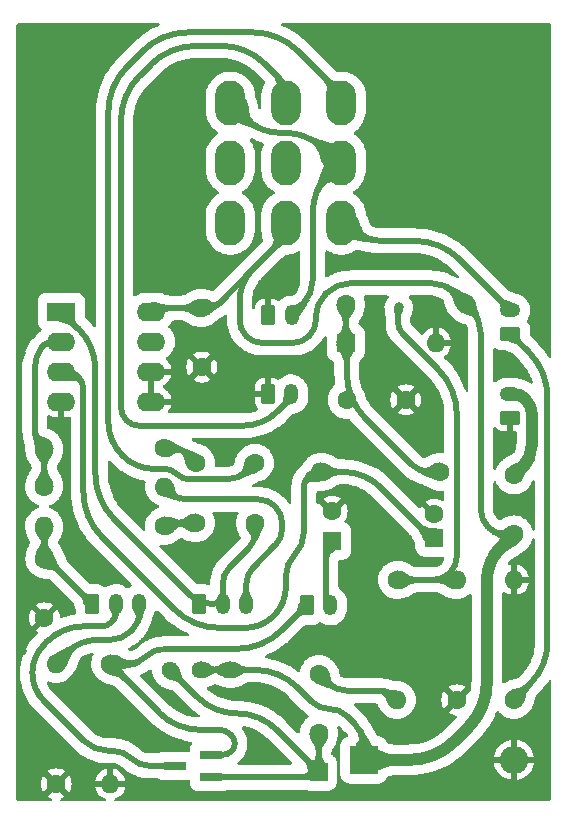
<source format=gtl>
G04 #@! TF.GenerationSoftware,KiCad,Pcbnew,(6.0.0)*
G04 #@! TF.CreationDate,2022-07-26T20:36:16+02:00*
G04 #@! TF.ProjectId,ray,7261792e-6b69-4636-9164-5f7063625858,rev?*
G04 #@! TF.SameCoordinates,Original*
G04 #@! TF.FileFunction,Copper,L1,Top*
G04 #@! TF.FilePolarity,Positive*
%FSLAX46Y46*%
G04 Gerber Fmt 4.6, Leading zero omitted, Abs format (unit mm)*
G04 Created by KiCad (PCBNEW (6.0.0)) date 2022-07-26 20:36:16*
%MOMM*%
%LPD*%
G01*
G04 APERTURE LIST*
G04 Aperture macros list*
%AMRoundRect*
0 Rectangle with rounded corners*
0 $1 Rounding radius*
0 $2 $3 $4 $5 $6 $7 $8 $9 X,Y pos of 4 corners*
0 Add a 4 corners polygon primitive as box body*
4,1,4,$2,$3,$4,$5,$6,$7,$8,$9,$2,$3,0*
0 Add four circle primitives for the rounded corners*
1,1,$1+$1,$2,$3*
1,1,$1+$1,$4,$5*
1,1,$1+$1,$6,$7*
1,1,$1+$1,$8,$9*
0 Add four rect primitives between the rounded corners*
20,1,$1+$1,$2,$3,$4,$5,0*
20,1,$1+$1,$4,$5,$6,$7,0*
20,1,$1+$1,$6,$7,$8,$9,0*
20,1,$1+$1,$8,$9,$2,$3,0*%
G04 Aperture macros list end*
G04 #@! TA.AperFunction,ComponentPad*
%ADD10C,1.600000*%
G04 #@! TD*
G04 #@! TA.AperFunction,ComponentPad*
%ADD11O,1.600000X1.600000*%
G04 #@! TD*
G04 #@! TA.AperFunction,ComponentPad*
%ADD12RoundRect,0.250000X-0.350000X-0.625000X0.350000X-0.625000X0.350000X0.625000X-0.350000X0.625000X0*%
G04 #@! TD*
G04 #@! TA.AperFunction,ComponentPad*
%ADD13O,1.200000X1.750000*%
G04 #@! TD*
G04 #@! TA.AperFunction,ComponentPad*
%ADD14R,1.600000X1.600000*%
G04 #@! TD*
G04 #@! TA.AperFunction,ComponentPad*
%ADD15C,1.440000*%
G04 #@! TD*
G04 #@! TA.AperFunction,ComponentPad*
%ADD16RoundRect,0.250000X0.625000X-0.350000X0.625000X0.350000X-0.625000X0.350000X-0.625000X-0.350000X0*%
G04 #@! TD*
G04 #@! TA.AperFunction,ComponentPad*
%ADD17O,1.750000X1.200000*%
G04 #@! TD*
G04 #@! TA.AperFunction,ComponentPad*
%ADD18R,2.400000X1.600000*%
G04 #@! TD*
G04 #@! TA.AperFunction,ComponentPad*
%ADD19O,2.400000X1.600000*%
G04 #@! TD*
G04 #@! TA.AperFunction,ComponentPad*
%ADD20R,2.400000X2.400000*%
G04 #@! TD*
G04 #@! TA.AperFunction,ComponentPad*
%ADD21O,2.400000X2.400000*%
G04 #@! TD*
G04 #@! TA.AperFunction,SMDPad,CuDef*
%ADD22R,1.900000X0.800000*%
G04 #@! TD*
G04 #@! TA.AperFunction,ComponentPad*
%ADD23R,1.500000X1.500000*%
G04 #@! TD*
G04 #@! TA.AperFunction,ComponentPad*
%ADD24O,2.540000X3.800000*%
G04 #@! TD*
G04 #@! TA.AperFunction,ViaPad*
%ADD25C,0.800000*%
G04 #@! TD*
G04 #@! TA.AperFunction,Conductor*
%ADD26C,0.500000*%
G04 #@! TD*
G04 #@! TA.AperFunction,Conductor*
%ADD27C,1.000000*%
G04 #@! TD*
G04 APERTURE END LIST*
D10*
X124192000Y-95199237D03*
X124192000Y-90199237D03*
X134460000Y-73101237D03*
D11*
X124300000Y-73101237D03*
D10*
X111092000Y-71069237D03*
D11*
X100932000Y-71069237D03*
D10*
X130796000Y-82245237D03*
D11*
X130796000Y-92405237D03*
D12*
X119874000Y-66523237D03*
D13*
X121874000Y-66523237D03*
D10*
X100932000Y-74371237D03*
D11*
X111092000Y-74371237D03*
D14*
X125316000Y-78943237D03*
D10*
X125316000Y-76443237D03*
X111092000Y-77673237D03*
D11*
X100932000Y-77673237D03*
D10*
X118790000Y-77423237D03*
X113790000Y-77423237D03*
D12*
X114038400Y-84277237D03*
D13*
X116038400Y-84277237D03*
X118038400Y-84277237D03*
D10*
X118790000Y-72323237D03*
X113790000Y-72323237D03*
X140702000Y-92405237D03*
D11*
X140702000Y-82245237D03*
D15*
X116680000Y-89865237D03*
X114140000Y-89865237D03*
X111600000Y-89865237D03*
D16*
X140406000Y-61401237D03*
D17*
X140406000Y-59401237D03*
D10*
X114290000Y-64223237D03*
X114290000Y-59223237D03*
X100951000Y-80467237D03*
X100951000Y-85467237D03*
X131558000Y-67005237D03*
X126558000Y-67005237D03*
D14*
X133952000Y-78689237D03*
D10*
X133952000Y-76689237D03*
X140702000Y-73395237D03*
X140702000Y-78395237D03*
D18*
X102390000Y-59523237D03*
D19*
X102390000Y-62063237D03*
X102390000Y-64603237D03*
X102390000Y-67143237D03*
X110010000Y-67143237D03*
X110010000Y-64603237D03*
X110010000Y-62063237D03*
X110010000Y-59523237D03*
D12*
X104996000Y-84277237D03*
D13*
X106996000Y-84277237D03*
X108996000Y-84277237D03*
D20*
X128002000Y-97485237D03*
D21*
X140702000Y-97485237D03*
D12*
X123157000Y-84404237D03*
D13*
X125157000Y-84404237D03*
D22*
X115024000Y-98943237D03*
X115024000Y-97043237D03*
X112024000Y-97993237D03*
D10*
X106520000Y-89357237D03*
D11*
X106520000Y-99517237D03*
D16*
X140406000Y-68513237D03*
D17*
X140406000Y-66513237D03*
D10*
X135876000Y-92405237D03*
D11*
X135876000Y-82245237D03*
D23*
X124170612Y-98540204D03*
D10*
X101948000Y-99517237D03*
D11*
X101948000Y-89357237D03*
D12*
X119890000Y-59851237D03*
D13*
X121890000Y-59851237D03*
D14*
X126478000Y-62179237D03*
D11*
X134098000Y-62179237D03*
D10*
X126478000Y-58877237D03*
D11*
X136638000Y-58877237D03*
D24*
X116696440Y-41911817D03*
X121398000Y-41911817D03*
X126096440Y-41911817D03*
X116696440Y-46911297D03*
X121398000Y-46911297D03*
X126096440Y-46911297D03*
X116697200Y-52011817D03*
X121398760Y-52011817D03*
X126097200Y-52011817D03*
D25*
X108661200Y-100380800D03*
X99000000Y-81000000D03*
X143408400Y-45000000D03*
X135000000Y-36000000D03*
X126000000Y-36000000D03*
X116577600Y-100431600D03*
X143357600Y-100431600D03*
X99000000Y-45000000D03*
X143459200Y-92354400D03*
X99000000Y-63000000D03*
X143408400Y-53949600D03*
X108000000Y-36000000D03*
X134577600Y-100431600D03*
X99000000Y-36000000D03*
X99000000Y-54000000D03*
X143459200Y-60960000D03*
X99060000Y-88265000D03*
X125577600Y-100431600D03*
X143408400Y-36068000D03*
X99000000Y-72000000D03*
X99110800Y-100228400D03*
X130948400Y-59182037D03*
D26*
X125562280Y-73101237D02*
X125597436Y-73101237D01*
X124198935Y-73101237D02*
X124189310Y-73101237D01*
X125060374Y-73101237D02*
X125050749Y-73101237D01*
X124009744Y-73101237D02*
X124006736Y-73101237D01*
X124556265Y-73101237D02*
X124553859Y-73101237D01*
X124075014Y-73101237D02*
X124062983Y-73101237D01*
X125459423Y-73101237D02*
X125442869Y-73101237D01*
X125286751Y-73101237D02*
X125260188Y-73101237D01*
X126178034Y-73101237D02*
X126170780Y-73101237D01*
X124741546Y-73101237D02*
X124739140Y-73101237D01*
X123992901Y-73101237D02*
X123992300Y-73101237D01*
X124660935Y-73101237D02*
X124651310Y-73101237D01*
X124330377Y-73101237D02*
X124324060Y-73101237D01*
X124247060Y-73101237D02*
X124237435Y-73101237D01*
X124370082Y-73101237D02*
X124358652Y-73101237D01*
X125668436Y-73101237D02*
X125597436Y-73101237D01*
X124731016Y-73101237D02*
X124731919Y-73101237D01*
X124177580Y-73101237D02*
X124176979Y-73101237D01*
X125957264Y-73101237D02*
X125946858Y-73101237D01*
X125498689Y-73101237D02*
X125560904Y-73101237D01*
X124178181Y-73101237D02*
X124177580Y-73101237D01*
X125479056Y-73101237D02*
X125459423Y-73101237D01*
X125110906Y-73101237D02*
X125106094Y-73101237D01*
X124016060Y-73101237D02*
X124012752Y-73101237D01*
X124268717Y-73101237D02*
X124263904Y-73101237D01*
X124035010Y-73101237D02*
X124032002Y-73101237D01*
X125127749Y-73101237D02*
X125115718Y-73101237D01*
X124218185Y-73101237D02*
X124208560Y-73101237D01*
X124159233Y-73101237D02*
X124156827Y-73101237D01*
X124748765Y-73101237D02*
X124746359Y-73101237D01*
X124632061Y-73101237D02*
X124639280Y-73101237D01*
X124718685Y-73101237D02*
X124709060Y-73101237D01*
X126020763Y-73101237D02*
X125983810Y-73101237D01*
X124794183Y-73101237D02*
X124781550Y-73101237D01*
X124553859Y-73101237D02*
X124549347Y-73101237D01*
X124062983Y-73101237D02*
X124058171Y-73101237D01*
X124680185Y-73101237D02*
X124670560Y-73101237D01*
X124182994Y-73101237D02*
X124179986Y-73101237D01*
X125971970Y-73101237D02*
X125958697Y-73101237D01*
X124819750Y-73101237D02*
X124806816Y-73101237D01*
X102882500Y-64603237D02*
X102412517Y-64603237D01*
X124081331Y-73101237D02*
X124080729Y-73101237D01*
X124043734Y-73101237D02*
X124041326Y-73101237D01*
X125398987Y-73101237D02*
X125401109Y-73101237D01*
X124397754Y-73101237D02*
X124381511Y-73101237D01*
X125050749Y-73101237D02*
X125041124Y-73101237D01*
X124126750Y-73101237D02*
X124113516Y-73101237D01*
X124134268Y-73101237D02*
X124133667Y-73101237D01*
X124549347Y-73101237D02*
X124537917Y-73101237D01*
X125840564Y-73101237D02*
X125811681Y-73101237D01*
X124053359Y-73101237D02*
X124048546Y-73101237D01*
X124526487Y-73101237D02*
X124510245Y-73101237D01*
X125156624Y-73101237D02*
X125127749Y-73101237D01*
X125946858Y-73101237D02*
X125936452Y-73101237D01*
X125936452Y-73101237D02*
X125926046Y-73101237D01*
X125060374Y-73101237D02*
X125062780Y-73101237D01*
X125869447Y-73101237D02*
X125840564Y-73101237D01*
X124003729Y-73101237D02*
X124002827Y-73101237D01*
X126191174Y-73101237D02*
X126184604Y-73101237D01*
X124025685Y-73101237D02*
X124016060Y-73101237D01*
X124558671Y-73101237D02*
X124556265Y-73101237D01*
X124152014Y-73101237D02*
X124139983Y-73101237D01*
X125012250Y-73101237D02*
X124973750Y-73101237D01*
X125159609Y-73101237D02*
X125156624Y-73101237D01*
X124186002Y-73101237D02*
X124182994Y-73101237D01*
X124036814Y-73101237D02*
X124035010Y-73101237D01*
X124381511Y-73101237D02*
X124370082Y-73101237D01*
X124699435Y-73101237D02*
X124689810Y-73101237D01*
X105846792Y-78632029D02*
X111930207Y-84715444D01*
X124295186Y-73101237D02*
X124301201Y-73101237D01*
X124413997Y-73101237D02*
X124397754Y-73101237D01*
X124012752Y-73101237D02*
X124009744Y-73101237D01*
X125729529Y-73101237D02*
X125811681Y-73101237D01*
X124728010Y-73101237D02*
X124725002Y-73101237D01*
X124208560Y-73101237D02*
X124198935Y-73101237D01*
X124176979Y-73101237D02*
X124176077Y-73101237D01*
X124295186Y-73101237D02*
X124275936Y-73101237D01*
X124038919Y-73101237D02*
X124038016Y-73101237D01*
X124351733Y-73101237D02*
X124349326Y-73101237D01*
X124237435Y-73101237D02*
X124227810Y-73101237D01*
X126140464Y-73101237D02*
X126137862Y-73101237D01*
X124739140Y-73101237D02*
X124736734Y-73101237D01*
X126149702Y-73101237D02*
X126140464Y-73101237D01*
X124081933Y-73101237D02*
X124081331Y-73101237D01*
X124101484Y-73101237D02*
X124088249Y-73101237D01*
X125729529Y-73101237D02*
X125712467Y-73101237D01*
X126170780Y-73101237D02*
X126149702Y-73101237D01*
X124935250Y-73101237D02*
X124896750Y-73101237D01*
X133608197Y-78599434D02*
X129457038Y-74448275D01*
X125695405Y-73101237D02*
X125668436Y-73101237D01*
X124038016Y-73101237D02*
X124037415Y-73101237D01*
X124526487Y-73101237D02*
X124537917Y-73101237D01*
X124139983Y-73101237D02*
X124134268Y-73101237D01*
X126084682Y-73101237D02*
X126083315Y-73101237D01*
X124002827Y-73101237D02*
X124000421Y-73101237D01*
X125562280Y-73101237D02*
X125561592Y-73101237D01*
X125358558Y-73101237D02*
X125342004Y-73101237D01*
X124644092Y-73101237D02*
X124639280Y-73101237D01*
X125106094Y-73101237D02*
X125098875Y-73101237D01*
X123994105Y-73101237D02*
X123993503Y-73101237D01*
X125498689Y-73101237D02*
X125479056Y-73101237D01*
X124004330Y-73101237D02*
X124003729Y-73101237D01*
X124344512Y-73101237D02*
X124340603Y-73101237D01*
X125012250Y-73101237D02*
X125024281Y-73101237D01*
X125971970Y-73101237D02*
X125983810Y-73101237D01*
X124256685Y-73101237D02*
X124259091Y-73101237D01*
X124046140Y-73101237D02*
X124043734Y-73101237D01*
X124774331Y-73101237D02*
X124773729Y-73101237D01*
X125425733Y-73101237D02*
X125419577Y-73101237D01*
X124736734Y-73101237D02*
X124734326Y-73101237D01*
X125194453Y-73101237D02*
X125159609Y-73101237D01*
X124413997Y-73101237D02*
X124429938Y-73101237D01*
X123994707Y-73101237D02*
X123994105Y-73101237D01*
X125926046Y-73101237D02*
X125915640Y-73101237D01*
X125419577Y-73101237D02*
X125413421Y-73101237D01*
X126123420Y-73101237D02*
X126097139Y-73101237D01*
X126097139Y-73101237D02*
X126084682Y-73101237D01*
X124055765Y-73101237D02*
X124053359Y-73101237D01*
X124168858Y-73101237D02*
X124166451Y-73101237D01*
X125041124Y-73101237D02*
X125038718Y-73101237D01*
X124583935Y-73101237D02*
X124577619Y-73101237D01*
X124041326Y-73101237D02*
X124038919Y-73101237D01*
X104253000Y-74784273D02*
X104253000Y-66102076D01*
X124324060Y-73101237D02*
X124301201Y-73101237D01*
X124166451Y-73101237D02*
X124161639Y-73101237D01*
X124781550Y-73101237D02*
X124774933Y-73101237D01*
X124171265Y-73101237D02*
X124168858Y-73101237D01*
X125398987Y-73101237D02*
X125388588Y-73101237D01*
X125289063Y-73101237D02*
X125286751Y-73101237D01*
X124075014Y-73101237D02*
X124080729Y-73101237D01*
X124632061Y-73101237D02*
X124612811Y-73101237D01*
X125038718Y-73101237D02*
X125024281Y-73101237D01*
X124354140Y-73101237D02*
X124358652Y-73101237D01*
X124494003Y-73101237D02*
X124478062Y-73101237D01*
X126083315Y-73101237D02*
X126081948Y-73101237D01*
X124032002Y-73101237D02*
X124028994Y-73101237D01*
X124349326Y-73101237D02*
X124346919Y-73101237D01*
X124354140Y-73101237D02*
X124351733Y-73101237D01*
X124152014Y-73101237D02*
X124156827Y-73101237D01*
X124037415Y-73101237D02*
X124036814Y-73101237D01*
X126202148Y-73101237D02*
X126196444Y-73101237D01*
X125098875Y-73101237D02*
X125079625Y-73101237D01*
X124178181Y-73101237D02*
X124179986Y-73101237D01*
X126020763Y-73101237D02*
X126039108Y-73101237D01*
X124689810Y-73101237D02*
X124680185Y-73101237D01*
X124561077Y-73101237D02*
X124558671Y-73101237D01*
X125869447Y-73101237D02*
X125893127Y-73101237D01*
X124606794Y-73101237D02*
X124583935Y-73101237D01*
X125911604Y-73101237D02*
X125893127Y-73101237D01*
X124025685Y-73101237D02*
X124028994Y-73101237D01*
X124126750Y-73101237D02*
X124133066Y-73101237D01*
X126081948Y-73101237D02*
X126068124Y-73101237D01*
X124133667Y-73101237D02*
X124133066Y-73101237D01*
X123466211Y-73319025D02*
X123303000Y-73482237D01*
X124510245Y-73101237D02*
X124494003Y-73101237D01*
X124563483Y-73101237D02*
X124561077Y-73101237D01*
X123998015Y-73101237D02*
X123995609Y-73101237D01*
X124746359Y-73101237D02*
X124741546Y-73101237D01*
X125388588Y-73101237D02*
X125375112Y-73101237D01*
X124173671Y-73101237D02*
X124171265Y-73101237D01*
X124670560Y-73101237D02*
X124660935Y-73101237D01*
X124725002Y-73101237D02*
X124721994Y-73101237D01*
X124004931Y-73101237D02*
X124004330Y-73101237D01*
X124774933Y-73101237D02*
X124774331Y-73101237D01*
X124058171Y-73101237D02*
X124055765Y-73101237D01*
X117929159Y-86309237D02*
X115777963Y-86309237D01*
X125958697Y-73101237D02*
X125957264Y-73101237D01*
X121398000Y-82840396D02*
X121398000Y-81925867D01*
X125194453Y-73101237D02*
X125204750Y-73101237D01*
X125915640Y-73101237D02*
X125911604Y-73101237D01*
X103723250Y-64951487D02*
X103814000Y-65042237D01*
X125429393Y-73101237D02*
X125425733Y-73101237D01*
X125072406Y-73101237D02*
X125067593Y-73101237D01*
X125260188Y-73101237D02*
X125204750Y-73101237D01*
X124648904Y-73101237D02*
X124644092Y-73101237D01*
X124896750Y-73101237D02*
X124858250Y-73101237D01*
X124806816Y-73101237D02*
X124794183Y-73101237D01*
X124718685Y-73101237D02*
X124721994Y-73101237D01*
X124006736Y-73101237D02*
X124004931Y-73101237D01*
X124081933Y-73101237D02*
X124088249Y-73101237D01*
X123992901Y-73101237D02*
X123993503Y-73101237D01*
X125442869Y-73101237D02*
X125429393Y-73101237D01*
X125072406Y-73101237D02*
X125079625Y-73101237D01*
X123992300Y-73101237D02*
X123992000Y-73101237D01*
X124000421Y-73101237D02*
X123998015Y-73101237D01*
X124612811Y-73101237D02*
X124606794Y-73101237D01*
X124048546Y-73101237D02*
X124046140Y-73101237D01*
X124256685Y-73101237D02*
X124247060Y-73101237D01*
X123995609Y-73101237D02*
X123994707Y-73101237D01*
X124734326Y-73101237D02*
X124731919Y-73101237D01*
X124113516Y-73101237D02*
X124101484Y-73101237D01*
X125712467Y-73101237D02*
X125695405Y-73101237D01*
X124227810Y-73101237D02*
X124218185Y-73101237D01*
X124709060Y-73101237D02*
X124699435Y-73101237D01*
X125407265Y-73101237D02*
X125401109Y-73101237D01*
X124263904Y-73101237D02*
X124259091Y-73101237D01*
X124858250Y-73101237D02*
X124819750Y-73101237D01*
X122922000Y-78246606D02*
X122922000Y-74402052D01*
X125375112Y-73101237D02*
X125358558Y-73101237D01*
X125115718Y-73101237D02*
X125110906Y-73101237D01*
X124768014Y-73101237D02*
X124755983Y-73101237D01*
X124176077Y-73101237D02*
X124173671Y-73101237D01*
X124731016Y-73101237D02*
X124730415Y-73101237D01*
X124577619Y-73101237D02*
X124567393Y-73101237D01*
X124973750Y-73101237D02*
X124935250Y-73101237D01*
X126202148Y-73101237D02*
X126205000Y-73101237D01*
X125291375Y-73101237D02*
X125289063Y-73101237D01*
X124563483Y-73101237D02*
X124567393Y-73101237D01*
X125413421Y-73101237D02*
X125407265Y-73101237D01*
X126184604Y-73101237D02*
X126178034Y-73101237D01*
X124755983Y-73101237D02*
X124751171Y-73101237D01*
X125067593Y-73101237D02*
X125062780Y-73101237D01*
X126068124Y-73101237D02*
X126039108Y-73101237D01*
X124751171Y-73101237D02*
X124748765Y-73101237D01*
X126137862Y-73101237D02*
X126135260Y-73101237D01*
X124161639Y-73101237D02*
X124159233Y-73101237D01*
X124730415Y-73101237D02*
X124729814Y-73101237D01*
X124648904Y-73101237D02*
X124651310Y-73101237D01*
X124186002Y-73101237D02*
X124189310Y-73101237D01*
X124340603Y-73101237D02*
X124330377Y-73101237D01*
X124773729Y-73101237D02*
X124768014Y-73101237D01*
X124728010Y-73101237D02*
X124729814Y-73101237D01*
X133825000Y-78689237D02*
X133952000Y-78689237D01*
X126135260Y-73101237D02*
X126123420Y-73101237D01*
X124275936Y-73101237D02*
X124268717Y-73101237D01*
X125561592Y-73101237D02*
X125560904Y-73101237D01*
X124478062Y-73101237D02*
X124429938Y-73101237D01*
X124346919Y-73101237D02*
X124344512Y-73101237D01*
X125342004Y-73101237D02*
X125291375Y-73101237D01*
X126191174Y-73101237D02*
X126196444Y-73101237D01*
X122160000Y-80086237D02*
G75*
G03*
X122922000Y-78246606I-1839639J1839634D01*
G01*
X126205000Y-73101237D02*
G75*
G02*
X129457038Y-74448275I3J-4599069D01*
G01*
X122160000Y-80086237D02*
G75*
G03*
X121398000Y-81925867I1839623J-1839628D01*
G01*
X133825000Y-78689236D02*
G75*
G02*
X133608197Y-78599434I4J306615D01*
G01*
X104252999Y-66102076D02*
G75*
G03*
X103814000Y-65042237I-1498843J-2D01*
G01*
X120382000Y-85293237D02*
G75*
G02*
X117929159Y-86309237I-2452844J2452848D01*
G01*
X102882500Y-64603237D02*
G75*
G02*
X103723250Y-64951487I0J-1189000D01*
G01*
X104253000Y-74784273D02*
G75*
G03*
X105846792Y-78632029I5441552J1D01*
G01*
X123992000Y-73101238D02*
G75*
G03*
X123466212Y-73319026I-2J-743575D01*
G01*
X120382000Y-85293237D02*
G75*
G03*
X121398000Y-82840396I-2452848J2452844D01*
G01*
X122922000Y-74402052D02*
G75*
G02*
X123303000Y-73482237I1300804J4D01*
G01*
X115777963Y-86309236D02*
G75*
G02*
X111930207Y-84715444I2J5441553D01*
G01*
X136448453Y-58687690D02*
X136449982Y-58689219D01*
D27*
X127631349Y-97485237D02*
X127627803Y-97485237D01*
X128681225Y-97485237D02*
X128674131Y-97485237D01*
D26*
X136667044Y-58906281D02*
X136668572Y-58907809D01*
X136662552Y-58901789D02*
X136665037Y-58904274D01*
X114665858Y-89865237D02*
X114672059Y-89865237D01*
X115865910Y-89865237D02*
X115862437Y-89865237D01*
D27*
X128495899Y-97485237D02*
X128490578Y-97485237D01*
X129686761Y-97485237D02*
X129683215Y-97485237D01*
D26*
X115712987Y-89865237D02*
X115708770Y-89865237D01*
D27*
X127648197Y-97485237D02*
X127646423Y-97485237D01*
D26*
X135751420Y-57990657D02*
X135753655Y-57992892D01*
X114606324Y-89865237D02*
X114586481Y-89865237D01*
D27*
X131479334Y-97485237D02*
X131470400Y-97485237D01*
X128730438Y-97485237D02*
X128723344Y-97485237D01*
D26*
X116104158Y-89865237D02*
X116105894Y-89865237D01*
X114390523Y-89865237D02*
X114398740Y-89865237D01*
X136512272Y-58751509D02*
X136515712Y-58754949D01*
X135770048Y-58009285D02*
X135774145Y-58013382D01*
D27*
X127568834Y-97485237D02*
X127567948Y-97485237D01*
X129034141Y-97485237D02*
X129033254Y-97485237D01*
D26*
X115574700Y-89865237D02*
X115562793Y-89865237D01*
D27*
X128671471Y-97485237D02*
X128669697Y-97485237D01*
X128723344Y-97485237D02*
X128718911Y-97485237D01*
X129778981Y-97485237D02*
X129757700Y-97485237D01*
D26*
X137020529Y-59259766D02*
X137020911Y-59260148D01*
X114691903Y-89865237D02*
X114690662Y-89865237D01*
X115707654Y-89865237D02*
X115705670Y-89865237D01*
X114539973Y-89865237D02*
X114542918Y-89865237D01*
X115712987Y-89865237D02*
X115716088Y-89865237D01*
X114277661Y-89865237D02*
X114276421Y-89865237D01*
D27*
X129051875Y-97485237D02*
X129034141Y-97485237D01*
X129090889Y-97485237D02*
X129087342Y-97485237D01*
D26*
X136501954Y-58741191D02*
X136505012Y-58744249D01*
D27*
X127548110Y-97485237D02*
X127548000Y-97485237D01*
X129223010Y-97485237D02*
X129215917Y-97485237D01*
D26*
X135921969Y-58161206D02*
X135908081Y-58147318D01*
D27*
X128497673Y-97485237D02*
X128495899Y-97485237D01*
D26*
X135751420Y-57990657D02*
X135750768Y-57990005D01*
X114334868Y-89865237D02*
X114328977Y-89865237D01*
X116077244Y-89865237D02*
X116074640Y-89865237D01*
X114235653Y-89865237D02*
X114235343Y-89865237D01*
X136966167Y-59205404D02*
X136970180Y-59209417D01*
X114146665Y-89865237D02*
X114146355Y-89865237D01*
X136323232Y-58562469D02*
X136325631Y-58564868D01*
X136910851Y-59150088D02*
X136910470Y-59149707D01*
X114162166Y-89865237D02*
X114160615Y-89865237D01*
D27*
X128513635Y-97485237D02*
X128511861Y-97485237D01*
D26*
X136105391Y-58344628D02*
X136131731Y-58370968D01*
X136972760Y-59211997D02*
X136973142Y-59212379D01*
X114152400Y-89865237D02*
X114150695Y-89865237D01*
X136939129Y-59178366D02*
X136939512Y-59178749D01*
X135870641Y-58109878D02*
X135874738Y-58113975D01*
X115693144Y-89865237D02*
X115690292Y-89865237D01*
D27*
X131786233Y-97485237D02*
X131781781Y-97485237D01*
X129617157Y-97485237D02*
X129612723Y-97485237D01*
D26*
X115843088Y-89865237D02*
X115842095Y-89865237D01*
D27*
X127548997Y-97485237D02*
X127548775Y-97485237D01*
X128659942Y-97485237D02*
X128656396Y-97485237D01*
X128642211Y-97485237D02*
X128640992Y-97485237D01*
D26*
X114858713Y-89865237D02*
X114850652Y-89865237D01*
X114174104Y-89865237D02*
X114172864Y-89865237D01*
X114433312Y-89865237D02*
X114432072Y-89865237D01*
X116003325Y-89865237D02*
X115991419Y-89865237D01*
X114150695Y-89865237D02*
X114149145Y-89865237D01*
X136249086Y-58488323D02*
X136251610Y-58490847D01*
D27*
X130174374Y-97485237D02*
X130169141Y-97485237D01*
D26*
X136715479Y-58954716D02*
X136725606Y-58964843D01*
X114261539Y-89865237D02*
X114256578Y-89865237D01*
D27*
X127649971Y-97485237D02*
X127652631Y-97485237D01*
D26*
X136159295Y-58398532D02*
X136160520Y-58399757D01*
D27*
X128214810Y-97485237D02*
X128186435Y-97485237D01*
X129130792Y-97485237D02*
X129133452Y-97485237D01*
D26*
X135790632Y-58029869D02*
X135784950Y-58024187D01*
D27*
X127564954Y-97485237D02*
X127564733Y-97485237D01*
X130024604Y-97485237D02*
X130022831Y-97485237D01*
D26*
X137022725Y-59261962D02*
X137023202Y-59262439D01*
X136259151Y-58498388D02*
X136259120Y-58498357D01*
D27*
X128614389Y-97485237D02*
X128609734Y-97485237D01*
X127680563Y-97485237D02*
X127679676Y-97485237D01*
D26*
X114246658Y-89865237D02*
X114241698Y-89865237D01*
D27*
X130812799Y-97485237D02*
X130839972Y-97485237D01*
X130933946Y-97485237D02*
X130839972Y-97485237D01*
X127748399Y-97485237D02*
X127746180Y-97485237D01*
D26*
X114694383Y-89865237D02*
X114691903Y-89865237D01*
D27*
X128639883Y-97485237D02*
X128638774Y-97485237D01*
D26*
X115965622Y-89865237D02*
X115959669Y-89865237D01*
X115248769Y-89865237D02*
X115224462Y-89865237D01*
X136671628Y-58910865D02*
X136673156Y-58912393D01*
X136992633Y-59231870D02*
X136994161Y-59233398D01*
D27*
X128118159Y-97485237D02*
X128119932Y-97485237D01*
D26*
X115991419Y-89865237D02*
X115987450Y-89865237D01*
X136535965Y-58775202D02*
X136536729Y-58775966D01*
X136912000Y-59151237D02*
X136912095Y-59151332D01*
X121398760Y-52586647D02*
X121398760Y-52011817D01*
D27*
X130558609Y-97485237D02*
X130556896Y-97485237D01*
D26*
X114499664Y-89865237D02*
X114494703Y-89865237D01*
X114251618Y-89865237D02*
X114246658Y-89865237D01*
X114849412Y-89865237D02*
X114838870Y-89865237D01*
X114226194Y-89865237D02*
X114224954Y-89865237D01*
X114145580Y-89865237D02*
X114144340Y-89865237D01*
X137006868Y-59246105D02*
X137008970Y-59248207D01*
D27*
X127561629Y-97485237D02*
X127560411Y-97485237D01*
D26*
X115076377Y-89865237D02*
X115044131Y-89865237D01*
X116039043Y-89865237D02*
X116011262Y-89865237D01*
D27*
X129532918Y-97485237D02*
X129516071Y-97485237D01*
D26*
X114227434Y-89865237D02*
X114229915Y-89865237D01*
D27*
X127641989Y-97485237D02*
X127638442Y-97485237D01*
D26*
X136456095Y-58695332D02*
X136456381Y-58695618D01*
X114415482Y-89865237D02*
X114407111Y-89865237D01*
D27*
X129962534Y-97485237D02*
X129913764Y-97485237D01*
X127678789Y-97485237D02*
X127677902Y-97485237D01*
X129871202Y-97485237D02*
X129857014Y-97485237D01*
X128377967Y-97485237D02*
X128363780Y-97485237D01*
D26*
X136694939Y-58934176D02*
X136705257Y-58944494D01*
X136662552Y-58901789D02*
X136659304Y-58898541D01*
X114690662Y-89865237D02*
X114685701Y-89865237D01*
D27*
X131454879Y-97485237D02*
X131470400Y-97485237D01*
D26*
X136999224Y-59238461D02*
X136999798Y-59239035D01*
X115216648Y-89865237D02*
X115224462Y-89865237D01*
X135865241Y-58104478D02*
X135865433Y-58104670D01*
X114866774Y-89865237D02*
X114865069Y-89865237D01*
X136914674Y-59153911D02*
X136916202Y-59155439D01*
X136498895Y-58738132D02*
X136499278Y-58738515D01*
X136801557Y-59040794D02*
X136803086Y-59042323D01*
X114209451Y-89865237D02*
X114202630Y-89865237D01*
X136619655Y-58858892D02*
X136620420Y-58859657D01*
X136800028Y-59039265D02*
X136801557Y-59040794D01*
D27*
X128176681Y-97485237D02*
X128186435Y-97485237D01*
X131838848Y-97485237D02*
X131844036Y-97485237D01*
X127697411Y-97485237D02*
X127692978Y-97485237D01*
D26*
X136065578Y-58304815D02*
X136066184Y-58305421D01*
D27*
X130368226Y-97485237D02*
X130375659Y-97485237D01*
D26*
X116074640Y-89865237D02*
X116072903Y-89865237D01*
D27*
X127869433Y-97485237D02*
X127866771Y-97485237D01*
D26*
X136398287Y-58637524D02*
X136405375Y-58644612D01*
X114186041Y-89865237D02*
X114185730Y-89865237D01*
X136609719Y-58848956D02*
X136611248Y-58850485D01*
D27*
X129204390Y-97485237D02*
X129197296Y-97485237D01*
D26*
X135880328Y-58119565D02*
X135885918Y-58125155D01*
X114321692Y-89865237D02*
X114319676Y-89865237D01*
D27*
X129985589Y-97485237D02*
X129962534Y-97485237D01*
X129621591Y-97485237D02*
X129617157Y-97485237D01*
D26*
X115696865Y-89865237D02*
X115697734Y-89865237D01*
X136259151Y-58498388D02*
X136261613Y-58500850D01*
D27*
X127808694Y-97485237D02*
X127805148Y-97485237D01*
D26*
X114476100Y-89865237D02*
X114473620Y-89865237D01*
X114530052Y-89865237D02*
X114528812Y-89865237D01*
X136496888Y-58736125D02*
X136497843Y-58737080D01*
X114519354Y-89865237D02*
X114520284Y-89865237D01*
X114941189Y-89865237D02*
X114936228Y-89865237D01*
D27*
X127681450Y-97485237D02*
X127680563Y-97485237D01*
X127819334Y-97485237D02*
X127815787Y-97485237D01*
D26*
X136520393Y-58759630D02*
X136526316Y-58765553D01*
D27*
X128147421Y-97485237D02*
X128140327Y-97485237D01*
X130581263Y-97485237D02*
X130602204Y-97485237D01*
X128243185Y-97485237D02*
X128252053Y-97485237D01*
D26*
X114936228Y-89865237D02*
X114931267Y-89865237D01*
X136453039Y-58692276D02*
X136454567Y-58693804D01*
X135780107Y-58019344D02*
X135784950Y-58024187D01*
X136023947Y-58263184D02*
X136014621Y-58253858D01*
D27*
X127727559Y-97485237D02*
X127708938Y-97485237D01*
X129778981Y-97485237D02*
X129796717Y-97485237D01*
D26*
X135799295Y-58038532D02*
X135800411Y-58039648D01*
X114163714Y-89865237D02*
X114164180Y-89865237D01*
X114239993Y-89865237D02*
X114238443Y-89865237D01*
X137000276Y-59239513D02*
X137000658Y-59239895D01*
D27*
X128452450Y-97485237D02*
X128472844Y-97485237D01*
X128176681Y-97485237D02*
X128167814Y-97485237D01*
X127822438Y-97485237D02*
X127825098Y-97485237D01*
D26*
X114280142Y-89865237D02*
X114277661Y-89865237D01*
D27*
X129727552Y-97485237D02*
X129724006Y-97485237D01*
X131828472Y-97485237D02*
X131821799Y-97485237D01*
D26*
X136479406Y-58718643D02*
X136484756Y-58723993D01*
X115448693Y-89865237D02*
X115468537Y-89865237D01*
D27*
X127548553Y-97485237D02*
X127548331Y-97485237D01*
X127570606Y-97485237D02*
X127568834Y-97485237D01*
D26*
X136576856Y-58816093D02*
X136582970Y-58822207D01*
X136858118Y-59097355D02*
X136858883Y-59098120D01*
D27*
X129094436Y-97485237D02*
X129090889Y-97485237D01*
D26*
X136138622Y-58377859D02*
X136151179Y-58390416D01*
X136864232Y-59103469D02*
X136870346Y-59109583D01*
D27*
X130055639Y-97485237D02*
X130034358Y-97485237D01*
X128118159Y-97485237D02*
X128116386Y-97485237D01*
D26*
X136487049Y-58726286D02*
X136487813Y-58727050D01*
X135856280Y-58095517D02*
X135859267Y-58098504D01*
D27*
X128631125Y-97485237D02*
X128630239Y-97485237D01*
X129678781Y-97485237D02*
X129673460Y-97485237D01*
X127790960Y-97485237D02*
X127783867Y-97485237D01*
D26*
X135938376Y-58177613D02*
X135939689Y-58178926D01*
D27*
X128509201Y-97485237D02*
X128502107Y-97485237D01*
D26*
X115798934Y-89865237D02*
X115785043Y-89865237D01*
D27*
X129621591Y-97485237D02*
X129623697Y-97485237D01*
D26*
X136536729Y-58775966D02*
X136542461Y-58781698D01*
D27*
X131053478Y-97485237D02*
X131037460Y-97485237D01*
D26*
X114145580Y-89865237D02*
X114146045Y-89865237D01*
X114700583Y-89865237D02*
X114696863Y-89865237D01*
X114665858Y-89865237D02*
X114646010Y-89865237D01*
X114740270Y-89865237D02*
X114752671Y-89865237D01*
D27*
X129126357Y-97485237D02*
X129122810Y-97485237D01*
D26*
X114719186Y-89865237D02*
X114725387Y-89865237D01*
X136894804Y-59134041D02*
X136900918Y-59140155D01*
X136939895Y-59179132D02*
X136941710Y-59180947D01*
X136215692Y-58454929D02*
X136196614Y-58435851D01*
X135821645Y-58060882D02*
X135828354Y-58067591D01*
X136560424Y-58799661D02*
X136560806Y-58800043D01*
X136228987Y-58468224D02*
X136241545Y-58480782D01*
D27*
X127562738Y-97485237D02*
X127561629Y-97485237D01*
D26*
X137029032Y-59268269D02*
X137029224Y-59268461D01*
X136830986Y-59070223D02*
X136820380Y-59059617D01*
X136923843Y-59163080D02*
X136925372Y-59164609D01*
X136431639Y-58670876D02*
X136436225Y-58675462D01*
D27*
X127870320Y-97485237D02*
X127869433Y-97485237D01*
X129839278Y-97485237D02*
X129825091Y-97485237D01*
D26*
X114189608Y-89865237D02*
X114186352Y-89865237D01*
D27*
X129543115Y-97485237D02*
X129539568Y-97485237D01*
X127819334Y-97485237D02*
X127820664Y-97485237D01*
X130230950Y-97485237D02*
X130236531Y-97485237D01*
D26*
X115607444Y-89865237D02*
X115614389Y-89865237D01*
X136505872Y-58745109D02*
X136505012Y-58744249D01*
X116107631Y-89865237D02*
X116105894Y-89865237D01*
D27*
X129437153Y-97485237D02*
X129411437Y-97485237D01*
D26*
X136705352Y-58944589D02*
X136705257Y-58944494D01*
X136469850Y-58709087D02*
X136474437Y-58713674D01*
D27*
X129179560Y-97485237D02*
X129168919Y-97485237D01*
D26*
X114149145Y-89865237D02*
X114147595Y-89865237D01*
D27*
X128649303Y-97485237D02*
X128645757Y-97485237D01*
D26*
X136488577Y-58727814D02*
X136491634Y-58730871D01*
X136493162Y-58732399D02*
X136493926Y-58733163D01*
X136499278Y-58738515D02*
X136499756Y-58738993D01*
X136458291Y-58697528D02*
X136460011Y-58699248D01*
X136982695Y-59221932D02*
X136985752Y-59224989D01*
X114539973Y-89865237D02*
X114533772Y-89865237D01*
X114319676Y-89865237D02*
X114314404Y-89865237D01*
X114469899Y-89865237D02*
X114473620Y-89865237D01*
X136920785Y-59160022D02*
X136922314Y-59161551D01*
X114421374Y-89865237D02*
X114415482Y-89865237D01*
X137027408Y-59266645D02*
X137027790Y-59267027D01*
X114326652Y-89865237D02*
X114325412Y-89865237D01*
D27*
X127578590Y-97485237D02*
X127574155Y-97485237D01*
X128805921Y-97485237D02*
X128824875Y-97485237D01*
D26*
X115701702Y-89865237D02*
X115699718Y-89865237D01*
D27*
X131755093Y-97485237D02*
X131752859Y-97485237D01*
D26*
X136613541Y-58852778D02*
X136616598Y-58855835D01*
X136300642Y-58539879D02*
X136310738Y-58549975D01*
X136560806Y-58800043D02*
X136561188Y-58800425D01*
X114276421Y-89865237D02*
X114271460Y-89865237D01*
X117480641Y-58667390D02*
X117480641Y-60261543D01*
X136496219Y-58735456D02*
X136496888Y-58736125D01*
X135974399Y-58213636D02*
X135985948Y-58225185D01*
X136158070Y-58397307D02*
X136159295Y-58398532D01*
D27*
X129686761Y-97485237D02*
X129687647Y-97485237D01*
D26*
X136561188Y-58800425D02*
X136562334Y-58801571D01*
X114586481Y-89865237D02*
X114566638Y-89865237D01*
D27*
X128392154Y-97485237D02*
X128377967Y-97485237D01*
D26*
X136999894Y-59239131D02*
X136999798Y-59239035D01*
D27*
X129550209Y-97485237D02*
X129573265Y-97485237D01*
D26*
X114140155Y-89865237D02*
X114140000Y-89865237D01*
X115297383Y-89865237D02*
X115301973Y-89865237D01*
D27*
X131037460Y-97485237D02*
X131021442Y-97485237D01*
X129185768Y-97485237D02*
X129183994Y-97485237D01*
D26*
X115842095Y-89865237D02*
X115841102Y-89865237D01*
X114765074Y-89865237D02*
X114752671Y-89865237D01*
X136526412Y-58765649D02*
X136526316Y-58765553D01*
X115814810Y-89865237D02*
X115812825Y-89865237D01*
X136776719Y-59015956D02*
X136778247Y-59017484D01*
D27*
X131752859Y-97485237D02*
X131730638Y-97485237D01*
D26*
X137004861Y-59244098D02*
X137006772Y-59246009D01*
X114213017Y-89865237D02*
X114212707Y-89865237D01*
X136246562Y-58485799D02*
X136249086Y-58488323D01*
D27*
X128604968Y-97485237D02*
X128590780Y-97485237D01*
D26*
X114146355Y-89865237D02*
X114146045Y-89865237D01*
X114146665Y-89865237D02*
X114147595Y-89865237D01*
X114349130Y-89865237D02*
X114340759Y-89865237D01*
X114233636Y-89865237D02*
X114232395Y-89865237D01*
X137020911Y-59260148D02*
X137021292Y-59260529D01*
X114239993Y-89865237D02*
X114241698Y-89865237D01*
D27*
X127829531Y-97485237D02*
X127825098Y-97485237D01*
D26*
X115586607Y-89865237D02*
X115574700Y-89865237D01*
X114314404Y-89865237D02*
X114311148Y-89865237D01*
D27*
X129069609Y-97485237D02*
X129051875Y-97485237D01*
D26*
X136876459Y-59115696D02*
X136882573Y-59121810D01*
X135852003Y-58091240D02*
X135853859Y-58093096D01*
X135939689Y-58178926D02*
X135941263Y-58180500D01*
X114489742Y-89865237D02*
X114484781Y-89865237D01*
X114175448Y-59223237D02*
X110522132Y-59223237D01*
X137006868Y-59246105D02*
X137006772Y-59246009D01*
X136816367Y-59055604D02*
X136820380Y-59059617D01*
X114479820Y-89865237D02*
X114478580Y-89865237D01*
D27*
X128638774Y-97485237D02*
X128638110Y-97485237D01*
D26*
X114509586Y-89865237D02*
X114504625Y-89865237D01*
D27*
X129709818Y-97485237D02*
X129720460Y-97485237D01*
X129810904Y-97485237D02*
X129796717Y-97485237D01*
D26*
X114434552Y-89865237D02*
X114433312Y-89865237D01*
X114469899Y-89865237D02*
X114459977Y-89865237D01*
D27*
X128694194Y-97485237D02*
X128691866Y-97485237D01*
X127580697Y-97485237D02*
X127578590Y-97485237D01*
D26*
X136693410Y-58932647D02*
X136694939Y-58934176D01*
X115979512Y-89865237D02*
X115975543Y-89865237D01*
D27*
X127600427Y-97485237D02*
X127600205Y-97485237D01*
X128621483Y-97485237D02*
X128619044Y-97485237D01*
D26*
X136264075Y-58503312D02*
X136266537Y-58505774D01*
D27*
X129576811Y-97485237D02*
X129573265Y-97485237D01*
X127676462Y-97485237D02*
X127672694Y-97485237D01*
X128271561Y-97485237D02*
X128264465Y-97485237D01*
X131661727Y-97485237D02*
X131708417Y-97485237D01*
D26*
X136665516Y-58904753D02*
X136667044Y-58906281D01*
X114626167Y-89865237D02*
X114606324Y-89865237D01*
D27*
X129118377Y-97485237D02*
X129113057Y-97485237D01*
D26*
X136498512Y-58737749D02*
X136498895Y-58738132D01*
X136425524Y-58664761D02*
X136427053Y-58666290D01*
X115987450Y-89865237D02*
X115983481Y-89865237D01*
D27*
X128758703Y-97485237D02*
X128758481Y-97485237D01*
D26*
X135955662Y-58194899D02*
X135958091Y-58197328D01*
X137026260Y-59265497D02*
X137026738Y-59265975D01*
X114266499Y-89865237D02*
X114261539Y-89865237D01*
X135945724Y-58184961D02*
X135950185Y-58189422D01*
D27*
X129113057Y-97485237D02*
X129104190Y-97485237D01*
D26*
X137022151Y-59261388D02*
X137022725Y-59261962D01*
X136290546Y-58529783D02*
X136300642Y-58539879D01*
D27*
X129892483Y-97485237D02*
X129871202Y-97485237D01*
D26*
X136705352Y-58944589D02*
X136715479Y-58954716D01*
D27*
X130093768Y-97485237D02*
X130081353Y-97485237D01*
X128576588Y-97485237D02*
X128562401Y-97485237D01*
X127599983Y-97485237D02*
X127597655Y-97485237D01*
D26*
X136986516Y-59225753D02*
X136988045Y-59227282D01*
X135753655Y-57992892D02*
X135755890Y-57995127D01*
X136655292Y-58894529D02*
X136659304Y-58898541D01*
X115751310Y-89865237D02*
X115738908Y-89865237D01*
X114157360Y-89865237D02*
X114159064Y-89865237D01*
X136346051Y-58585288D02*
X136347006Y-58586243D01*
D27*
X127552765Y-97485237D02*
X127553430Y-97485237D01*
X129724006Y-97485237D02*
X129720460Y-97485237D01*
D26*
X136386197Y-58625434D02*
X136391894Y-58631131D01*
X114740270Y-89865237D02*
X114725387Y-89865237D01*
X114710504Y-89865237D02*
X114714224Y-89865237D01*
X136994161Y-59233398D02*
X136995689Y-59234926D01*
D27*
X129097983Y-97485237D02*
X129094436Y-97485237D01*
X128434715Y-97485237D02*
X128420528Y-97485237D01*
X127687658Y-97485237D02*
X127683224Y-97485237D01*
X127565287Y-97485237D02*
X127564954Y-97485237D01*
X128635560Y-97485237D02*
X128634672Y-97485237D01*
X128519841Y-97485237D02*
X128516295Y-97485237D01*
D26*
X137019383Y-59258620D02*
X137020529Y-59259766D01*
D27*
X129129018Y-97485237D02*
X129127244Y-97485237D01*
D26*
X137015083Y-59254320D02*
X137015178Y-59254415D01*
D27*
X131838848Y-97485237D02*
X131828472Y-97485237D01*
D26*
X136916202Y-59155439D02*
X136917730Y-59156967D01*
X136491634Y-58730871D02*
X136492398Y-58731635D01*
X135814936Y-58054173D02*
X135821645Y-58060882D01*
X136442339Y-58681576D02*
X136446925Y-58686162D01*
D27*
X127661942Y-97485237D02*
X127659725Y-97485237D01*
D26*
X135865433Y-58104670D02*
X135868037Y-58107274D01*
D27*
X131821799Y-97485237D02*
X131804016Y-97485237D01*
X130169141Y-97485237D02*
X130123031Y-97485237D01*
D26*
X136971996Y-59211233D02*
X136972378Y-59211615D01*
X135862254Y-58101491D02*
X135865241Y-58104478D01*
D27*
X127645536Y-97485237D02*
X127641989Y-97485237D01*
D26*
X136616598Y-58855835D02*
X136619655Y-58858892D01*
X137023202Y-59262439D02*
X137024731Y-59263968D01*
D27*
X129406561Y-97485237D02*
X129371093Y-97485237D01*
D26*
X114296266Y-89865237D02*
X114299365Y-89865237D01*
X114222473Y-89865237D02*
X114224954Y-89865237D01*
X115866901Y-89865237D02*
X115865910Y-89865237D01*
D27*
X128524274Y-97485237D02*
X128523387Y-97485237D01*
D26*
X136380500Y-58619737D02*
X136371736Y-58610973D01*
D27*
X127560411Y-97485237D02*
X127556865Y-97485237D01*
D26*
X135756077Y-57995314D02*
X135755890Y-57995127D01*
D27*
X127883178Y-97485237D02*
X127879631Y-97485237D01*
D26*
X114546952Y-89865237D02*
X114543540Y-89865237D01*
D27*
X129083796Y-97485237D02*
X129073156Y-97485237D01*
X127572382Y-97485237D02*
X127574155Y-97485237D01*
D26*
X114141395Y-89865237D02*
X114141085Y-89865237D01*
X115846561Y-89865237D02*
X115843088Y-89865237D01*
X114710504Y-89865237D02*
X114700583Y-89865237D01*
X135868037Y-58107274D02*
X135870641Y-58109878D01*
X136913146Y-59152383D02*
X136914674Y-59153911D01*
D27*
X129187542Y-97485237D02*
X129190202Y-97485237D01*
X127617274Y-97485237D02*
X127616610Y-97485237D01*
D26*
X115422896Y-89865237D02*
X115397099Y-89865237D01*
X135973284Y-58212521D02*
X135974399Y-58213636D01*
X136454567Y-58693804D02*
X136456095Y-58695332D01*
X136678888Y-58918125D02*
X136686149Y-58925386D01*
D27*
X127548331Y-97485237D02*
X127548110Y-97485237D01*
D26*
X114838870Y-89865237D02*
X114837629Y-89865237D01*
D27*
X128704724Y-97485237D02*
X128702950Y-97485237D01*
D26*
X135775821Y-58015058D02*
X135776567Y-58015804D01*
D27*
X127659725Y-97485237D02*
X127652631Y-97485237D01*
D26*
X135937063Y-58176300D02*
X135933519Y-58172756D01*
X136558990Y-58798227D02*
X136558512Y-58797749D01*
X115507233Y-89865237D02*
X115495327Y-89865237D01*
X136888687Y-59127924D02*
X136894804Y-59134041D01*
X136549340Y-58788577D02*
X136550869Y-58790106D01*
D27*
X129603411Y-97485237D02*
X129606847Y-97485237D01*
X130492358Y-97485237D02*
X130503685Y-97485237D01*
D26*
X136462495Y-58701732D02*
X136464979Y-58704216D01*
X136318434Y-58557671D02*
X136317710Y-58556947D01*
X114520593Y-89865237D02*
X114520284Y-89865237D01*
X115448693Y-89865237D02*
X115422896Y-89865237D01*
D27*
X127550215Y-97485237D02*
X127549329Y-97485237D01*
D26*
X136794966Y-59034203D02*
X136792769Y-59032006D01*
D27*
X129118377Y-97485237D02*
X129119263Y-97485237D01*
X128691866Y-97485237D02*
X128683442Y-97485237D01*
X127567062Y-97485237D02*
X127566174Y-97485237D01*
X129669027Y-97485237D02*
X129654840Y-97485237D01*
X138416000Y-82297683D02*
X138416000Y-90913273D01*
X128805921Y-97485237D02*
X128787078Y-97485237D01*
X127853028Y-97485237D02*
X127838841Y-97485237D01*
D26*
X110160000Y-59373237D02*
X110010000Y-59523237D01*
X136939512Y-59178749D02*
X136939895Y-59179132D01*
X135900635Y-58139872D02*
X135904358Y-58143595D01*
X136276972Y-58516209D02*
X136280450Y-58519687D01*
X136912668Y-59151905D02*
X136913146Y-59152383D01*
X136804615Y-59043852D02*
X136806144Y-59045381D01*
X135798179Y-58037416D02*
X135799295Y-58038532D01*
X136345096Y-58584333D02*
X136346051Y-58585288D01*
X136492398Y-58731635D02*
X136493162Y-58732399D01*
X114140465Y-89865237D02*
X114140775Y-89865237D01*
D27*
X127676462Y-97485237D02*
X127677902Y-97485237D01*
X127564733Y-97485237D02*
X127564512Y-97485237D01*
D26*
X116065955Y-89865237D02*
X116057274Y-89865237D01*
D27*
X128349593Y-97485237D02*
X128335406Y-97485237D01*
D26*
X135777313Y-58016550D02*
X135778059Y-58017296D01*
X115024287Y-89865237D02*
X115044131Y-89865237D01*
X135770048Y-58009285D02*
X135764740Y-58003977D01*
X136778247Y-59017484D02*
X136785509Y-59024746D01*
X137012982Y-59252219D02*
X137015083Y-59254320D01*
D27*
X129168919Y-97485237D02*
X129161826Y-97485237D01*
X128123478Y-97485237D02*
X128121705Y-97485237D01*
D26*
X136051499Y-58290736D02*
X136064972Y-58304209D01*
X136830986Y-59070223D02*
X136834806Y-59074043D01*
X116011262Y-89865237D02*
X116003325Y-89865237D01*
X114520902Y-89865237D02*
X114520593Y-89865237D01*
X136938746Y-59177983D02*
X136939129Y-59178366D01*
X136972378Y-59211615D02*
X136972760Y-59211997D01*
D27*
X130368226Y-97485237D02*
X130308050Y-97485237D01*
D26*
X136261613Y-58500850D02*
X136264075Y-58503312D01*
D27*
X128243185Y-97485237D02*
X128214810Y-97485237D01*
D26*
X114523851Y-89865237D02*
X114522609Y-89865237D01*
D27*
X127798054Y-97485237D02*
X127794507Y-97485237D01*
D26*
X114165421Y-89865237D02*
X114164180Y-89865237D01*
X136991103Y-59230340D02*
X136992633Y-59231870D01*
X136798499Y-59037736D02*
X136800028Y-59039265D01*
D27*
X128663489Y-97485237D02*
X128659942Y-97485237D01*
D26*
X114478580Y-89865237D02*
X114476100Y-89865237D01*
D27*
X128652850Y-97485237D02*
X128649303Y-97485237D01*
X128434715Y-97485237D02*
X128438262Y-97485237D01*
X128995125Y-97485237D02*
X129013746Y-97485237D01*
D26*
X136905122Y-59144359D02*
X136907032Y-59146269D01*
D27*
X129371093Y-97485237D02*
X129335625Y-97485237D01*
X129161826Y-97485237D02*
X129151186Y-97485237D01*
D26*
X135853859Y-58093096D02*
X135855715Y-58094952D01*
X116107631Y-89865237D02*
X116108500Y-89865237D01*
X137001422Y-59240659D02*
X137002568Y-59241805D01*
X115680370Y-89865237D02*
X115669952Y-89865237D01*
X114144340Y-89865237D02*
X114143100Y-89865237D01*
X115519139Y-89865237D02*
X115507233Y-89865237D01*
D27*
X129143206Y-97485237D02*
X129140546Y-97485237D01*
D26*
X115605460Y-89865237D02*
X115603476Y-89865237D01*
D27*
X129505874Y-97485237D02*
X129516071Y-97485237D01*
D26*
X114484781Y-89865237D02*
X114479820Y-89865237D01*
D27*
X131595021Y-97485237D02*
X131577209Y-97485237D01*
D26*
X115921967Y-89865237D02*
X115906091Y-89865237D01*
D27*
X127615836Y-97485237D02*
X127614948Y-97485237D01*
D26*
X115872853Y-89865237D02*
X115867892Y-89865237D01*
D27*
X127554538Y-97485237D02*
X127553430Y-97485237D01*
D26*
X136493926Y-58733163D02*
X136496219Y-58735456D01*
X136497843Y-58737080D02*
X136498129Y-58737366D01*
X135749589Y-57988826D02*
X135750768Y-57990005D01*
D27*
X128452450Y-97485237D02*
X128445356Y-97485237D01*
X129842824Y-97485237D02*
X129839278Y-97485237D01*
D26*
X115669456Y-89865237D02*
X115669952Y-89865237D01*
D27*
X130711464Y-97485237D02*
X130686555Y-97485237D01*
X130230950Y-97485237D02*
X130174374Y-97485237D01*
X129300157Y-97485237D02*
X129264687Y-97485237D01*
D26*
X136797831Y-59037068D02*
X136798499Y-59037736D01*
X122378459Y-91353696D02*
X123563382Y-92538619D01*
X114680740Y-89865237D02*
X114679500Y-89865237D01*
D27*
X129122810Y-97485237D02*
X129119263Y-97485237D01*
D26*
X136640675Y-58879912D02*
X136651280Y-58890517D01*
D27*
X129857014Y-97485237D02*
X129849919Y-97485237D01*
D26*
X114543540Y-89865237D02*
X114543229Y-89865237D01*
X114837629Y-89865237D02*
X114824606Y-89865237D01*
D27*
X127822438Y-97485237D02*
X127821551Y-97485237D01*
X127563847Y-97485237D02*
X127562738Y-97485237D01*
D26*
X115705670Y-89865237D02*
X115703686Y-89865237D01*
X115707170Y-58853066D02*
X118605628Y-55954608D01*
D27*
X129468632Y-97485237D02*
X129462869Y-97485237D01*
D26*
X136320833Y-58560070D02*
X136323232Y-58562469D01*
X114427266Y-89865237D02*
X114421374Y-89865237D01*
D27*
X127616390Y-97485237D02*
X127616170Y-97485237D01*
D26*
X136479024Y-58718261D02*
X136479406Y-58718643D01*
X115531045Y-89865237D02*
X115562793Y-89865237D01*
X114514547Y-89865237D02*
X114509586Y-89865237D01*
X114432072Y-89865237D02*
X114430832Y-89865237D01*
X136555455Y-58794692D02*
X136556983Y-58796220D01*
X115824732Y-89865237D02*
X115826716Y-89865237D01*
D27*
X127571494Y-97485237D02*
X127570606Y-97485237D01*
D26*
X135852003Y-58091240D02*
X135848653Y-58087890D01*
D27*
X127564512Y-97485237D02*
X127563847Y-97485237D01*
D26*
X114231155Y-89865237D02*
X114229915Y-89865237D01*
D27*
X128640992Y-97485237D02*
X128639883Y-97485237D01*
D26*
X114876696Y-89865237D02*
X114871735Y-89865237D01*
X114975916Y-89865237D02*
X114951111Y-89865237D01*
X115696865Y-89865237D02*
X115693144Y-89865237D01*
X136501094Y-58740331D02*
X136501954Y-58741191D01*
D27*
X129679669Y-97485237D02*
X129678781Y-97485237D01*
D26*
X136546282Y-58785519D02*
X136545518Y-58784755D01*
X114522609Y-89865237D02*
X114521368Y-89865237D01*
X137000658Y-59239895D02*
X137001040Y-59240277D01*
X136215692Y-58454929D02*
X136220369Y-58459606D01*
D27*
X129612723Y-97485237D02*
X129611725Y-97485237D01*
D26*
X136519152Y-58758389D02*
X136520393Y-58759630D01*
X114357501Y-89865237D02*
X114349130Y-89865237D01*
X136469850Y-58709087D02*
X136464979Y-58704216D01*
D27*
X128669697Y-97485237D02*
X128667923Y-97485237D01*
X128604968Y-97485237D02*
X128609734Y-97485237D01*
X127794507Y-97485237D02*
X127790960Y-97485237D01*
D26*
X116065955Y-89865237D02*
X116071166Y-89865237D01*
D27*
X129550209Y-97485237D02*
X129546662Y-97485237D01*
D26*
X114430832Y-89865237D02*
X114429592Y-89865237D01*
X114526331Y-89865237D02*
X114525091Y-89865237D01*
X136451511Y-58690748D02*
X136453039Y-58692276D01*
X137021292Y-59260529D02*
X137021673Y-59260910D01*
X114441838Y-89865237D02*
X114436567Y-89865237D01*
X114436567Y-89865237D02*
X114434552Y-89865237D01*
X114679500Y-89865237D02*
X114672059Y-89865237D01*
X136620420Y-58859657D02*
X136625006Y-58864243D01*
X115727002Y-89865237D02*
X115726506Y-89865237D01*
X137002950Y-59242187D02*
X137002568Y-59241805D01*
D27*
X127608739Y-97485237D02*
X127606965Y-97485237D01*
D26*
X114897781Y-89865237D02*
X114892820Y-89865237D01*
D27*
X131804016Y-97485237D02*
X131786233Y-97485237D01*
D26*
X136834806Y-59074043D02*
X136838626Y-59077863D01*
D27*
X127567948Y-97485237D02*
X127567062Y-97485237D01*
D26*
X116091134Y-89865237D02*
X116084189Y-89865237D01*
X136905026Y-59144263D02*
X136905122Y-59144359D01*
X136809106Y-59048343D02*
X136812354Y-59051591D01*
X115838622Y-89865237D02*
X115832669Y-89865237D01*
X136508831Y-58748068D02*
X136509596Y-58748833D01*
D27*
X129215917Y-97485237D02*
X129210597Y-97485237D01*
D26*
X136917730Y-59156967D02*
X136919258Y-59158495D01*
D27*
X128709158Y-97485237D02*
X128704724Y-97485237D01*
D26*
X114235963Y-89865237D02*
X114235653Y-89865237D01*
X115854499Y-89865237D02*
X115846561Y-89865237D01*
X136900918Y-59140155D02*
X136902924Y-59142161D01*
X135941263Y-58180500D02*
X135945724Y-58184961D01*
X136803086Y-59042323D02*
X136804615Y-59043852D01*
D27*
X130581263Y-97485237D02*
X130558609Y-97485237D01*
X128285753Y-97485237D02*
X128291071Y-97485237D01*
D26*
X137021673Y-59260910D02*
X137022054Y-59261291D01*
X116057274Y-89865237D02*
X116048593Y-89865237D01*
X115726506Y-89865237D02*
X115716088Y-89865237D01*
D27*
X130106183Y-97485237D02*
X130123031Y-97485237D01*
D26*
X115937843Y-89865237D02*
X115921967Y-89865237D01*
X135856280Y-58095517D02*
X135855715Y-58094952D01*
X114296266Y-89865237D02*
X114286344Y-89865237D01*
X114141085Y-89865237D02*
X114140775Y-89865237D01*
X137029320Y-59268557D02*
X137029224Y-59268461D01*
X137022151Y-59261388D02*
X137022054Y-59261291D01*
D27*
X128499447Y-97485237D02*
X128502107Y-97485237D01*
D26*
X136251610Y-58490847D02*
X136256596Y-58495833D01*
D27*
X128702950Y-97485237D02*
X128702063Y-97485237D01*
D26*
X115738412Y-89865237D02*
X115727002Y-89865237D01*
D27*
X127649971Y-97485237D02*
X127648197Y-97485237D01*
D26*
X115483421Y-89865237D02*
X115482428Y-89865237D01*
D27*
X129144979Y-97485237D02*
X129143206Y-97485237D01*
D26*
X135963965Y-58203202D02*
X135973284Y-58212521D01*
D27*
X128264465Y-97485237D02*
X128262693Y-97485237D01*
X128285753Y-97485237D02*
X128278657Y-97485237D01*
D26*
X114525091Y-89865237D02*
X114523851Y-89865237D01*
X135904358Y-58143595D02*
X135908081Y-58147318D01*
X115699718Y-89865237D02*
X115697734Y-89865237D01*
X114456876Y-89865237D02*
X114459977Y-89865237D01*
X136064972Y-58304209D02*
X136065578Y-58304815D01*
D27*
X127555646Y-97485237D02*
X127556865Y-97485237D01*
D26*
X114719186Y-89865237D02*
X114716705Y-89865237D01*
X135838965Y-58078202D02*
X135843809Y-58083046D01*
X137002950Y-59242187D02*
X137004861Y-59244098D01*
D27*
X128308804Y-97485237D02*
X128291071Y-97485237D01*
X127613172Y-97485237D02*
X127612285Y-97485237D01*
X127888500Y-97485237D02*
X127888056Y-97485237D01*
D26*
X114227434Y-89865237D02*
X114226194Y-89865237D01*
D27*
X127646423Y-97485237D02*
X127645536Y-97485237D01*
X127551101Y-97485237D02*
X127550215Y-97485237D01*
D26*
X136559660Y-58798897D02*
X136560042Y-58799279D01*
D27*
X128548214Y-97485237D02*
X128534027Y-97485237D01*
X128632011Y-97485237D02*
X128633785Y-97485237D01*
X127552765Y-97485237D02*
X127552543Y-97485237D01*
X128638110Y-97485237D02*
X128637890Y-97485237D01*
X127619492Y-97485237D02*
X127618383Y-97485237D01*
X128628465Y-97485237D02*
X128630239Y-97485237D01*
X129736419Y-97485237D02*
X129727552Y-97485237D01*
D26*
X136498129Y-58737366D02*
X136498512Y-58737749D01*
D27*
X127627803Y-97485237D02*
X127624257Y-97485237D01*
X127871207Y-97485237D02*
X127872537Y-97485237D01*
X128637670Y-97485237D02*
X128637336Y-97485237D01*
D26*
X114494703Y-89865237D02*
X114489742Y-89865237D01*
D27*
X127552543Y-97485237D02*
X127552321Y-97485237D01*
D26*
X136241545Y-58480782D02*
X136246562Y-58485799D01*
D27*
X128697962Y-97485237D02*
X128694194Y-97485237D01*
D26*
X136938746Y-59177983D02*
X136937123Y-59176360D01*
D27*
X129624139Y-97485237D02*
X129623918Y-97485237D01*
D26*
X136911617Y-59150854D02*
X136912000Y-59151237D01*
X114777477Y-89865237D02*
X114765074Y-89865237D01*
D27*
X129689421Y-97485237D02*
X129687647Y-97485237D01*
X131630645Y-97485237D02*
X131612833Y-97485237D01*
D26*
X136267429Y-58506666D02*
X136268106Y-58507343D01*
X114886618Y-89865237D02*
X114881657Y-89865237D01*
X114140465Y-89865237D02*
X114140155Y-89865237D01*
X136570742Y-58809979D02*
X136576856Y-58816093D01*
D27*
X128420528Y-97485237D02*
X128406341Y-97485237D01*
D26*
X115959669Y-89865237D02*
X115939826Y-89865237D01*
D27*
X128637336Y-97485237D02*
X128636448Y-97485237D01*
X129706271Y-97485237D02*
X129702724Y-97485237D01*
D26*
X136526412Y-58765649D02*
X136532526Y-58771763D01*
X114517803Y-89865237D02*
X114516252Y-89865237D01*
X135843809Y-58083046D02*
X135848653Y-58087890D01*
X114232395Y-89865237D02*
X114231155Y-89865237D01*
X136673825Y-58913062D02*
X136676691Y-58915928D01*
D27*
X128700289Y-97485237D02*
X128699402Y-97485237D01*
X128499447Y-97485237D02*
X128497673Y-97485237D01*
X128126139Y-97485237D02*
X128123478Y-97485237D01*
X127876084Y-97485237D02*
X127872537Y-97485237D01*
D26*
X135958091Y-58197328D02*
X135960520Y-58199757D01*
D27*
X128523387Y-97485237D02*
X128519841Y-97485237D01*
X128140327Y-97485237D02*
X128133233Y-97485237D01*
X127614060Y-97485237D02*
X127613172Y-97485237D01*
X129626577Y-97485237D02*
X129624139Y-97485237D01*
D26*
X114324172Y-89865237D02*
X114322932Y-89865237D01*
X136532526Y-58771763D02*
X136535201Y-58774438D01*
X114271460Y-89865237D02*
X114266499Y-89865237D01*
X136512272Y-58751509D02*
X136511507Y-58750744D01*
X114182785Y-89865237D02*
X114176584Y-89865237D01*
X114716705Y-89865237D02*
X114714224Y-89865237D01*
D27*
X129179560Y-97485237D02*
X129183994Y-97485237D01*
X129140546Y-97485237D02*
X129133452Y-97485237D01*
D26*
X114811583Y-89865237D02*
X114789880Y-89865237D01*
X136852002Y-59091239D02*
X136855060Y-59094297D01*
X114824606Y-89865237D02*
X114811583Y-89865237D01*
D27*
X129033254Y-97485237D02*
X129013746Y-97485237D01*
D26*
X136997217Y-59236454D02*
X136998746Y-59237983D01*
D27*
X127886282Y-97485237D02*
X127885395Y-97485237D01*
D26*
X135790632Y-58029869D02*
X135795291Y-58034528D01*
D27*
X127581139Y-97485237D02*
X127580918Y-97485237D01*
D26*
X136633031Y-58872268D02*
X136625006Y-58864243D01*
D27*
X129603411Y-97485237D02*
X129594100Y-97485237D01*
X127838841Y-97485237D02*
X127833964Y-97485237D01*
D26*
X136354931Y-58594168D02*
X136371736Y-58610973D01*
X136562716Y-58801953D02*
X136564627Y-58803864D01*
X135960520Y-58199757D02*
X135963965Y-58203202D01*
X136864232Y-59103469D02*
X136861939Y-59101176D01*
X116100686Y-89865237D02*
X116098079Y-89865237D01*
D27*
X127600427Y-97485237D02*
X127602532Y-97485237D01*
D26*
X114887858Y-89865237D02*
X114886618Y-89865237D01*
X136933493Y-59172730D02*
X136937123Y-59176360D01*
X114504625Y-89865237D02*
X114499664Y-89865237D01*
D27*
X128278657Y-97485237D02*
X128271561Y-97485237D01*
D26*
X115016845Y-89865237D02*
X115009403Y-89865237D01*
D27*
X129631232Y-97485237D02*
X129626577Y-97485237D01*
X127606965Y-97485237D02*
X127602532Y-97485237D01*
X127783867Y-97485237D02*
X127766133Y-97485237D01*
D26*
X115482428Y-89865237D02*
X115468537Y-89865237D01*
X115680866Y-89865237D02*
X115680370Y-89865237D01*
D27*
X131085514Y-97485237D02*
X131212682Y-97485237D01*
D26*
X114390523Y-89865237D02*
X114365718Y-89865237D01*
D27*
X128637890Y-97485237D02*
X128637670Y-97485237D01*
D26*
X114881657Y-89865237D02*
X114876696Y-89865237D01*
X136270692Y-58509929D02*
X136273832Y-58513069D01*
X115598514Y-89865237D02*
X115586607Y-89865237D01*
X136870346Y-59109583D02*
X136876459Y-59115696D01*
X136673156Y-58912393D02*
X136673825Y-58913062D01*
D27*
X127619492Y-97485237D02*
X127620711Y-97485237D01*
D26*
X114167903Y-89865237D02*
X114166663Y-89865237D01*
X114325412Y-89865237D02*
X114324172Y-89865237D01*
X135749000Y-57988237D02*
X135749589Y-57988826D01*
X118616485Y-55943751D02*
X120992293Y-53567943D01*
X136228987Y-58468224D02*
X136225046Y-58464283D01*
D27*
X129146752Y-97485237D02*
X129151186Y-97485237D01*
X128787078Y-97485237D02*
X128768235Y-97485237D01*
X128529594Y-97485237D02*
X128524274Y-97485237D01*
X129087342Y-97485237D02*
X129083796Y-97485237D01*
D26*
X115024287Y-89865237D02*
X115016845Y-89865237D01*
D27*
X129702724Y-97485237D02*
X129700950Y-97485237D01*
D26*
X136686149Y-58925386D02*
X136693410Y-58932647D01*
X114892820Y-89865237D02*
X114890339Y-89865237D01*
D27*
X131085514Y-97485237D02*
X131069496Y-97485237D01*
D26*
X136670100Y-58909337D02*
X136671628Y-58910865D01*
D27*
X139558999Y-79538236D02*
X140149042Y-78948194D01*
X127583467Y-97485237D02*
X127581139Y-97485237D01*
X129635887Y-97485237D02*
X129640653Y-97485237D01*
X128619044Y-97485237D02*
X128614389Y-97485237D01*
D26*
X136449982Y-58689219D02*
X136451511Y-58690748D01*
X136941710Y-59180947D02*
X136945723Y-59184960D01*
D27*
X128628465Y-97485237D02*
X128624032Y-97485237D01*
D26*
X136436225Y-58675462D02*
X136440811Y-58680048D01*
X136920785Y-59160022D02*
X136919258Y-59158495D01*
X115862437Y-89865237D02*
X115854499Y-89865237D01*
X115763712Y-89865237D02*
X115785043Y-89865237D01*
X135874738Y-58113975D02*
X135880328Y-58119565D01*
X136507688Y-58746925D02*
X136508069Y-58747306D01*
D27*
X127701844Y-97485237D02*
X127697411Y-97485237D01*
D26*
X135828354Y-58067591D02*
X135838965Y-58078202D01*
X114311148Y-89865237D02*
X114299365Y-89865237D01*
D27*
X128133233Y-97485237D02*
X128126139Y-97485237D01*
X129691195Y-97485237D02*
X129693855Y-97485237D01*
D26*
X136806622Y-59045859D02*
X136806144Y-59045381D01*
X136911234Y-59150471D02*
X136911617Y-59150854D01*
X136345096Y-58584333D02*
X136333804Y-58573041D01*
D27*
X130008644Y-97485237D02*
X130021058Y-97485237D01*
D26*
X136785509Y-59024746D02*
X136792769Y-59032006D01*
X137026738Y-59265975D02*
X137027312Y-59266549D01*
X136995689Y-59234926D02*
X136997217Y-59236454D01*
X115973559Y-89865237D02*
X115965622Y-89865237D01*
D27*
X131488268Y-97485237D02*
X131479334Y-97485237D01*
D26*
X136611248Y-58850485D02*
X136612777Y-58852014D01*
D27*
X129580357Y-97485237D02*
X129576811Y-97485237D01*
X128702063Y-97485237D02*
X128701176Y-97485237D01*
X127692978Y-97485237D02*
X127687658Y-97485237D01*
X128562401Y-97485237D02*
X128548214Y-97485237D01*
D26*
X115881783Y-89865237D02*
X115872853Y-89865237D01*
X114789880Y-89865237D02*
X114777477Y-89865237D01*
X136220369Y-58459606D02*
X136225046Y-58464283D01*
X114238443Y-89865237D02*
X114236893Y-89865237D01*
D27*
X127670366Y-97485237D02*
X127661942Y-97485237D01*
D26*
X114849412Y-89865237D02*
X114850652Y-89865237D01*
X114141395Y-89865237D02*
X114141860Y-89865237D01*
X115703686Y-89865237D02*
X115701702Y-89865237D01*
X136446925Y-58686162D02*
X136448453Y-58687690D01*
X137027790Y-59267027D02*
X137028172Y-59267409D01*
D27*
X128490578Y-97485237D02*
X128481711Y-97485237D01*
X127610511Y-97485237D02*
X127609625Y-97485237D01*
D26*
X114559972Y-89865237D02*
X114553462Y-89865237D01*
X114326652Y-89865237D02*
X114328977Y-89865237D01*
X135987063Y-58226300D02*
X136000842Y-58240079D01*
D27*
X130731278Y-97485237D02*
X130716559Y-97485237D01*
D26*
X115658046Y-89865237D02*
X115646636Y-89865237D01*
X136582970Y-58822207D02*
X136589083Y-58828320D01*
X114163405Y-89865237D02*
X114163096Y-89865237D01*
X114256578Y-89865237D02*
X114251618Y-89865237D01*
D27*
X127555646Y-97485237D02*
X127554538Y-97485237D01*
D26*
X115890713Y-89865237D02*
X115881783Y-89865237D01*
X116084189Y-89865237D02*
X116077244Y-89865237D01*
X136156845Y-58396082D02*
X136158070Y-58397307D01*
D27*
X131390450Y-97485237D02*
X131301566Y-97485237D01*
X131021442Y-97485237D02*
X130933946Y-97485237D01*
X128262693Y-97485237D02*
X128252053Y-97485237D01*
D26*
X114813500Y-59223237D02*
X114290000Y-59223237D01*
D27*
X127580918Y-97485237D02*
X127580697Y-97485237D01*
D26*
X115108623Y-89865237D02*
X115076377Y-89865237D01*
D27*
X128697962Y-97485237D02*
X128699402Y-97485237D01*
X128621705Y-97485237D02*
X128621483Y-97485237D01*
D26*
X114905222Y-89865237D02*
X114897781Y-89865237D01*
D27*
X128701176Y-97485237D02*
X128700289Y-97485237D01*
D26*
X136922314Y-59161551D02*
X136923843Y-59163080D01*
X114160615Y-89865237D02*
X114159064Y-89865237D01*
D27*
X130076920Y-97485237D02*
X130055639Y-97485237D01*
X129254932Y-97485237D02*
X129238971Y-97485237D01*
X131635068Y-97485237D02*
X131630645Y-97485237D01*
X128636448Y-97485237D02*
X128635560Y-97485237D01*
D26*
X115607444Y-89865237D02*
X115605460Y-89865237D01*
X136589083Y-58828320D02*
X136595197Y-58834434D01*
X135761295Y-58000532D02*
X135761574Y-58000811D01*
X136266537Y-58505774D02*
X136267429Y-58506666D01*
D27*
X131661727Y-97485237D02*
X131635068Y-97485237D01*
X127588344Y-97485237D02*
X127592778Y-97485237D01*
D26*
X114941189Y-89865237D02*
X114951111Y-89865237D01*
D27*
X128481711Y-97485237D02*
X128472844Y-97485237D01*
X128147421Y-97485237D02*
X128150081Y-97485237D01*
D26*
X114519354Y-89865237D02*
X114517803Y-89865237D01*
D27*
X127886282Y-97485237D02*
X127887169Y-97485237D01*
D26*
X136974766Y-59214003D02*
X136978396Y-59217633D01*
D27*
X129611725Y-97485237D02*
X129609286Y-97485237D01*
D26*
X136609719Y-58848956D02*
X136607426Y-58846663D01*
X115000721Y-89865237D02*
X115009403Y-89865237D01*
D27*
X130510539Y-97485237D02*
X130507112Y-97485237D01*
X129097983Y-97485237D02*
X129098870Y-97485237D01*
D26*
X114553462Y-89865237D02*
X114546952Y-89865237D01*
X135776567Y-58015804D02*
X135777313Y-58016550D01*
D27*
X131497202Y-97485237D02*
X131488268Y-97485237D01*
X129205277Y-97485237D02*
X129204390Y-97485237D01*
D26*
X114566551Y-59385237D02*
X114810320Y-59385237D01*
D27*
X129594100Y-97485237D02*
X129583903Y-97485237D01*
X129683215Y-97485237D02*
X129679669Y-97485237D01*
X128363780Y-97485237D02*
X128349593Y-97485237D01*
D26*
X136999894Y-59239131D02*
X137000276Y-59239513D01*
X136636853Y-58876090D02*
X136640675Y-58879912D01*
X136612777Y-58852014D02*
X136613541Y-58852778D01*
X115738908Y-89865237D02*
X115738412Y-89865237D01*
X135950185Y-58189422D02*
X135954646Y-58193883D01*
X136310738Y-58549975D02*
X136313862Y-58553099D01*
X135814936Y-58054173D02*
X135808514Y-58047751D01*
D27*
X128308804Y-97485237D02*
X128335406Y-97485237D01*
X128590780Y-97485237D02*
X128576588Y-97485237D01*
X127638442Y-97485237D02*
X127634896Y-97485237D01*
D26*
X136806622Y-59045859D02*
X136809106Y-59048343D01*
D27*
X128621927Y-97485237D02*
X128621705Y-97485237D01*
D26*
X114182785Y-89865237D02*
X114185730Y-89865237D01*
X114521368Y-89865237D02*
X114520902Y-89865237D01*
X115812825Y-89865237D02*
X115798934Y-89865237D01*
D27*
X128445356Y-97485237D02*
X128438262Y-97485237D01*
D26*
X136560042Y-58799279D02*
X136560424Y-58799661D01*
X114543229Y-89865237D02*
X114542918Y-89865237D01*
D27*
X128749059Y-97485237D02*
X128758259Y-97485237D01*
D26*
X115937843Y-89865237D02*
X115939826Y-89865237D01*
D27*
X128151854Y-97485237D02*
X128150081Y-97485237D01*
X128749059Y-97485237D02*
X128730438Y-97485237D01*
X129505874Y-97485237D02*
X129468632Y-97485237D01*
D26*
X136079051Y-58318288D02*
X136105391Y-58344628D01*
X114196430Y-89865237D02*
X114202630Y-89865237D01*
D27*
X130022831Y-97485237D02*
X130021058Y-97485237D01*
X127708938Y-97485237D02*
X127701844Y-97485237D01*
D26*
X136858883Y-59098120D02*
X136860411Y-59099648D01*
D27*
X127866771Y-97485237D02*
X127862338Y-97485237D01*
X127610511Y-97485237D02*
X127612285Y-97485237D01*
X130666741Y-97485237D02*
X130602204Y-97485237D01*
X128529594Y-97485237D02*
X128534027Y-97485237D01*
D26*
X136176907Y-58416144D02*
X136194636Y-58433873D01*
X136550869Y-58790106D02*
X136552399Y-58791636D01*
X114172864Y-89865237D02*
X114171624Y-89865237D01*
X136601311Y-58840548D02*
X136607426Y-58846663D01*
X136929193Y-59168430D02*
X136933493Y-59172730D01*
X136766401Y-59005638D02*
X136776719Y-59015956D01*
D27*
X128634672Y-97485237D02*
X128633785Y-97485237D01*
D26*
X136194636Y-58433873D02*
X136195625Y-58434862D01*
D27*
X128709158Y-97485237D02*
X128714478Y-97485237D01*
D26*
X118607877Y-55946000D02*
X118611057Y-55946000D01*
X136256596Y-58495833D02*
X136259120Y-58498357D01*
X136457336Y-58696573D02*
X136458291Y-58697528D01*
X115838622Y-89865237D02*
X115841102Y-89865237D01*
X136391894Y-58631131D02*
X136397591Y-58636828D01*
D27*
X129849919Y-97485237D02*
X129842824Y-97485237D01*
D26*
X115495327Y-89865237D02*
X115483421Y-89865237D01*
D27*
X130745997Y-97485237D02*
X130731278Y-97485237D01*
D26*
X114533772Y-89865237D02*
X114531292Y-89865237D01*
X137029032Y-59268269D02*
X137028936Y-59268173D01*
D27*
X130106183Y-97485237D02*
X130093768Y-97485237D01*
X131577209Y-97485237D02*
X131497202Y-97485237D01*
D26*
X114441838Y-89865237D02*
X114445094Y-89865237D01*
X135795291Y-58034528D02*
X135797063Y-58036300D01*
D27*
X129104190Y-97485237D02*
X129098870Y-97485237D01*
D26*
X136456381Y-58695618D02*
X136457336Y-58696573D01*
X115335460Y-89865237D02*
X115397099Y-89865237D01*
D27*
X128406341Y-97485237D02*
X128392154Y-97485237D01*
D26*
X114157360Y-89865237D02*
X114152400Y-89865237D01*
X116039043Y-89865237D02*
X116048593Y-89865237D01*
X116102422Y-89865237D02*
X116100686Y-89865237D01*
X115975543Y-89865237D02*
X115973559Y-89865237D01*
D27*
X129825091Y-97485237D02*
X129810904Y-97485237D01*
D26*
X126973235Y-57099237D02*
X133602764Y-57099237D01*
D27*
X128995125Y-97485237D02*
X128938375Y-97485237D01*
D26*
X137024731Y-59263968D02*
X137026260Y-59265497D01*
X136156845Y-58396082D02*
X136151179Y-58390416D01*
D27*
X129669027Y-97485237D02*
X129673460Y-97485237D01*
D26*
X115707654Y-89865237D02*
X115708770Y-89865237D01*
X114163714Y-89865237D02*
X114163405Y-89865237D01*
X136268106Y-58507343D02*
X136268783Y-58508020D01*
D27*
X127572382Y-97485237D02*
X127571494Y-97485237D01*
D26*
X114186352Y-89865237D02*
X114186041Y-89865237D01*
D27*
X129635887Y-97485237D02*
X129631232Y-97485237D01*
D26*
X136999224Y-59238461D02*
X136998746Y-59237983D01*
X136507210Y-58746447D02*
X136507688Y-58746925D01*
D27*
X131612833Y-97485237D02*
X131595021Y-97485237D01*
X130420968Y-97485237D02*
X130375659Y-97485237D01*
D26*
X115000721Y-89865237D02*
X114975916Y-89865237D01*
D27*
X131301566Y-97485237D02*
X131212682Y-97485237D01*
D26*
X114685701Y-89865237D02*
X114680740Y-89865237D01*
D27*
X130686555Y-97485237D02*
X130666741Y-97485237D01*
D26*
X115176712Y-89865237D02*
X115108623Y-89865237D01*
X136325631Y-58564868D02*
X136327556Y-58566793D01*
X136270692Y-58509929D02*
X136268783Y-58508020D01*
D27*
X127588344Y-97485237D02*
X127583467Y-97485237D01*
X127624257Y-97485237D02*
X127620711Y-97485237D01*
X128515409Y-97485237D02*
X128513635Y-97485237D01*
D26*
X116098079Y-89865237D02*
X116091134Y-89865237D01*
D27*
X129130792Y-97485237D02*
X129129018Y-97485237D01*
D26*
X114176584Y-89865237D02*
X114174104Y-89865237D01*
X136948304Y-59187541D02*
X136955946Y-59195183D01*
X136280450Y-58519687D02*
X136290546Y-58529783D01*
X136756178Y-58995415D02*
X136766305Y-59005542D01*
X114865069Y-89865237D02*
X114863519Y-89865237D01*
D27*
X127634896Y-97485237D02*
X127631349Y-97485237D01*
X129654840Y-97485237D02*
X129640653Y-97485237D01*
D26*
X135756077Y-57995314D02*
X135758686Y-57997923D01*
D27*
X127879631Y-97485237D02*
X127876084Y-97485237D01*
D26*
X136160520Y-58399757D02*
X136165574Y-58404811D01*
D27*
X127884508Y-97485237D02*
X127883178Y-97485237D01*
D26*
X136988045Y-59227282D02*
X136989574Y-59228811D01*
X114234877Y-89865237D02*
X114235343Y-89865237D01*
X136558990Y-58798227D02*
X136559564Y-58798801D01*
X136746051Y-58985288D02*
X136756178Y-58995415D01*
X115690292Y-89865237D02*
X115680866Y-89865237D01*
X114213327Y-89865237D02*
X114213017Y-89865237D01*
D27*
X128632011Y-97485237D02*
X128631125Y-97485237D01*
X129335625Y-97485237D02*
X129300157Y-97485237D01*
D26*
X136978396Y-59217633D02*
X136982695Y-59221932D01*
D27*
X127812240Y-97485237D02*
X127808694Y-97485237D01*
X129126357Y-97485237D02*
X129127244Y-97485237D01*
D26*
X136794966Y-59034203D02*
X136797831Y-59037068D01*
D27*
X130773171Y-97485237D02*
X130760716Y-97485237D01*
X129539568Y-97485237D02*
X129532918Y-97485237D01*
D26*
X137017089Y-59256326D02*
X137019000Y-59258237D01*
X136986516Y-59225753D02*
X136985752Y-59224989D01*
X135758686Y-57997923D02*
X135761295Y-58000532D01*
X124827000Y-57988237D02*
X124703252Y-58111984D01*
X136487813Y-58727050D02*
X136488577Y-58727814D01*
X116072903Y-89865237D02*
X116071166Y-89865237D01*
X136766401Y-59005638D02*
X136766305Y-59005542D01*
X136633031Y-58872268D02*
X136636853Y-58876090D01*
X136559564Y-58798801D02*
X136559660Y-58798897D01*
D27*
X130458044Y-97485237D02*
X130448430Y-97485237D01*
X129623918Y-97485237D02*
X129623697Y-97485237D01*
X130466277Y-97485237D02*
X130458044Y-97485237D01*
D26*
X135954646Y-58193883D02*
X135955662Y-58194899D01*
D27*
X128116386Y-97485237D02*
X128115500Y-97485237D01*
D26*
X136851238Y-59090475D02*
X136852002Y-59091239D01*
X114212707Y-89865237D02*
X114209451Y-89865237D01*
X114222473Y-89865237D02*
X114216272Y-89865237D01*
X136948304Y-59187541D02*
X136945723Y-59184960D01*
D27*
X130760716Y-97485237D02*
X130745997Y-97485237D01*
D26*
X127193776Y-94391013D02*
X126598617Y-93795854D01*
D27*
X128667923Y-97485237D02*
X128667036Y-97485237D01*
D26*
X136427053Y-58666290D02*
X136431639Y-58670876D01*
X136313862Y-58553099D02*
X136317710Y-58556947D01*
X114322932Y-89865237D02*
X114321692Y-89865237D01*
X136079051Y-58318288D02*
X136066184Y-58305421D01*
X114912663Y-89865237D02*
X114905222Y-89865237D01*
X114282623Y-89865237D02*
X114280142Y-89865237D01*
X136347006Y-58586243D02*
X136354931Y-58594168D01*
X136595197Y-58834434D02*
X136601311Y-58840548D01*
D27*
X128681225Y-97485237D02*
X128683442Y-97485237D01*
X130308050Y-97485237D02*
X130304269Y-97485237D01*
D26*
X136973142Y-59212379D02*
X136974766Y-59214003D01*
D27*
X128656396Y-97485237D02*
X128652850Y-97485237D01*
X127618383Y-97485237D02*
X127617274Y-97485237D01*
D26*
X137027408Y-59266645D02*
X137027312Y-59266549D01*
X115867892Y-89865237D02*
X115866901Y-89865237D01*
D27*
X129187542Y-97485237D02*
X129185768Y-97485237D01*
D26*
X136397591Y-58636828D02*
X136398287Y-58637524D01*
D27*
X128167814Y-97485237D02*
X128158947Y-97485237D01*
D26*
X135859267Y-58098504D02*
X135862254Y-58101491D01*
D27*
X130507112Y-97485237D02*
X130503685Y-97485237D01*
D26*
X137019000Y-59258237D02*
X137019383Y-59258620D01*
X137008970Y-59248207D02*
X137012982Y-59252219D01*
X136989574Y-59228811D02*
X136991103Y-59230340D01*
D27*
X130448430Y-97485237D02*
X130438816Y-97485237D01*
D26*
X136651280Y-58890517D02*
X136655292Y-58894529D01*
X114365718Y-89865237D02*
X114357501Y-89865237D01*
X136564627Y-58803864D02*
X136566538Y-58805775D01*
D27*
X129210597Y-97485237D02*
X129205277Y-97485237D01*
X129411437Y-97485237D02*
X129406561Y-97485237D01*
D26*
X114234877Y-89865237D02*
X114233636Y-89865237D01*
X136925372Y-59164609D02*
X136926136Y-59165373D01*
X114407111Y-89865237D02*
X114398740Y-89865237D01*
X135778059Y-58017296D02*
X135780107Y-58019344D01*
X115630264Y-89865237D02*
X115646636Y-89865237D01*
D27*
X128121705Y-97485237D02*
X128119932Y-97485237D01*
D26*
X115630264Y-89865237D02*
X115614389Y-89865237D01*
X114236893Y-89865237D02*
X114235963Y-89865237D01*
X135802740Y-58041977D02*
X135800411Y-58039648D01*
D27*
X130076920Y-97485237D02*
X130081353Y-97485237D01*
X127600205Y-97485237D02*
X127599983Y-97485237D01*
D26*
X136556983Y-58796220D02*
X136558512Y-58797749D01*
X136165574Y-58404811D02*
X136176907Y-58416144D01*
X119398334Y-62179237D02*
X121996101Y-62179237D01*
D27*
X127609625Y-97485237D02*
X127608739Y-97485237D01*
D26*
X136535201Y-58774438D02*
X136535965Y-58775202D01*
X115297383Y-89865237D02*
X115273076Y-89865237D01*
X136553927Y-58793164D02*
X136555455Y-58794692D01*
D27*
X127615836Y-97485237D02*
X127616170Y-97485237D01*
D26*
X136746051Y-58985288D02*
X136725606Y-58964843D01*
D27*
X128509201Y-97485237D02*
X128511861Y-97485237D01*
D26*
X136566538Y-58805775D02*
X136566634Y-58805871D01*
X115335460Y-89865237D02*
X115301973Y-89865237D01*
D27*
X127805148Y-97485237D02*
X127798054Y-97485237D01*
D26*
X136926136Y-59165373D02*
X136929193Y-59168430D01*
X115983481Y-89865237D02*
X115979512Y-89865237D01*
X115273076Y-89865237D02*
X115248769Y-89865237D01*
D27*
X127815787Y-97485237D02*
X127812240Y-97485237D01*
X131730638Y-97485237D02*
X131708417Y-97485237D01*
D26*
X137001040Y-59240277D02*
X137001422Y-59240659D01*
X136499756Y-58738993D02*
X136501094Y-58740331D01*
X114514547Y-89865237D02*
X114516252Y-89865237D01*
X136908942Y-59148179D02*
X136909324Y-59148561D01*
D27*
X129691195Y-97485237D02*
X129689421Y-97485237D01*
D26*
X136318434Y-58557671D02*
X136320833Y-58560070D01*
X136542461Y-58781698D02*
X136545518Y-58784755D01*
D27*
X127862338Y-97485237D02*
X127857905Y-97485237D01*
D26*
X116104158Y-89865237D02*
X116102422Y-89865237D01*
X115763712Y-89865237D02*
X115751310Y-89865237D01*
D27*
X130024604Y-97485237D02*
X130034358Y-97485237D01*
X130304269Y-97485237D02*
X130236531Y-97485237D01*
X130537668Y-97485237D02*
X130518440Y-97485237D01*
D26*
X136023947Y-58263184D02*
X136051499Y-58290736D01*
D27*
X127766133Y-97485237D02*
X127748399Y-97485237D01*
D26*
X114528812Y-89865237D02*
X114526331Y-89865237D01*
X123938000Y-60237338D02*
X123938000Y-59959468D01*
D27*
X129238971Y-97485237D02*
X129223010Y-97485237D01*
D26*
X136327556Y-58566793D02*
X136333804Y-58573041D01*
X136882573Y-59121810D02*
X136888687Y-59127924D01*
D27*
X127551988Y-97485237D02*
X127552321Y-97485237D01*
D26*
X135761574Y-58000811D02*
X135764740Y-58003977D01*
X136515712Y-58754949D02*
X136519152Y-58758389D01*
X136909324Y-59148561D02*
X136910470Y-59149707D01*
D27*
X127885395Y-97485237D02*
X127884508Y-97485237D01*
D26*
X114696863Y-89865237D02*
X114694383Y-89865237D01*
X136000842Y-58240079D02*
X136014621Y-58253858D01*
D27*
X130556896Y-97485237D02*
X130537668Y-97485237D01*
D26*
X136912095Y-59151332D02*
X136912668Y-59151905D01*
X114890339Y-89865237D02*
X114887858Y-89865237D01*
D27*
X130420968Y-97485237D02*
X130438816Y-97485237D01*
D26*
X115216648Y-89865237D02*
X115176712Y-89865237D01*
X115824732Y-89865237D02*
X115814810Y-89865237D01*
D27*
X127597655Y-97485237D02*
X127592778Y-97485237D01*
D26*
X114863519Y-89865237D02*
X114861969Y-89865237D01*
X136855060Y-59094297D02*
X136858118Y-59097355D01*
D27*
X129709818Y-97485237D02*
X129706271Y-97485237D01*
D26*
X114171624Y-89865237D02*
X114169143Y-89865237D01*
X135987063Y-58226300D02*
X135985948Y-58225185D01*
X136910851Y-59150088D02*
X136911234Y-59150471D01*
X135927744Y-58166981D02*
X135933519Y-58172756D01*
D27*
X128645757Y-97485237D02*
X128642211Y-97485237D01*
D26*
X135937063Y-58176300D02*
X135938376Y-58177613D01*
D27*
X127549329Y-97485237D02*
X127548997Y-97485237D01*
X129609286Y-97485237D02*
X129606847Y-97485237D01*
D26*
X115531045Y-89865237D02*
X115519139Y-89865237D01*
X114216272Y-89865237D02*
X114213327Y-89865237D01*
X136668572Y-58907809D02*
X136670100Y-58909337D01*
D27*
X127614948Y-97485237D02*
X127614060Y-97485237D01*
D26*
X136955946Y-59195183D02*
X136963588Y-59202825D01*
D27*
X129546662Y-97485237D02*
X129543115Y-97485237D01*
X127888056Y-97485237D02*
X127887169Y-97485237D01*
D26*
X136860411Y-59099648D02*
X136861939Y-59101176D01*
X136902924Y-59142161D02*
X136905026Y-59144263D01*
D27*
X128758703Y-97485237D02*
X128768235Y-97485237D01*
D26*
X136547811Y-58787048D02*
X136549340Y-58788577D01*
D27*
X130716559Y-97485237D02*
X130711464Y-97485237D01*
D26*
X114166663Y-89865237D02*
X114165421Y-89865237D01*
X136566634Y-58805871D02*
X136568736Y-58807973D01*
X136812354Y-59051591D02*
X136816367Y-59055604D01*
D27*
X128718911Y-97485237D02*
X128714478Y-97485237D01*
D26*
X137015178Y-59254415D02*
X137017089Y-59256326D01*
X114531292Y-89865237D02*
X114530052Y-89865237D01*
X114861969Y-89865237D02*
X114858713Y-89865237D01*
X136195625Y-58434862D02*
X136196614Y-58435851D01*
D27*
X129700950Y-97485237D02*
X129693855Y-97485237D01*
D26*
X136138622Y-58377859D02*
X136131731Y-58370968D01*
X136417881Y-58657118D02*
X136405375Y-58644612D01*
X136273832Y-58513069D02*
X136276972Y-58516209D01*
X115890713Y-89865237D02*
X115906091Y-89865237D01*
X135774145Y-58013382D02*
X135775821Y-58015058D01*
X136417881Y-58657118D02*
X136425524Y-58664761D01*
X136570742Y-58809979D02*
X136568736Y-58807973D01*
D27*
X131069496Y-97485237D02*
X131053478Y-97485237D01*
D26*
X136838626Y-59077863D02*
X136846652Y-59085889D01*
D27*
X130812799Y-97485237D02*
X130773171Y-97485237D01*
D26*
X115669456Y-89865237D02*
X115658046Y-89865237D01*
D27*
X127821551Y-97485237D02*
X127820664Y-97485237D01*
X127551988Y-97485237D02*
X127551101Y-97485237D01*
D26*
X135921969Y-58161206D02*
X135927744Y-58166981D01*
D27*
X128153627Y-97485237D02*
X128151854Y-97485237D01*
D26*
X136665516Y-58904753D02*
X136665037Y-58904274D01*
D27*
X127566174Y-97485237D02*
X127565287Y-97485237D01*
X129073156Y-97485237D02*
X129069609Y-97485237D01*
X129583903Y-97485237D02*
X129580357Y-97485237D01*
X131390450Y-97485237D02*
X131414904Y-97485237D01*
X129146752Y-97485237D02*
X129144979Y-97485237D01*
X127548775Y-97485237D02*
X127548553Y-97485237D01*
D26*
X136562716Y-58801953D02*
X136562334Y-58801571D01*
D27*
X129913764Y-97485237D02*
X129892483Y-97485237D01*
D26*
X114143100Y-89865237D02*
X114141860Y-89865237D01*
X136508069Y-58747306D02*
X136508450Y-58747687D01*
D27*
X128624032Y-97485237D02*
X128621927Y-97485237D01*
D26*
X114196430Y-89865237D02*
X114189608Y-89865237D01*
D27*
X127681450Y-97485237D02*
X127683224Y-97485237D01*
X129757700Y-97485237D02*
X129736419Y-97485237D01*
D26*
X135802740Y-58041977D02*
X135808514Y-58047751D01*
D27*
X128515409Y-97485237D02*
X128516295Y-97485237D01*
X128881625Y-97485237D02*
X128824875Y-97485237D01*
X127853028Y-97485237D02*
X127857905Y-97485237D01*
X128758481Y-97485237D02*
X128758259Y-97485237D01*
D26*
X136971996Y-59211233D02*
X136970180Y-59209417D01*
X136474437Y-58713674D02*
X136479024Y-58718261D01*
X136509596Y-58748833D02*
X136511507Y-58750744D01*
D27*
X129197296Y-97485237D02*
X129190202Y-97485237D01*
D26*
X118785000Y-89865237D02*
X116680000Y-89865237D01*
X136678888Y-58918125D02*
X136676691Y-58915928D01*
X136966167Y-59205404D02*
X136963588Y-59202825D01*
X114646010Y-89865237D02*
X114626167Y-89865237D01*
X136846652Y-59085889D02*
X136851238Y-59090475D01*
D27*
X127871207Y-97485237D02*
X127870320Y-97485237D01*
D26*
X114169143Y-89865237D02*
X114167903Y-89865237D01*
X136546282Y-58785519D02*
X136547811Y-58787048D01*
D27*
X131454879Y-97485237D02*
X131414904Y-97485237D01*
D26*
X137028554Y-59267791D02*
X137028936Y-59268173D01*
D27*
X128938375Y-97485237D02*
X128881625Y-97485237D01*
D26*
X136460011Y-58699248D02*
X136462495Y-58701732D01*
X114912663Y-89865237D02*
X114931267Y-89865237D01*
D27*
X129264687Y-97485237D02*
X129254932Y-97485237D01*
X130492358Y-97485237D02*
X130466277Y-97485237D01*
X127616610Y-97485237D02*
X127616390Y-97485237D01*
D26*
X136440811Y-58680048D02*
X136442339Y-58681576D01*
D27*
X130008644Y-97485237D02*
X129985589Y-97485237D01*
D26*
X136380500Y-58619737D02*
X136386197Y-58625434D01*
X114456876Y-89865237D02*
X114445094Y-89865237D01*
X136552399Y-58791636D02*
X136553927Y-58793164D01*
D27*
X129462869Y-97485237D02*
X129437153Y-97485237D01*
X130518440Y-97485237D02*
X130510539Y-97485237D01*
D26*
X118607877Y-55946000D02*
X118607877Y-55949180D01*
X115832669Y-89865237D02*
X115826716Y-89865237D01*
X114871735Y-89865237D02*
X114866774Y-89865237D01*
D27*
X135691792Y-95891443D02*
X136822207Y-94761029D01*
X127833964Y-97485237D02*
X127829531Y-97485237D01*
D26*
X135885918Y-58125155D02*
X135900635Y-58139872D01*
X136508450Y-58747687D02*
X136508831Y-58748068D01*
D27*
X128671471Y-97485237D02*
X128674131Y-97485237D01*
X128158947Y-97485237D02*
X128153627Y-97485237D01*
X128115500Y-97485237D02*
X127888500Y-97485237D01*
D26*
X114559972Y-89865237D02*
X114566638Y-89865237D01*
X115603476Y-89865237D02*
X115598514Y-89865237D01*
X137028172Y-59267409D02*
X137028554Y-59267791D01*
X114286344Y-89865237D02*
X114282623Y-89865237D01*
X136484756Y-58723993D02*
X136487049Y-58726286D01*
D27*
X127670366Y-97485237D02*
X127672694Y-97485237D01*
X127679676Y-97485237D02*
X127678789Y-97485237D01*
D26*
X128002000Y-96342237D02*
X128002000Y-97371737D01*
X135797063Y-58036300D02*
X135798179Y-58037416D01*
X114162166Y-89865237D02*
X114163096Y-89865237D01*
D27*
X131781781Y-97485237D02*
X131755093Y-97485237D01*
D26*
X114340759Y-89865237D02*
X114334868Y-89865237D01*
X137908000Y-76295495D02*
X137908000Y-61389878D01*
X114427266Y-89865237D02*
X114429592Y-89865237D01*
X136907032Y-59146269D02*
X136908942Y-59148179D01*
X136505872Y-58745109D02*
X136507210Y-58746447D01*
D27*
X127746180Y-97485237D02*
X127727559Y-97485237D01*
X128667036Y-97485237D02*
X128663489Y-97485237D01*
D26*
X123369231Y-61610468D02*
G75*
G03*
X123938000Y-60237338I-1373141J1373135D01*
G01*
X118611057Y-55946000D02*
G75*
G03*
X118616485Y-55943751I-4J7684D01*
G01*
X126973235Y-57099238D02*
G75*
G03*
X124827000Y-57988237I-3J-3035227D01*
G01*
X121996101Y-62179237D02*
G75*
G03*
X123369231Y-61610468I-5J1941910D01*
G01*
X128002000Y-96342237D02*
G75*
G03*
X127193776Y-94391013I-2759450J-2D01*
G01*
X137908000Y-61389878D02*
G75*
G03*
X137029320Y-59268557I-3000005J-2D01*
G01*
X114566551Y-59385237D02*
G75*
G02*
X114371000Y-59304237I3J276557D01*
G01*
X125081000Y-93167237D02*
G75*
G02*
X126598617Y-93795854I0J-2146235D01*
G01*
X139920000Y-78395236D02*
G75*
G02*
X138585042Y-77842279I4J1887925D01*
G01*
X110522132Y-59223237D02*
G75*
G03*
X110160000Y-59373237I-4J-512121D01*
G01*
X123563382Y-92538619D02*
G75*
G03*
X125081000Y-93167237I1517620J1517623D01*
G01*
D27*
X128002000Y-97371737D02*
G75*
G02*
X127888500Y-97485237I-113502J2D01*
G01*
D26*
X138523000Y-77780237D02*
G75*
G02*
X137908000Y-76295495I1484742J1484742D01*
G01*
X119398334Y-62179237D02*
G75*
G02*
X118042320Y-61617557I0J1917691D01*
G01*
D27*
X136822207Y-94761029D02*
G75*
G03*
X138416000Y-90913273I-3847766J3847760D01*
G01*
D26*
X123938000Y-59959468D02*
G75*
G02*
X124703252Y-58111984I2612729J4D01*
G01*
X128002000Y-97371737D02*
G75*
G03*
X128115500Y-97485237I113500J0D01*
G01*
X135749000Y-57988237D02*
G75*
G03*
X133602764Y-57099237I-2146234J-2146232D01*
G01*
X117480641Y-58667390D02*
G75*
G02*
X118607877Y-55946000I3848625J1D01*
G01*
D27*
X131844036Y-97485236D02*
G75*
G03*
X135691792Y-95891443I-3J5441553D01*
G01*
D26*
X118785000Y-89865237D02*
G75*
G02*
X122378459Y-91353696I4J-5081909D01*
G01*
X117480641Y-60261543D02*
G75*
G03*
X118042320Y-61617557I1917689J-2D01*
G01*
X114371000Y-59304237D02*
G75*
G03*
X114175448Y-59223237I-195551J-195550D01*
G01*
X118605628Y-55954608D02*
G75*
G03*
X118607877Y-55949180I-5435J5432D01*
G01*
D27*
X139558999Y-79538236D02*
G75*
G03*
X138416000Y-82297683I2759442J-2759443D01*
G01*
D26*
X114813500Y-59223237D02*
G75*
G03*
X115707170Y-58853066I-5J1263850D01*
G01*
X120992293Y-53567943D02*
G75*
G03*
X121398760Y-52586647I-981304J981300D01*
G01*
X109850025Y-97993237D02*
X112024000Y-97993237D01*
X100922828Y-92504065D02*
X104243974Y-95825211D01*
X101205000Y-87452237D02*
X100922828Y-87734408D01*
X106996000Y-84968484D02*
X106996000Y-84277237D01*
X106783974Y-96723237D02*
X106412000Y-96723237D01*
X104271051Y-86182237D02*
X105782247Y-86182237D01*
X108317000Y-97358237D02*
G75*
G03*
X106783974Y-96723237I-1533027J-1533028D01*
G01*
X108317000Y-97358237D02*
G75*
G03*
X109850025Y-97993237I1533028J1533030D01*
G01*
X106640500Y-85826737D02*
G75*
G03*
X106996000Y-84968484I-858260J858256D01*
G01*
X106640500Y-85826737D02*
G75*
G02*
X105782247Y-86182237I-858256J858260D01*
G01*
X104243974Y-95825211D02*
G75*
G03*
X106412000Y-96723237I2168028J2168029D01*
G01*
X99935000Y-90119237D02*
G75*
G02*
X100922828Y-87734408I3372658J0D01*
G01*
X104271051Y-86182237D02*
G75*
G03*
X101205000Y-87452237I-1J-4336047D01*
G01*
X99935000Y-90119237D02*
G75*
G03*
X100922828Y-92504065I3372658J1D01*
G01*
X126558000Y-64751273D02*
X126558000Y-62315805D01*
X126478000Y-62122668D02*
X126478000Y-58877237D01*
X133557000Y-73101237D02*
X134460000Y-73101237D01*
X128151792Y-68599029D02*
X132015482Y-72462719D01*
X126478001Y-62122668D02*
G75*
G03*
X126518000Y-62219237I136565J-2D01*
G01*
X132015482Y-72462719D02*
G75*
G03*
X133557000Y-73101237I1541520J1541521D01*
G01*
X126518000Y-62219237D02*
G75*
G02*
X126558000Y-62315805I-96568J-96568D01*
G01*
X126558000Y-64751273D02*
G75*
G03*
X128151792Y-68599029I5441552J1D01*
G01*
X123437458Y-98943237D02*
X115024000Y-98943237D01*
X124192000Y-98239041D02*
X124192000Y-95199237D01*
X120637657Y-94946894D02*
X124006600Y-98315837D01*
X113884342Y-92149579D02*
X111600000Y-89865237D01*
X120637657Y-94946894D02*
G75*
G03*
X117261000Y-93548237I-3376658J-3376659D01*
G01*
X123971000Y-98722237D02*
G75*
G02*
X123437458Y-98943237I-533546J533553D01*
G01*
X117261000Y-93548236D02*
G75*
G02*
X113884343Y-92149578I3J4775321D01*
G01*
X125054000Y-79205237D02*
X125316000Y-78943237D01*
X124974500Y-84221737D02*
X125157000Y-84404237D01*
X124792000Y-79837760D02*
X124792000Y-83781143D01*
X124792001Y-83781143D02*
G75*
G03*
X124974501Y-84221736I623094J0D01*
G01*
X124792001Y-79837760D02*
G75*
G02*
X125054001Y-79205238I894514J3D01*
G01*
X101278206Y-80552443D02*
X104993525Y-84267762D01*
X101072500Y-80467237D02*
X100966142Y-80467237D01*
X100932000Y-80433094D02*
X100932000Y-77673237D01*
X104996000Y-84273737D02*
X104996000Y-84277237D01*
X100942000Y-80457237D02*
G75*
G02*
X100932000Y-80433094I24134J24139D01*
G01*
X101278206Y-80552443D02*
G75*
G03*
X101072500Y-80467237I-205705J-205704D01*
G01*
X104993525Y-84267762D02*
G75*
G02*
X104996000Y-84273737I-5982J-5978D01*
G01*
X100966142Y-80467237D02*
G75*
G02*
X100942000Y-80457237I0J34141D01*
G01*
X129495184Y-91643237D02*
X126657062Y-91643237D01*
X124914000Y-90921237D02*
X124192000Y-90199237D01*
X130415000Y-92024237D02*
X130796000Y-92405237D01*
X126657062Y-91643236D02*
G75*
G02*
X124914001Y-90921236I0J2465061D01*
G01*
X130415000Y-92024237D02*
G75*
G03*
X129495184Y-91643237I-919814J-919813D01*
G01*
X141976400Y-62971637D02*
X140406000Y-61401237D01*
X143546800Y-87548859D02*
X143546800Y-66762917D01*
X142124400Y-90982837D02*
X140702000Y-92405237D01*
X143546800Y-66762917D02*
G75*
G03*
X141976400Y-62971637I-5361682J-2D01*
G01*
X142124400Y-90982837D02*
G75*
G03*
X143546800Y-87548859I-3433984J3433980D01*
G01*
X126946392Y-52233629D02*
X127490290Y-52777527D01*
X126410890Y-52011817D02*
X126097200Y-52011817D01*
X129338877Y-53543237D02*
X132294036Y-53543237D01*
X136141792Y-55137029D02*
X140406000Y-59401237D01*
X127490290Y-52777527D02*
G75*
G03*
X129338877Y-53543237I1848589J1848592D01*
G01*
X132294036Y-53543237D02*
G75*
G02*
X136141792Y-55137029I-1J-5441552D01*
G01*
X126410890Y-52011817D02*
G75*
G02*
X126946392Y-52233629I-1J-757317D01*
G01*
D27*
X141464000Y-72633237D02*
X140702000Y-73395237D01*
X141726000Y-67013237D02*
X141515913Y-66803150D01*
X140816000Y-66513237D02*
X140406000Y-66513237D01*
X142226000Y-68220343D02*
X142226000Y-70793606D01*
X142225999Y-70793606D02*
G75*
G02*
X141463999Y-72633236I-2601638J3D01*
G01*
X141726000Y-67013237D02*
G75*
G02*
X142226000Y-68220343I-1207108J-1207107D01*
G01*
X141515913Y-66803150D02*
G75*
G03*
X140816000Y-66513237I-699909J-699905D01*
G01*
D26*
X105269000Y-64437997D02*
X105269000Y-73253873D01*
X116038400Y-83446850D02*
X116038400Y-82616464D01*
X103829500Y-60962737D02*
X102390000Y-59523237D01*
X115038400Y-84277237D02*
X115208013Y-84277237D01*
X106862792Y-77101629D02*
X113331293Y-83570130D01*
X116624186Y-81202251D02*
X118204213Y-79622224D01*
X118790000Y-78208010D02*
X118790000Y-77423237D01*
X113331293Y-83570130D02*
G75*
G03*
X115038400Y-84277237I1707110J1707115D01*
G01*
X116624186Y-81202251D02*
G75*
G03*
X116038400Y-82616464I1414214J-1414213D01*
G01*
X103829500Y-60962737D02*
G75*
G02*
X105269000Y-64437997I-3475257J-3475259D01*
G01*
X118789999Y-78208010D02*
G75*
G02*
X118204212Y-79622223I-1999999J0D01*
G01*
X115208013Y-84277237D02*
G75*
G03*
X116038400Y-83446850I-1J830388D01*
G01*
X105269000Y-73253873D02*
G75*
G03*
X106862792Y-77101629I5441552J1D01*
G01*
X118038400Y-82616464D02*
X118038400Y-84277237D01*
X120504214Y-76037451D02*
X120475787Y-76009024D01*
X121090000Y-77908010D02*
X121090000Y-77451664D01*
X112972427Y-75423237D02*
X119061573Y-75423237D01*
X111300786Y-74371237D02*
X111509573Y-74371237D01*
X111558213Y-74837450D02*
X111239634Y-74518871D01*
X118624186Y-81202251D02*
X120504213Y-79322224D01*
X111239633Y-74518872D02*
G75*
G02*
X111300786Y-74371237I61152J61153D01*
G01*
X120504213Y-79322224D02*
G75*
G03*
X121090000Y-77908010I-1414213J1414214D01*
G01*
X120475787Y-76009024D02*
G75*
G03*
X119061573Y-75423237I-1414214J-1414213D01*
G01*
X118624186Y-81202251D02*
G75*
G03*
X118038400Y-82616464I1414214J-1414213D01*
G01*
X121089999Y-77451664D02*
G75*
G03*
X120504213Y-76037452I-1999999J0D01*
G01*
X111558213Y-74837450D02*
G75*
G03*
X112972427Y-75423237I1414214J1414213D01*
G01*
X113796763Y-37033237D02*
X115946381Y-37033237D01*
X119616009Y-38553246D02*
X120840594Y-39777831D01*
X108988978Y-69189637D02*
X117791624Y-69189637D01*
X121776772Y-66895464D02*
X120678300Y-67993937D01*
X121398000Y-41123527D02*
X121398000Y-41911817D01*
X107428000Y-43402000D02*
X107428000Y-67628658D01*
X121874000Y-66660737D02*
X121874000Y-66523237D01*
X109021792Y-39554243D02*
X109949007Y-38627029D01*
X117791624Y-69189637D02*
G75*
G03*
X120678300Y-67993937I-5J4082388D01*
G01*
X119616009Y-38553246D02*
G75*
G03*
X115946381Y-37033237I-3669626J-3669626D01*
G01*
X120840594Y-39777831D02*
G75*
G02*
X121398000Y-41123527I-1345702J-1345699D01*
G01*
X121873999Y-66660737D02*
G75*
G02*
X121776771Y-66895463I-331956J2D01*
G01*
X109021792Y-39554243D02*
G75*
G03*
X107428000Y-43402000I3847760J-3847757D01*
G01*
X107885200Y-68732437D02*
G75*
G03*
X108988978Y-69189637I1103780J1103781D01*
G01*
X109949007Y-38627029D02*
G75*
G02*
X113796763Y-37033237I3847755J-3847755D01*
G01*
X107885200Y-68732437D02*
G75*
G02*
X107428000Y-67628658I1103775J1103777D01*
G01*
X117940150Y-43155527D02*
X116696440Y-41911817D01*
X124432030Y-45655267D02*
X125543675Y-46766912D01*
X125952055Y-47055681D02*
X124890219Y-48117516D01*
X120942731Y-44399237D02*
X121399705Y-44399237D01*
X123684000Y-56788687D02*
X123684000Y-51029589D01*
X122787000Y-58954237D02*
X121890000Y-59851237D01*
X122787000Y-58954237D02*
G75*
G03*
X123684000Y-56788687I-2165555J2165552D01*
G01*
X125892250Y-46911297D02*
G75*
G02*
X125952055Y-47055681I-1J-84578D01*
G01*
X124890219Y-48117516D02*
G75*
G03*
X123684000Y-51029589I2912073J-2912071D01*
G01*
X121399705Y-44399238D02*
G75*
G02*
X124432029Y-45655268I2J-4288350D01*
G01*
X120942731Y-44399237D02*
G75*
G02*
X117940150Y-43155527I0J4246290D01*
G01*
X125543675Y-46766912D02*
G75*
G03*
X125892250Y-46911297I348577J348577D01*
G01*
X116377858Y-73736237D02*
X113263617Y-73736237D01*
X125823858Y-40868259D02*
X122439628Y-37484029D01*
X118591872Y-35890237D02*
X113110963Y-35890237D01*
X107529600Y-71678837D02*
X107620369Y-71769606D01*
X126096440Y-41526329D02*
X126096440Y-41911817D01*
X106361200Y-42640000D02*
X106361200Y-68858069D01*
X118083500Y-73029737D02*
X118790000Y-72323237D01*
X111117382Y-72847237D02*
X110222000Y-72847237D01*
X109263206Y-37484029D02*
X107954992Y-38792244D01*
X122439628Y-37484029D02*
G75*
G03*
X118591872Y-35890237I-3847757J-3847760D01*
G01*
X112190500Y-73291737D02*
G75*
G03*
X111117382Y-72847237I-1073115J-1073111D01*
G01*
X107529600Y-71678837D02*
G75*
G02*
X106361200Y-68858069I2820769J2820768D01*
G01*
X113263617Y-73736237D02*
G75*
G02*
X112190500Y-73291737I1J1517617D01*
G01*
X107620369Y-71769606D02*
G75*
G03*
X110222000Y-72847237I2601634J2601638D01*
G01*
X118083500Y-73029737D02*
G75*
G02*
X116377858Y-73736237I-1705646J1705653D01*
G01*
X107954992Y-38792244D02*
G75*
G03*
X106361200Y-42640000I3847755J-3847755D01*
G01*
X113110963Y-35890237D02*
G75*
G03*
X109263206Y-37484029I0J-5441552D01*
G01*
X126096439Y-41526329D02*
G75*
G03*
X125823857Y-40868260I-930652J-1D01*
G01*
X130897600Y-59270279D02*
X130897600Y-59270162D01*
X130897600Y-59409861D02*
X130897600Y-59408924D01*
X130897600Y-60000184D02*
X130897600Y-60000577D01*
X130897600Y-60402498D02*
X130897600Y-60401951D01*
X130897600Y-60472989D02*
X130897600Y-60473171D01*
X130897600Y-60486373D02*
X130897600Y-60486396D01*
X130897600Y-60376601D02*
X130897600Y-60376395D01*
X130897600Y-60479623D02*
X130897600Y-60479669D01*
X135876000Y-68261119D02*
X135876000Y-80245238D01*
X130897600Y-60380226D02*
X130897600Y-60380705D01*
X130897600Y-60429764D02*
X130897600Y-60429946D01*
X130897600Y-60210632D02*
X130897600Y-60213550D01*
X130897600Y-59980345D02*
X130897600Y-59981077D01*
X130897600Y-59677878D02*
X130897600Y-59676629D01*
X130897600Y-59447637D02*
X130897600Y-59449668D01*
X130897600Y-60019492D02*
X130897600Y-60016444D01*
X130897600Y-60184366D02*
X130897600Y-60187286D01*
X130897600Y-59936029D02*
X130897600Y-59943681D01*
X130897600Y-60143294D02*
X130897600Y-60144194D01*
X130897600Y-60475656D02*
X130897600Y-60475701D01*
X130897600Y-59648137D02*
X130897600Y-59648255D01*
X130897600Y-59993431D02*
X130897600Y-59993403D01*
X130897600Y-60480102D02*
X130897600Y-60479669D01*
X130897600Y-59615535D02*
X130897600Y-59615602D01*
X130897600Y-59474644D02*
X130897600Y-59474956D01*
X130897600Y-59627503D02*
X130897600Y-59628619D01*
X130897600Y-60253308D02*
X130897600Y-60254767D01*
X130897600Y-60231057D02*
X130897600Y-60231809D01*
X130897600Y-59682719D02*
X130897600Y-59683694D01*
X130897600Y-60146840D02*
X130897600Y-60145953D01*
X130897600Y-60163906D02*
X130897600Y-60167130D01*
X130897600Y-60042320D02*
X130897600Y-60044083D01*
X130897600Y-60000577D02*
X130897600Y-60000943D01*
X130897600Y-60280667D02*
X130897600Y-60283585D01*
X130897600Y-59618759D02*
X130897600Y-59620252D01*
X130897600Y-60392651D02*
X130897600Y-60394475D01*
X130897600Y-59645033D02*
X130897600Y-59646984D01*
X130897600Y-59958181D02*
X130897600Y-59963356D01*
X130897600Y-59493062D02*
X130897600Y-59505429D01*
X130897600Y-60088804D02*
X130897600Y-60091711D01*
X130897600Y-59299346D02*
X130897600Y-59300593D01*
X130897600Y-59274335D02*
X130897600Y-59274569D01*
X130897600Y-59917291D02*
X130897600Y-59918077D01*
X130897600Y-59316325D02*
X130897600Y-59317808D01*
X130897600Y-60485050D02*
X130897600Y-60485278D01*
X130897600Y-60271913D02*
X130897600Y-60274831D01*
X130897600Y-59615908D02*
X130897600Y-59616587D01*
X130897600Y-60348789D02*
X130897600Y-60343863D01*
X130897600Y-60439796D02*
X130897600Y-60441529D01*
X130897600Y-59292324D02*
X130897600Y-59292636D01*
X130897600Y-59658125D02*
X130897600Y-59658376D01*
X130897600Y-60375757D02*
X130897600Y-60376076D01*
X130897600Y-60237529D02*
X130897600Y-60237712D01*
X130897600Y-59401108D02*
X130897600Y-59402679D01*
X130897600Y-59661228D02*
X130897600Y-59661300D01*
X130897600Y-60233769D02*
X130897600Y-60234088D01*
X130897600Y-60443263D02*
X130897600Y-60443445D01*
X130897600Y-60483134D02*
X130897600Y-60483362D01*
X130897600Y-59663359D02*
X130897600Y-59664453D01*
X130897600Y-60229962D02*
X130897600Y-60230327D01*
X130897600Y-59277028D02*
X130897600Y-59277340D01*
X130897600Y-59402679D02*
X130897600Y-59404553D01*
X130897600Y-60121166D02*
X130897600Y-60122465D01*
X130897600Y-59444672D02*
X130897600Y-59447326D01*
X130897600Y-60379772D02*
X130897600Y-60379999D01*
X130897600Y-60380705D02*
X130897600Y-60381890D01*
X130897600Y-60262339D02*
X130897600Y-60262521D01*
X130897600Y-59624831D02*
X130897600Y-59625984D01*
X130897600Y-59955369D02*
X130897600Y-59955818D01*
X130897600Y-59280345D02*
X130897600Y-59280423D01*
X130897600Y-59365688D02*
X130897600Y-59366002D01*
X130897600Y-59370333D02*
X130897600Y-59371191D01*
X130897600Y-59890481D02*
X130897600Y-59896144D01*
X130897600Y-59450880D02*
X130897600Y-59451272D01*
X130897600Y-60285773D02*
X130897600Y-60286502D01*
X130897600Y-60013540D02*
X130897600Y-60016444D01*
X130897600Y-59990396D02*
X130897600Y-59991155D01*
X130897600Y-60131756D02*
X130897600Y-60125063D01*
X130897600Y-60220572D02*
X130897600Y-60221118D01*
X130897600Y-60316575D02*
X130897600Y-60316893D01*
X130897600Y-60484822D02*
X130897600Y-60485050D01*
X130897600Y-60427576D02*
X130897600Y-60428488D01*
X130897600Y-59364755D02*
X130897600Y-59365066D01*
X130897600Y-60401587D02*
X130897600Y-60401951D01*
X130897600Y-59341066D02*
X130897600Y-59341652D01*
X130897600Y-59672728D02*
X130897600Y-59676629D01*
X130897600Y-60204791D02*
X130897600Y-60207710D01*
X130897600Y-59407678D02*
X130897600Y-59408301D01*
X130897600Y-59610824D02*
X130897600Y-59611145D01*
X130897600Y-60190204D02*
X130897600Y-60193122D01*
X130897600Y-60479577D02*
X130897600Y-60479623D01*
X130897600Y-59597094D02*
X130897600Y-59597190D01*
X130897600Y-60411983D02*
X130897600Y-60414900D01*
X130897600Y-60360846D02*
X130897600Y-60360892D01*
X130897600Y-59284521D02*
X130897600Y-59286237D01*
X130897600Y-59716496D02*
X130897600Y-59717155D01*
X130897600Y-59770996D02*
X130897600Y-59772554D01*
X130897600Y-59459307D02*
X130897600Y-59461102D01*
X130897600Y-59303408D02*
X130897600Y-59304031D01*
X130897600Y-59667880D02*
X130897600Y-59668354D01*
X130897600Y-59366002D02*
X130897600Y-59366626D01*
X130897600Y-60312424D02*
X130897600Y-60312652D01*
X130897600Y-60232812D02*
X130897600Y-60232949D01*
X130897600Y-60265507D02*
X130897600Y-60265074D01*
X130897600Y-59679437D02*
X130897600Y-59679282D01*
X130897600Y-60042320D02*
X130897600Y-60042158D01*
X130897600Y-59271878D02*
X130897600Y-59273126D01*
X130897600Y-59769717D02*
X130897600Y-59770050D01*
X130897600Y-60290696D02*
X130897600Y-60291061D01*
X130897600Y-60457737D02*
X130897600Y-60458604D01*
X130897600Y-59613570D02*
X130897600Y-59612128D01*
X130897600Y-59754640D02*
X130897600Y-59755780D01*
X130897600Y-59325574D02*
X130897600Y-59323505D01*
X130897600Y-59454196D02*
X130897600Y-59455444D01*
X130897600Y-59275468D02*
X130897600Y-59275780D01*
X130897600Y-59353357D02*
X130897600Y-59353982D01*
X130897600Y-60379999D02*
X130897600Y-60380226D01*
X130897600Y-60317576D02*
X130897600Y-60318625D01*
X130897600Y-59818893D02*
X130897600Y-59820693D01*
X130897600Y-60158138D02*
X130897600Y-60157476D01*
X130897600Y-59997724D02*
X130897600Y-59997880D01*
X130897600Y-60445017D02*
X130897600Y-60445883D01*
X130897600Y-60374024D02*
X130897600Y-60375073D01*
X130897600Y-59970007D02*
X130897600Y-59972074D01*
X130897600Y-59762770D02*
X130897600Y-59765050D01*
X130897600Y-59812383D02*
X130897600Y-59816123D01*
X130897600Y-59826371D02*
X130897600Y-59832050D01*
X130897600Y-59768772D02*
X130897600Y-59769717D01*
X130897600Y-59287952D02*
X130897600Y-59289513D01*
X130897600Y-60261814D02*
X130897600Y-60262042D01*
X130897600Y-59569762D02*
X130897600Y-59570190D01*
X130897600Y-59657594D02*
X130897600Y-59657476D01*
X130897600Y-59757870D02*
X130897600Y-59758173D01*
X130897600Y-60002827D02*
X130897600Y-60003193D01*
X130897600Y-60001309D02*
X130897600Y-60002827D01*
X130897600Y-59333886D02*
X130897600Y-59331818D01*
X130897600Y-60233336D02*
X130897600Y-60233518D01*
X130897600Y-60476180D02*
X130897600Y-60475701D01*
X130897600Y-59364481D02*
X130897600Y-59364247D01*
X130897600Y-59713707D02*
X130897600Y-59715837D01*
X130897600Y-59290450D02*
X130897600Y-59290762D01*
X130897600Y-60383805D02*
X130897600Y-60385720D01*
X130897600Y-59276716D02*
X130897600Y-59277028D01*
X130897600Y-59681625D02*
X130897600Y-59682719D01*
X130897600Y-59396117D02*
X130897600Y-59401108D01*
X130897600Y-60447114D02*
X130897600Y-60448345D01*
X130897600Y-60232949D02*
X130897600Y-60232972D01*
X130897600Y-60139509D02*
X130897600Y-60141732D01*
X130897600Y-59514096D02*
X130897600Y-59516985D01*
X130897600Y-59376147D02*
X130897600Y-59381141D01*
X130897600Y-59292831D02*
X130897600Y-59292909D01*
X130897600Y-60169911D02*
X130897600Y-60172692D01*
X130897600Y-60486327D02*
X130897600Y-60486281D01*
X130897600Y-60414900D02*
X130897600Y-60417817D01*
X130897600Y-59467776D02*
X130897600Y-59468088D01*
X130897600Y-59908180D02*
X130897600Y-59909193D01*
X130897600Y-59365066D02*
X130897600Y-59365377D01*
X130897600Y-60465418D02*
X130897600Y-60465783D01*
X130897600Y-60368302D02*
X130897600Y-60366935D01*
X130897600Y-60305013D02*
X130897600Y-60301820D01*
X130897600Y-59409861D02*
X130897600Y-59412358D01*
X130897600Y-59737578D02*
X130897600Y-59741416D01*
X130897600Y-59365377D02*
X130897600Y-59365688D01*
X130897600Y-59648019D02*
X130897600Y-59648137D01*
X130897600Y-59756768D02*
X130897600Y-59757604D01*
X130897600Y-59656708D02*
X130897600Y-59657476D01*
X130897600Y-59353982D02*
X130897600Y-59354294D01*
X130897600Y-60443081D02*
X130897600Y-60442784D01*
X130897600Y-60207710D02*
X130897600Y-60210632D01*
X130897600Y-59630577D02*
X130897600Y-59632535D01*
X130897600Y-60407059D02*
X130897600Y-60406877D01*
X130897600Y-59325574D02*
X130897600Y-59331818D01*
X130897600Y-60049322D02*
X130897600Y-60050047D01*
X130897600Y-60091711D02*
X130897600Y-60096699D01*
X130897600Y-59659605D02*
X130897600Y-59660079D01*
X130897600Y-59775641D02*
X130897600Y-59777141D01*
X130897600Y-60428853D02*
X130897600Y-60429035D01*
X130897600Y-59953573D02*
X130897600Y-59954022D01*
X130897600Y-59983806D02*
X130897600Y-59985291D01*
X130897600Y-59312656D02*
X130897600Y-59313984D01*
X130897600Y-59832050D02*
X130897600Y-59837729D01*
X130897600Y-59613570D02*
X130897600Y-59614316D01*
X130897600Y-60257684D02*
X130897600Y-60258415D01*
X130897600Y-60181448D02*
X130897600Y-60184366D01*
X130897600Y-60122465D02*
X130897600Y-60123764D01*
X130897600Y-59367250D02*
X130897600Y-59367874D01*
X130897600Y-60439796D02*
X130897600Y-60439340D01*
X130897600Y-59292636D02*
X130897600Y-59292753D01*
X130897600Y-60437334D02*
X130897600Y-60437881D01*
X130897600Y-59772554D02*
X130897600Y-59774112D01*
X130897600Y-60227408D02*
X130897600Y-60227773D01*
X130897600Y-59660079D02*
X130897600Y-59660553D01*
X130897600Y-59599281D02*
X130897600Y-59601468D01*
X130897600Y-59658657D02*
X130897600Y-59658434D01*
X130897600Y-59280267D02*
X130897600Y-59279525D01*
X130897600Y-59687713D02*
X130897600Y-59686738D01*
X130897600Y-60316257D02*
X130897600Y-60316575D01*
X130897600Y-59915098D02*
X130897600Y-59916505D01*
X130897600Y-59822493D02*
X130897600Y-59822562D01*
X130897600Y-60459311D02*
X130897600Y-60459493D01*
X130897600Y-59314804D02*
X130897600Y-59315116D01*
X130897600Y-59289513D02*
X130897600Y-59290138D01*
X130897600Y-60401223D02*
X130897600Y-60401587D01*
X130897600Y-59588434D02*
X130897600Y-59592336D01*
X130897600Y-59303408D02*
X130897600Y-59303095D01*
X130897600Y-60372975D02*
X130897600Y-60374024D01*
X130897600Y-60331712D02*
X130897600Y-60331758D01*
X130897600Y-60430129D02*
X130897600Y-60430312D01*
X130897600Y-60375757D02*
X130897600Y-60375073D01*
X130897600Y-59277964D02*
X130897600Y-59279525D01*
X130897600Y-59270669D02*
X130897600Y-59270435D01*
X130897600Y-60461225D02*
X130897600Y-60462957D01*
X130897600Y-60482905D02*
X130897600Y-60482951D01*
X130897600Y-60434962D02*
X130897600Y-60435693D01*
X134282207Y-64413363D02*
X131281106Y-61412262D01*
X130897600Y-59562366D02*
X130897600Y-59561390D01*
X130897600Y-60405234D02*
X130897600Y-60405417D01*
X130897600Y-59770996D02*
X130897600Y-59770383D01*
X130897600Y-60288143D02*
X130897600Y-60288690D01*
X130897600Y-60472807D02*
X130897600Y-60472989D01*
X130897600Y-59276092D02*
X130897600Y-59276716D01*
X130897600Y-59746033D02*
X130897600Y-59748313D01*
X130897600Y-60255314D02*
X130897600Y-60255679D01*
X130897600Y-60071277D02*
X130897600Y-60072569D01*
X130897600Y-60258415D02*
X130897600Y-60259145D01*
X130897600Y-60287413D02*
X130897600Y-60287778D01*
X130897600Y-60310759D02*
X130897600Y-60311945D01*
X130897600Y-60485939D02*
X130897600Y-60486121D01*
X130897600Y-60481379D02*
X130897600Y-60481014D01*
X130897600Y-60306928D02*
X130897600Y-60308843D01*
X130897600Y-59953124D02*
X130897600Y-59953573D01*
X130897600Y-59274648D02*
X130897600Y-59274727D01*
X130897600Y-60096699D02*
X130897600Y-60109582D01*
X130897600Y-59300593D02*
X130897600Y-59301845D01*
X130897600Y-59636772D02*
X130897600Y-59632535D01*
X130897600Y-60444151D02*
X130897600Y-60445017D01*
X130897600Y-59572354D02*
X130897600Y-59570618D01*
X130897600Y-60246353D02*
X130897600Y-60246399D01*
X130897600Y-60325715D02*
X130897600Y-60324347D01*
X130897600Y-59356790D02*
X130897600Y-59358038D01*
X130897600Y-59359287D02*
X130897600Y-59360536D01*
X130897600Y-59726183D02*
X130897600Y-59729181D01*
X130897600Y-60263614D02*
X130897600Y-60263797D01*
X130897600Y-60242089D02*
X130897600Y-60242613D01*
X130897600Y-59623678D02*
X130897600Y-59624831D01*
X130897600Y-59876720D02*
X130897600Y-59890481D01*
X130897600Y-59928377D02*
X130897600Y-59936029D01*
X130897600Y-59548474D02*
X130897600Y-59555420D01*
X130897600Y-59541528D02*
X130897600Y-59548474D01*
X130897600Y-60047797D02*
X130897600Y-60048447D01*
X130897600Y-60339030D02*
X130897600Y-60343863D01*
X130897600Y-60222667D02*
X130897600Y-60221664D01*
X130897600Y-59958181D02*
X130897600Y-59955818D01*
X130897600Y-60045800D02*
X130897600Y-60045847D01*
X130897600Y-60262225D02*
X130897600Y-60262271D01*
X130897600Y-60299997D02*
X130897600Y-60301820D01*
X130897600Y-60216468D02*
X130897600Y-60219386D01*
X130897600Y-59911499D02*
X130897600Y-59915098D01*
X130897600Y-59655584D02*
X130897600Y-59656589D01*
X130897600Y-59786231D02*
X130897600Y-59783201D01*
X130897600Y-60287231D02*
X130897600Y-60287413D01*
X130897600Y-59998207D02*
X130897600Y-59998705D01*
X130897600Y-59364755D02*
X130897600Y-59364639D01*
X130897600Y-60261586D02*
X130897600Y-60261814D01*
X130897600Y-60471690D02*
X130897600Y-60471918D01*
X130897600Y-60376076D02*
X130897600Y-60376395D01*
X130897600Y-60472283D02*
X130897600Y-60472329D01*
X130897600Y-59808673D02*
X130897600Y-59812383D01*
X130897600Y-59273555D02*
X130897600Y-59273126D01*
X130897600Y-59866774D02*
X130897600Y-59867650D01*
X130897600Y-60417817D02*
X130897600Y-60420734D01*
X130897600Y-60238169D02*
X130897600Y-60238534D01*
X130897600Y-60055197D02*
X130897600Y-60057447D01*
X130897600Y-60462957D02*
X130897600Y-60463412D01*
X130897600Y-60405417D02*
X130897600Y-60406147D01*
X130897600Y-59317808D02*
X130897600Y-59319291D01*
X130897600Y-59761001D02*
X130897600Y-59761420D01*
X130897600Y-60256226D02*
X130897600Y-60256955D01*
X130897600Y-59601468D02*
X130897600Y-59603655D01*
X130897600Y-60483134D02*
X130897600Y-60482997D01*
X130897600Y-60378061D02*
X130897600Y-60378791D01*
X130897600Y-59315116D02*
X130897600Y-59315428D01*
X130897600Y-60486327D02*
X130897600Y-60486373D01*
X130897600Y-59993852D02*
X130897600Y-59994273D01*
X130897600Y-60285773D02*
X130897600Y-60285591D01*
X130897600Y-59516985D02*
X130897600Y-59517443D01*
X130897600Y-60004684D02*
X130897600Y-60007300D01*
X130897600Y-59596237D02*
X130897600Y-59597094D01*
X130897600Y-60473718D02*
X130897600Y-60473901D01*
X130897600Y-60325715D02*
X130897600Y-60326445D01*
X130897600Y-59976209D02*
X130897600Y-59977545D01*
X130897600Y-60251119D02*
X130897600Y-60251484D01*
X130897600Y-60378791D02*
X130897600Y-60379521D01*
X130897600Y-59911499D02*
X130897600Y-59910206D01*
X130897600Y-60277749D02*
X130897600Y-60280667D01*
X130897600Y-60234498D02*
X130897600Y-60234908D01*
X130897600Y-60060422D02*
X130897600Y-60059697D01*
X130897600Y-60472329D02*
X130897600Y-60472375D01*
X130897600Y-60045847D02*
X130897600Y-60046497D01*
X130897600Y-59508318D02*
X130897600Y-59511207D01*
X130897600Y-59597190D02*
X130897600Y-59597855D01*
X130897600Y-59281242D02*
X130897600Y-59282959D01*
X130897600Y-59274569D02*
X130897600Y-59274648D01*
X130897600Y-59761420D02*
X130897600Y-59761839D01*
X130897600Y-59954471D02*
X130897600Y-59954920D01*
X130897600Y-60154540D02*
X130897600Y-60154057D01*
X130897600Y-59269538D02*
X130897600Y-59269850D01*
X130897600Y-59366626D02*
X130897600Y-59366938D01*
X130897600Y-59604173D02*
X130897600Y-59607158D01*
X130897600Y-59270279D02*
X130897600Y-59270357D01*
X130897600Y-59651919D02*
X130897600Y-59652038D01*
X130897600Y-60253308D02*
X130897600Y-60251484D01*
X130897600Y-59316325D02*
X130897600Y-59315740D01*
X130897600Y-60404869D02*
X130897600Y-60405234D01*
X130897600Y-59669302D02*
X130897600Y-59669921D01*
X130897600Y-59370177D02*
X130897600Y-59370255D01*
X130897600Y-59774112D02*
X130897600Y-59774141D01*
X130897600Y-59408301D02*
X130897600Y-59408924D01*
X130897600Y-60459493D02*
X130897600Y-60459675D01*
X130897600Y-59413919D02*
X130897600Y-59414544D01*
X130897600Y-60474266D02*
X130897600Y-60473901D01*
X130897600Y-60368302D02*
X130897600Y-60371767D01*
X130897600Y-59998207D02*
X130897600Y-59998036D01*
X130897600Y-60019492D02*
X130897600Y-60028493D01*
X130897600Y-59367874D02*
X130897600Y-59369435D01*
X130897600Y-60008464D02*
X130897600Y-60008752D01*
X130897600Y-60048522D02*
X130897600Y-60049322D01*
X130897600Y-60443445D02*
X130897600Y-60443627D01*
X130897600Y-60468517D02*
X130897600Y-60469249D01*
X130897600Y-59291386D02*
X130897600Y-59291700D01*
X130897600Y-60366205D02*
X130897600Y-60366935D01*
X130897600Y-59981502D02*
X130897600Y-59981620D01*
X130897600Y-60230692D02*
X130897600Y-60231057D01*
X130897600Y-59374469D02*
X130897600Y-59376147D01*
X130897600Y-60142394D02*
X130897600Y-60143294D01*
X130897600Y-59999032D02*
X130897600Y-60000184D01*
X130897600Y-59269031D02*
X130897600Y-59269109D01*
X130897600Y-59963356D02*
X130897600Y-59966938D01*
X130897600Y-59991521D02*
X130897600Y-59991887D01*
X130897600Y-59994273D02*
X130897600Y-59994458D01*
X130897600Y-59599281D02*
X130897600Y-59598520D01*
X130897600Y-60155016D02*
X130897600Y-60155254D01*
X130897600Y-59308869D02*
X130897600Y-59308088D01*
X130897600Y-59457589D02*
X130897600Y-59458136D01*
X130897600Y-60046497D02*
X130897600Y-60047147D01*
X130897600Y-59992673D02*
X130897600Y-59993038D01*
X130897600Y-59793873D02*
X130897600Y-59793792D01*
X130897600Y-60486189D02*
X130897600Y-60486121D01*
X130897600Y-59474956D02*
X130897600Y-59475268D01*
X130897600Y-59511207D02*
X130897600Y-59514096D01*
X130897600Y-59766549D02*
X130897600Y-59768772D01*
X130897600Y-59429216D02*
X130897600Y-59432337D01*
X130897600Y-60144194D02*
X130897600Y-60144207D01*
X130897600Y-60286502D02*
X130897600Y-60287231D01*
X130897600Y-59572354D02*
X130897600Y-59576255D01*
X130897600Y-59661645D02*
X130897600Y-59662264D01*
X130897600Y-59468400D02*
X130897600Y-59474644D01*
X130897600Y-60248656D02*
X130897600Y-60249933D01*
X130897600Y-59386135D02*
X130897600Y-59391126D01*
X130897600Y-59954920D02*
X130897600Y-59955369D01*
X130897600Y-60260605D02*
X130897600Y-60261335D01*
X130897600Y-60267057D02*
X130897600Y-60268015D01*
X130897600Y-59994560D02*
X130897600Y-59994821D01*
X130897600Y-60284497D02*
X130897600Y-60285591D01*
X130897600Y-60360846D02*
X130897600Y-60358453D01*
X130897600Y-59339583D02*
X130897600Y-59338100D01*
X130897600Y-60400311D02*
X130897600Y-60401223D01*
X130897600Y-60131756D02*
X130897600Y-60135302D01*
X130897600Y-59280267D02*
X130897600Y-59280345D01*
X130897600Y-60047147D02*
X130897600Y-60047797D01*
X130897600Y-59966938D02*
X130897600Y-59969673D01*
X130897600Y-59697703D02*
X130897600Y-59703867D01*
X130897600Y-60472375D02*
X130897600Y-60472443D01*
X130897600Y-60234088D02*
X130897600Y-60234498D01*
X130897600Y-59997568D02*
X130897600Y-59997724D01*
X130897600Y-60236367D02*
X130897600Y-60236778D01*
X130897600Y-60467059D02*
X130897600Y-60467788D01*
X130897600Y-59314492D02*
X130897600Y-59314804D01*
X130897600Y-59437804D02*
X130897600Y-59441082D01*
X130897600Y-60445883D02*
X130897600Y-60447114D01*
X130897600Y-60044686D02*
X130897600Y-60045243D01*
X130897600Y-60196040D02*
X130897600Y-60198958D01*
X130897600Y-60475611D02*
X130897600Y-60475178D01*
X130897600Y-59994458D02*
X130897600Y-59994509D01*
X130897600Y-60429217D02*
X130897600Y-60429582D01*
X130897600Y-60236778D02*
X130897600Y-60237097D01*
X130897600Y-60429582D02*
X130897600Y-60429764D01*
X130897600Y-59659131D02*
X130897600Y-59659605D01*
X130897600Y-60334197D02*
X130897600Y-60339030D01*
X130897600Y-59404553D02*
X130897600Y-59404865D01*
X130897600Y-59909193D02*
X130897600Y-59910206D01*
X130897600Y-60123764D02*
X130897600Y-60125063D01*
X130897600Y-59293143D02*
X130897600Y-59293533D01*
X130897600Y-59363857D02*
X130897600Y-59364247D01*
X130897600Y-60318625D02*
X130897600Y-60319674D01*
X130897600Y-60237097D02*
X130897600Y-60237324D01*
X130897600Y-59656708D02*
X130897600Y-59656589D01*
X130897600Y-59703867D02*
X130897600Y-59708787D01*
X130897600Y-59658376D02*
X130897600Y-59658405D01*
X130897600Y-60003193D02*
X130897600Y-60003559D01*
X130897600Y-59981384D02*
X130897600Y-59981077D01*
X130897600Y-59750536D02*
X130897600Y-59751258D01*
X130897600Y-59592336D02*
X130897600Y-59593526D01*
X130897600Y-60229597D02*
X130897600Y-60229962D01*
X130897600Y-59413294D02*
X130897600Y-59412358D01*
X130897600Y-60353621D02*
X130897600Y-60358453D01*
X130897600Y-60379772D02*
X130897600Y-60379521D01*
X130897600Y-60482107D02*
X130897600Y-60482290D01*
X130897600Y-60403957D02*
X130897600Y-60404504D01*
X130897600Y-60466330D02*
X130897600Y-60467059D01*
X130897600Y-60233541D02*
X130897600Y-60233518D01*
X130897600Y-59426095D02*
X130897600Y-59429216D01*
X130897600Y-59658657D02*
X130897600Y-59659131D01*
X130897600Y-60317576D02*
X130897600Y-60316893D01*
X130897600Y-59610484D02*
X130897600Y-59610824D01*
X130897600Y-60064122D02*
X130897600Y-60071277D01*
X130897600Y-59761839D02*
X130897600Y-59762770D01*
X130897600Y-59992673D02*
X130897600Y-59991887D01*
X130897600Y-60427051D02*
X130897600Y-60427097D01*
X130897600Y-59611145D02*
X130897600Y-59612128D01*
X130897600Y-59868526D02*
X130897600Y-59869402D01*
X130897600Y-60232972D02*
X130897600Y-60233154D01*
X130897600Y-60113128D02*
X130897600Y-60118920D01*
X130897600Y-60394475D02*
X130897600Y-60396299D01*
X130897600Y-59692708D02*
X130897600Y-59697703D01*
X130897600Y-60473535D02*
X130897600Y-60473718D01*
X130897600Y-60436423D02*
X130897600Y-60436606D01*
X130897600Y-59979613D02*
X130897600Y-59980345D01*
X130897600Y-59609804D02*
X130897600Y-59610144D01*
X130897600Y-60465418D02*
X130897600Y-60464871D01*
X130897600Y-59293923D02*
X130897600Y-59294352D01*
X130897600Y-59584532D02*
X130897600Y-59584057D01*
X130897600Y-59953124D02*
X130897600Y-59950428D01*
X130897600Y-59982955D02*
X130897600Y-59983806D01*
X130897600Y-60475611D02*
X130897600Y-60475656D01*
X130897600Y-60482837D02*
X130897600Y-60482905D01*
X130897600Y-60463412D02*
X130897600Y-60464871D01*
X130897600Y-60404504D02*
X130897600Y-60404869D01*
X130897600Y-60262271D02*
X130897600Y-60262339D01*
X130897600Y-59920724D02*
X130897600Y-59922751D01*
X130897600Y-60467788D02*
X130897600Y-60468517D01*
X130897600Y-60243206D02*
X130897600Y-60243799D01*
X130897600Y-60320882D02*
X130897600Y-60324347D01*
X130897600Y-60331758D02*
X130897600Y-60331804D01*
X130897600Y-60305013D02*
X130897600Y-60306928D01*
X130897600Y-59478702D02*
X130897600Y-59475268D01*
X130897600Y-60315321D02*
X130897600Y-60316051D01*
X130897600Y-59610144D02*
X130897600Y-59610484D01*
X130897600Y-59996665D02*
X130897600Y-59997319D01*
X130897600Y-60482655D02*
X130897600Y-60482837D01*
X130897600Y-60263067D02*
X130897600Y-60263431D01*
X130897600Y-59636772D02*
X130897600Y-59637570D01*
X130897600Y-59637570D02*
X130897600Y-59638368D01*
X130897600Y-59822562D02*
X130897600Y-59824501D01*
X130897600Y-60483841D02*
X130897600Y-60483590D01*
X130897600Y-59981620D02*
X130897600Y-59982104D01*
X130897600Y-59455444D02*
X130897600Y-59456692D01*
X130897600Y-60456871D02*
X130897600Y-60457737D01*
X130897600Y-60237346D02*
X130897600Y-60237529D01*
X130897600Y-59664453D02*
X130897600Y-59665547D01*
X130897600Y-59556395D02*
X130897600Y-59555420D01*
X130897600Y-60175473D02*
X130897600Y-60178530D01*
X130897600Y-59671634D02*
X130897600Y-59672728D01*
X130897600Y-60263431D02*
X130897600Y-60263614D01*
X130897600Y-60152853D02*
X130897600Y-60154057D01*
X130897600Y-59268953D02*
X130897600Y-59269031D01*
X130897600Y-59268875D02*
X130897600Y-59268953D01*
X130897600Y-59273555D02*
X130897600Y-59273945D01*
X130897600Y-60040070D02*
X130897600Y-60042158D01*
X130897600Y-59478702D02*
X130897600Y-59485882D01*
X130897600Y-60242613D02*
X130897600Y-60243206D01*
X130897600Y-60485575D02*
X130897600Y-60485757D01*
X130897600Y-59774141D02*
X130897600Y-59775641D01*
X130897600Y-59451700D02*
X130897600Y-59452948D01*
X130897600Y-59638368D02*
X130897600Y-59639979D01*
X130897600Y-60060422D02*
X130897600Y-60064122D01*
X130897600Y-60461225D02*
X130897600Y-60460746D01*
X130897600Y-60430608D02*
X130897600Y-60430471D01*
X130897600Y-60472283D02*
X130897600Y-60472146D01*
X130897600Y-60442008D02*
X130897600Y-60442784D01*
X130897600Y-60259875D02*
X130897600Y-60260605D01*
X130897600Y-59757870D02*
X130897600Y-59757604D01*
X130897600Y-60458947D02*
X130897600Y-60459129D01*
X130897600Y-60427097D02*
X130897600Y-60427143D01*
X130897600Y-60152132D02*
X130897600Y-60152853D01*
X130897600Y-60004684D02*
X130897600Y-60003559D01*
X130897600Y-59679437D02*
X130897600Y-59680531D01*
X130897600Y-60256226D02*
X130897600Y-60256044D01*
X130897600Y-60481561D02*
X130897600Y-60481743D01*
X130897600Y-60443081D02*
X130897600Y-60443263D01*
X130897600Y-59607989D02*
X130897600Y-59609312D01*
X130897600Y-60385720D02*
X130897600Y-60387635D01*
X130897600Y-60219386D02*
X130897600Y-60220572D01*
X130897600Y-60435693D02*
X130897600Y-60436423D01*
X130897600Y-59457042D02*
X130897600Y-59457589D01*
X130897600Y-60482473D02*
X130897600Y-60482655D01*
X130897600Y-59663240D02*
X130897600Y-59663359D01*
X130897600Y-60486189D02*
X130897600Y-60486235D01*
X130897600Y-60482290D02*
X130897600Y-60482473D01*
X130897600Y-60009040D02*
X130897600Y-60010636D01*
X130897600Y-59622423D02*
X130897600Y-59623025D01*
X130897600Y-60360892D02*
X130897600Y-60360938D01*
X130897600Y-59978881D02*
X130897600Y-59978666D01*
X130897600Y-59944586D02*
X130897600Y-59950428D01*
X130897600Y-60320882D02*
X130897600Y-60319674D01*
X130897600Y-59662264D02*
X130897600Y-59662383D01*
X130897600Y-60052947D02*
X130897600Y-60055197D01*
X130897600Y-59485882D02*
X130897600Y-59493062D01*
X130897600Y-59760489D02*
X130897600Y-59761001D01*
X130897600Y-59273945D02*
X130897600Y-59274335D01*
X130897600Y-59658405D02*
X130897600Y-59658434D01*
X130897600Y-60298174D02*
X130897600Y-60299997D01*
X130897600Y-59749092D02*
X130897600Y-59749814D01*
X130897600Y-59568454D02*
X130897600Y-59569762D01*
X130897600Y-59617402D02*
X130897600Y-59617809D01*
X130897600Y-59447326D02*
X130897600Y-59447637D01*
X130897600Y-60262179D02*
X130897600Y-60262225D01*
X130897600Y-59451272D02*
X130897600Y-59451700D01*
X130897600Y-59315428D02*
X130897600Y-59315740D01*
X130897600Y-60469979D02*
X130897600Y-60470709D01*
X130897600Y-60469249D02*
X130897600Y-60469979D01*
X130897600Y-60268015D02*
X130897600Y-60268995D01*
X130897600Y-59505429D02*
X130897600Y-59508318D01*
X130897600Y-59370255D02*
X130897600Y-59370333D01*
X130897600Y-60008752D02*
X130897600Y-60009040D01*
X130897600Y-59570190D02*
X130897600Y-59570618D01*
X130897600Y-59749814D02*
X130897600Y-59750536D01*
X130897600Y-59722254D02*
X130897600Y-59717155D01*
X130897600Y-59275780D02*
X130897600Y-59276092D01*
X130897600Y-59335993D02*
X130897600Y-59338100D01*
X130897600Y-59976026D02*
X130897600Y-59976209D01*
X130897600Y-59661300D02*
X130897600Y-59661372D01*
X130897600Y-60484571D02*
X130897600Y-60484822D01*
X130897600Y-59422974D02*
X130897600Y-59419852D01*
X130897600Y-60309025D02*
X130897600Y-60308843D01*
X130897600Y-59616587D02*
X130897600Y-59617266D01*
X130897600Y-59982104D02*
X130897600Y-59982955D01*
X130897600Y-59801273D02*
X130897600Y-59808673D01*
X130897600Y-59817093D02*
X130897600Y-59818893D01*
X130897600Y-59562366D02*
X130897600Y-59565410D01*
X130897600Y-59282959D02*
X130897600Y-59284521D01*
X130897600Y-59708787D02*
X130897600Y-59713707D01*
X130897600Y-60072569D02*
X130897600Y-60073861D01*
X130897600Y-59352732D02*
X130897600Y-59351796D01*
X130897600Y-60471918D02*
X130897600Y-60472146D01*
X130897600Y-59595380D02*
X130897600Y-59596237D01*
X130897600Y-59923144D02*
X130897600Y-59922751D01*
X130897600Y-59268797D02*
X130897600Y-59268758D01*
X130897600Y-60430381D02*
X130897600Y-60430426D01*
X130897600Y-59287056D02*
X130897600Y-59287133D01*
X130897600Y-59668354D02*
X130897600Y-59668828D01*
X130897600Y-60161022D02*
X130897600Y-60163906D01*
X130897600Y-59626247D02*
X130897600Y-59625984D01*
X130897600Y-60483841D02*
X130897600Y-60484571D01*
X130897600Y-59342900D02*
X130897600Y-59343407D01*
X130897600Y-59865898D02*
X130897600Y-59843408D01*
X130897600Y-59296851D02*
X130897600Y-59298099D01*
X130897600Y-59755932D02*
X130897600Y-59756768D01*
X130897600Y-60233541D02*
X130897600Y-60233769D01*
X130897600Y-60431064D02*
X130897600Y-60431314D01*
X130897600Y-59293143D02*
X130897600Y-59292909D01*
X130897600Y-60145080D02*
X130897600Y-60145953D01*
X130897600Y-59319291D02*
X130897600Y-59321398D01*
X130897600Y-59304031D02*
X130897600Y-59304654D01*
X130897600Y-59978881D02*
X130897600Y-59979613D01*
X130897600Y-60465783D02*
X130897600Y-60466148D01*
X130897600Y-59364560D02*
X130897600Y-59364639D01*
X130897600Y-60432772D02*
X130897600Y-60433504D01*
X130897600Y-60083817D02*
X130897600Y-60085897D01*
X130897600Y-59352732D02*
X130897600Y-59353357D01*
X130897600Y-60292338D02*
X130897600Y-60291426D01*
X130897600Y-60472625D02*
X130897600Y-60472807D01*
X130897600Y-60371767D02*
X130897600Y-60372975D01*
X130897600Y-60360938D02*
X130897600Y-60365475D01*
X130897600Y-59269226D02*
X130897600Y-59269109D01*
X130897600Y-59662383D02*
X130897600Y-59663240D01*
X130897600Y-59766549D02*
X130897600Y-59765050D01*
X130897600Y-60232675D02*
X130897600Y-60232447D01*
X130897600Y-60264162D02*
X130897600Y-60263797D01*
X130897600Y-60483362D02*
X130897600Y-60483590D01*
X130897600Y-60144207D02*
X130897600Y-60145080D01*
X130897600Y-60044686D02*
X130897600Y-60044083D01*
X130897600Y-60235956D02*
X130897600Y-60234908D01*
X130897600Y-59333886D02*
X130897600Y-59335993D01*
X130897600Y-59354294D02*
X130897600Y-59355542D01*
X130897600Y-60309025D02*
X130897600Y-60310576D01*
X130897600Y-59865898D02*
X130897600Y-59866774D01*
X130897600Y-60485575D02*
X130897600Y-60485507D01*
X130897600Y-59908180D02*
X130897600Y-59905368D01*
X130897600Y-59997880D02*
X130897600Y-59998036D01*
X130897600Y-60249933D02*
X130897600Y-60250389D01*
X130897600Y-60237712D02*
X130897600Y-60237895D01*
X130897600Y-60240448D02*
X130897600Y-60242089D01*
X130897600Y-60291061D02*
X130897600Y-60291426D01*
X130897600Y-60233154D02*
X130897600Y-60233336D01*
X130897600Y-60250754D02*
X130897600Y-60251119D01*
X130897600Y-60255314D02*
X130897600Y-60254767D01*
X130897600Y-60138848D02*
X130897600Y-60139509D01*
X130897600Y-59275156D02*
X130897600Y-59275468D01*
X130897600Y-60382073D02*
X130897600Y-60383623D01*
X130897600Y-59918697D02*
X130897600Y-59918077D01*
X130897600Y-60000943D02*
X130897600Y-60001309D01*
X130897600Y-60449554D02*
X130897600Y-60448345D01*
X130897600Y-60466330D02*
X130897600Y-60466148D01*
X130897600Y-60436606D02*
X130897600Y-60436970D01*
X130897600Y-59444672D02*
X130897600Y-59444360D01*
X130897600Y-59954022D02*
X130897600Y-59954471D01*
X130897600Y-59754640D02*
X130897600Y-59752692D01*
X130897600Y-59452948D02*
X130897600Y-59454196D01*
X130897600Y-59615468D02*
X130897600Y-59615062D01*
X130897600Y-59876720D02*
X130897600Y-59870278D01*
X130897600Y-59657594D02*
X130897600Y-59658125D01*
X130897600Y-60459675D02*
X130897600Y-60459971D01*
X130897600Y-60334197D02*
X130897600Y-60331804D01*
X130897600Y-60135302D02*
X130897600Y-60138848D01*
X130897600Y-59269850D02*
X130897600Y-59270162D01*
X130897600Y-59314492D02*
X130897600Y-59313984D01*
X133876001Y-82245237D02*
X135876000Y-82245237D01*
X130897600Y-59725494D02*
X130897600Y-59726183D01*
X130897600Y-60390827D02*
X130897600Y-60392651D01*
X130897600Y-59722254D02*
X130897600Y-59723874D01*
X130897600Y-59648255D02*
X130897600Y-59651800D01*
X130897600Y-59456692D02*
X130897600Y-59457042D01*
X130897600Y-60472443D02*
X130897600Y-60472625D01*
X130897600Y-59621168D02*
X130897600Y-59622423D01*
X130897600Y-60262521D02*
X130897600Y-60262703D01*
X130897600Y-59759046D02*
X130897600Y-59760489D01*
X130897600Y-59661228D02*
X130897600Y-59661027D01*
X130897600Y-59287133D02*
X130897600Y-59287210D01*
X130897600Y-60213550D02*
X130897600Y-60216468D01*
X130897600Y-60052297D02*
X130897600Y-60052947D01*
X130897600Y-59660553D02*
X130897600Y-59661027D01*
X130897600Y-59414544D02*
X130897600Y-59416105D01*
X130897600Y-59680531D02*
X130897600Y-59681625D01*
X130897600Y-60261335D02*
X130897600Y-60261586D01*
X130897600Y-60187286D02*
X130897600Y-60190204D01*
X130897600Y-59626875D02*
X130897600Y-59627503D01*
X130897600Y-59370177D02*
X130897600Y-59369435D01*
X130897600Y-60146840D02*
X130897600Y-60149486D01*
X130897600Y-60437881D02*
X130897600Y-60439340D01*
X130897600Y-59292012D02*
X130897600Y-59292324D01*
X130897600Y-59669921D02*
X130897600Y-59671634D01*
X130897600Y-59580156D02*
X130897600Y-59584057D01*
X130897600Y-60231809D02*
X130897600Y-60232128D01*
X130897600Y-59618216D02*
X130897600Y-59618759D01*
X130897600Y-59270357D02*
X130897600Y-59270435D01*
X130897600Y-60409065D02*
X130897600Y-60411983D01*
X130897600Y-60142394D02*
X130897600Y-60141732D01*
X130897600Y-59723874D02*
X130897600Y-59725494D01*
X130897600Y-59342588D02*
X130897600Y-59342900D01*
X130897600Y-59974324D02*
X130897600Y-59976026D01*
X130897600Y-60221118D02*
X130897600Y-60221664D01*
X130897600Y-59623678D02*
X130897600Y-59623127D01*
X130897600Y-59786231D02*
X130897600Y-59793792D01*
X130897600Y-60035081D02*
X130897600Y-60037494D01*
X130897600Y-59661645D02*
X130897600Y-59661372D01*
X130897600Y-60478095D02*
X130897600Y-60479098D01*
X130897600Y-59321398D02*
X130897600Y-59323505D01*
X130897600Y-59295601D02*
X130897600Y-59296851D01*
X130897600Y-60454411D02*
X130897600Y-60455641D01*
X130897600Y-60239082D02*
X130897600Y-60239446D01*
X130897600Y-60007300D02*
X130897600Y-60008464D01*
X130897600Y-59683694D02*
X130897600Y-59686738D01*
X130897600Y-60028493D02*
X130897600Y-60031347D01*
X130897600Y-59993038D02*
X130897600Y-59993403D01*
X130897600Y-59270669D02*
X130897600Y-59271059D01*
X130897600Y-59645033D02*
X130897600Y-59643999D01*
X130897600Y-59363467D02*
X130897600Y-59363857D01*
X130897600Y-59372830D02*
X130897600Y-59374469D01*
X130897600Y-60238169D02*
X130897600Y-60238078D01*
X130897600Y-60477183D02*
X130897600Y-60478095D01*
X130897600Y-59900756D02*
X130897600Y-59905368D01*
X130897600Y-59603655D02*
X130897600Y-59604173D01*
X130897600Y-60313131D02*
X130897600Y-60312880D01*
X130897600Y-60398123D02*
X130897600Y-60400311D01*
X130897600Y-59741416D02*
X130897600Y-59745254D01*
X130897600Y-60459129D02*
X130897600Y-60459311D01*
X130897600Y-60265552D02*
X130897600Y-60265597D01*
X130897600Y-60458604D02*
X130897600Y-60458947D01*
X130897600Y-60427051D02*
X130897600Y-60426550D01*
X130897600Y-59646984D02*
X130897600Y-59647901D01*
X130897600Y-60387635D02*
X130897600Y-60390827D01*
X130897600Y-59988512D02*
X130897600Y-59988329D01*
X130948400Y-59182037D02*
X130923000Y-59207437D01*
X130897600Y-59817093D02*
X130897600Y-59816123D01*
X130897600Y-59993431D02*
X130897600Y-59993852D01*
X130897600Y-59780199D02*
X130897600Y-59781700D01*
X130897600Y-59617809D02*
X130897600Y-59618216D01*
X130897600Y-59780199D02*
X130897600Y-59777141D01*
X130897600Y-59413294D02*
X130897600Y-59413919D01*
X130897600Y-59437804D02*
X130897600Y-59432337D01*
X130897600Y-59755932D02*
X130897600Y-59755780D01*
X130897600Y-59820693D02*
X130897600Y-59822493D01*
X130897600Y-59593526D02*
X130897600Y-59595048D01*
X130897600Y-60427576D02*
X130897600Y-60427143D01*
X130897600Y-59576255D02*
X130897600Y-59580156D01*
X130897600Y-59928377D02*
X130897600Y-59925957D01*
X130897600Y-60222667D02*
X130897600Y-60225220D01*
X130897600Y-60310576D02*
X130897600Y-60310759D01*
X130897600Y-59623076D02*
X130897600Y-59623127D01*
X130897600Y-59995763D02*
X130897600Y-59996665D01*
X130897600Y-60057447D02*
X130897600Y-60059697D01*
X130897600Y-59271059D02*
X130897600Y-59271449D01*
X130897600Y-60050047D02*
X130897600Y-60052297D01*
X130897600Y-60232128D02*
X130897600Y-60232447D01*
X130897600Y-59985291D02*
X130897600Y-59986810D01*
X130897600Y-59345552D02*
X130897600Y-59348517D01*
X130897600Y-59751258D02*
X130897600Y-59751495D01*
X130897600Y-60158138D02*
X130897600Y-60161022D01*
X130897600Y-59291700D02*
X130897600Y-59292012D01*
X130897600Y-60432043D02*
X130897600Y-60432772D01*
X130897600Y-60382073D02*
X130897600Y-60381890D01*
X130897600Y-59995292D02*
X130897600Y-59995763D01*
X130897600Y-60398123D02*
X130897600Y-60396299D01*
X130897600Y-60288690D02*
X130897600Y-60290149D01*
X130897600Y-60453202D02*
X130897600Y-60454411D01*
X130897600Y-60243799D02*
X130897600Y-60246307D01*
X130897600Y-60193122D02*
X130897600Y-60196040D01*
X130897600Y-59301845D02*
X130897600Y-59303095D01*
X130897600Y-60402498D02*
X130897600Y-60403957D01*
X130897600Y-59748313D02*
X130897600Y-59749092D01*
X130897600Y-60316257D02*
X130897600Y-60316051D01*
X130897600Y-60155915D02*
X130897600Y-60157476D01*
X130897600Y-60326445D02*
X130897600Y-60327175D01*
X130897600Y-59826371D02*
X130897600Y-59824501D01*
X130897600Y-59974324D02*
X130897600Y-59974141D01*
X130897600Y-60474266D02*
X130897600Y-60475178D01*
X130897600Y-60459971D02*
X130897600Y-60460746D01*
X130897600Y-60227044D02*
X130897600Y-60227408D01*
X130897600Y-60430608D02*
X130897600Y-60430836D01*
X130897600Y-59381141D02*
X130897600Y-59386135D01*
X130897600Y-60262885D02*
X130897600Y-60263067D01*
X130897600Y-59360536D02*
X130897600Y-59361785D01*
X130897600Y-60225950D02*
X130897600Y-60225220D01*
X130897600Y-59615908D02*
X130897600Y-59615602D01*
X130897600Y-59997568D02*
X130897600Y-59997319D01*
X130897600Y-59994821D02*
X130897600Y-59995292D01*
X130897600Y-59308869D02*
X130897600Y-59311836D01*
X130897600Y-59293533D02*
X130897600Y-59293923D01*
X130897600Y-59647901D02*
X130897600Y-59648019D01*
X133876001Y-82245237D02*
X130796000Y-82245237D01*
X130897600Y-59290762D02*
X130897600Y-59291386D01*
X130897600Y-59565410D02*
X130897600Y-59568454D01*
X130897600Y-60442008D02*
X130897600Y-60441529D01*
X130897600Y-59342276D02*
X130897600Y-59342588D01*
X130897600Y-59345552D02*
X130897600Y-59344733D01*
X130897600Y-60471690D02*
X130897600Y-60471439D01*
X130897600Y-59348517D02*
X130897600Y-59349298D01*
X130897600Y-60481743D02*
X130897600Y-60482107D01*
X130897600Y-59918697D02*
X130897600Y-59920724D01*
X130897600Y-59770050D02*
X130897600Y-59770383D01*
X130897600Y-59274727D02*
X130897600Y-59274844D01*
X130897600Y-60237895D02*
X130897600Y-60238078D01*
X130897600Y-59556395D02*
X130897600Y-59561390D01*
X130897600Y-59404865D02*
X130897600Y-59406115D01*
X130897600Y-59793873D02*
X130897600Y-59801273D01*
X130897600Y-59944586D02*
X130897600Y-59943681D01*
X130897600Y-59274844D02*
X130897600Y-59275156D01*
X130897600Y-60237346D02*
X130897600Y-60237324D01*
X130897600Y-60178530D02*
X130897600Y-60181448D01*
X130897600Y-60250389D02*
X130897600Y-60250754D01*
X130897600Y-60383623D02*
X130897600Y-60383805D01*
X130897600Y-59294352D02*
X130897600Y-59295601D01*
X130897600Y-59459307D02*
X130897600Y-59458136D01*
X130897600Y-59339583D02*
X130897600Y-59341066D01*
X130897600Y-59978364D02*
X130897600Y-59978666D01*
X130897600Y-60149486D02*
X130897600Y-60152132D01*
X130897600Y-59391126D02*
X130897600Y-59396117D01*
X130897600Y-59654579D02*
X130897600Y-59655584D01*
X130897600Y-59524593D02*
X130897600Y-59535089D01*
X130897600Y-60424630D02*
X130897600Y-60425590D01*
X130897600Y-59626247D02*
X130897600Y-59626875D01*
X130897600Y-60048522D02*
X130897600Y-60048447D01*
X130897600Y-60255679D02*
X130897600Y-60256044D01*
X130897600Y-60430312D02*
X130897600Y-60430381D01*
X130897600Y-60154540D02*
X130897600Y-60154778D01*
X130897600Y-60031347D02*
X130897600Y-60034641D01*
X130897600Y-60485415D02*
X130897600Y-60485461D01*
X130897600Y-60485757D02*
X130897600Y-60485939D01*
X130897600Y-59541528D02*
X130897600Y-59535089D01*
X130897600Y-59358038D02*
X130897600Y-59359287D01*
X130897600Y-59290138D02*
X130897600Y-59290450D01*
X130897600Y-59361785D02*
X130897600Y-59363034D01*
X130897600Y-60486235D02*
X130897600Y-60486281D01*
X130897600Y-59364481D02*
X130897600Y-59364560D01*
X130897600Y-60034641D02*
X130897600Y-60035081D01*
X130897600Y-60228503D02*
X130897600Y-60229597D01*
X130897600Y-60434233D02*
X130897600Y-60434962D01*
X130897600Y-60476180D02*
X130897600Y-60477183D01*
X130897600Y-60481379D02*
X130897600Y-60481561D01*
X130897600Y-60485461D02*
X130897600Y-60485507D01*
X130897600Y-60230327D02*
X130897600Y-60230692D01*
X130897600Y-60239082D02*
X130897600Y-60238534D01*
X130897600Y-60239446D02*
X130897600Y-60239810D01*
X130897600Y-60225950D02*
X130897600Y-60227044D01*
X130897600Y-59652038D02*
X130897600Y-59652157D01*
X130897600Y-59406115D02*
X130897600Y-59407365D01*
X130897600Y-60167130D02*
X130897600Y-60169911D01*
X130897600Y-60256955D02*
X130897600Y-60257684D01*
X130897600Y-60266099D02*
X130897600Y-60267057D01*
X130897600Y-60268995D02*
X130897600Y-60271913D01*
X130897600Y-59287210D02*
X130897600Y-59287952D01*
X130897600Y-59999032D02*
X130897600Y-59998705D01*
X130897600Y-59751495D02*
X130897600Y-59752692D01*
X130897600Y-60039907D02*
X130897600Y-60040070D01*
X130897600Y-59869402D02*
X130897600Y-59870278D01*
X130897600Y-60265597D02*
X130897600Y-60266099D01*
X130897600Y-59916505D02*
X130897600Y-59917291D01*
X130897600Y-59986810D02*
X130897600Y-59988329D01*
X130897600Y-59623025D02*
X130897600Y-59623076D01*
X130897600Y-60365475D02*
X130897600Y-60366205D01*
X130897600Y-60455641D02*
X130897600Y-60456871D01*
X130897600Y-59305591D02*
X130897600Y-59308088D01*
X130897600Y-59422974D02*
X130897600Y-59426095D01*
X130897600Y-60433504D02*
X130897600Y-60434233D01*
X130897600Y-60283585D02*
X130897600Y-60284497D01*
X130897600Y-59607158D02*
X130897600Y-59607989D01*
X130897600Y-59621168D02*
X130897600Y-59620252D01*
X130897600Y-59517443D02*
X130897600Y-59521247D01*
X130897600Y-59363034D02*
X130897600Y-59363467D01*
X130897600Y-60429946D02*
X130897600Y-60430129D01*
X130897600Y-60240448D02*
X130897600Y-60239810D01*
X130897600Y-59292753D02*
X130897600Y-59292831D01*
X130897600Y-59371191D02*
X130897600Y-59372830D01*
X130897600Y-60073861D02*
X130897600Y-60076749D01*
X130897600Y-59746033D02*
X130897600Y-59745254D01*
X130897600Y-60045243D02*
X130897600Y-60045800D01*
X130897600Y-60431314D02*
X130897600Y-60432043D01*
X130897600Y-60436970D02*
X130897600Y-60437334D01*
X130897600Y-60290696D02*
X130897600Y-60290149D01*
X130897600Y-60473171D02*
X130897600Y-60473535D01*
X130897600Y-59639979D02*
X130897600Y-59643999D01*
X130897600Y-60377331D02*
X130897600Y-60378061D01*
X130897600Y-59970007D02*
X130897600Y-59969673D01*
X130897600Y-60154778D02*
X130897600Y-60155016D01*
X130897600Y-60274831D02*
X130897600Y-60277749D01*
X130897600Y-59468088D02*
X130897600Y-59468400D01*
X130897600Y-60228138D02*
X130897600Y-60228503D01*
X130897600Y-60259145D02*
X130897600Y-60259875D01*
X130897600Y-59737578D02*
X130897600Y-59732179D01*
X130897600Y-59305591D02*
X130897600Y-59304654D01*
X130897600Y-60376601D02*
X130897600Y-60377331D01*
X130897600Y-60430426D02*
X130897600Y-60430471D01*
X130897600Y-59449668D02*
X130897600Y-59450488D01*
X130897600Y-59407365D02*
X130897600Y-59407678D01*
X130897600Y-59994509D02*
X130897600Y-59994560D01*
X130897600Y-59867650D02*
X130897600Y-59868526D01*
X130897600Y-60296351D02*
X130897600Y-60298174D01*
X130897600Y-60121166D02*
X130897600Y-60118920D01*
X130897600Y-59991155D02*
X130897600Y-59991521D01*
X130897600Y-59781700D02*
X130897600Y-59783201D01*
X130897600Y-60423651D02*
X130897600Y-60424630D01*
X130897600Y-59450488D02*
X130897600Y-59450880D01*
X130897600Y-59597855D02*
X130897600Y-59598520D01*
X130897600Y-59617266D02*
X130897600Y-59617402D01*
X130897600Y-59609804D02*
X130897600Y-59609312D01*
X130897600Y-60313131D02*
X130897600Y-60313861D01*
X130897600Y-60428853D02*
X130897600Y-60428488D01*
X130897600Y-59298099D02*
X130897600Y-59299346D01*
X130897600Y-59341964D02*
X130897600Y-59342276D01*
X130897600Y-60485415D02*
X130897600Y-60485278D01*
X130897600Y-60201874D02*
X130897600Y-60204791D01*
X130897600Y-59280423D02*
X130897600Y-59281242D01*
X130897600Y-60235956D02*
X130897600Y-60236367D01*
X130897600Y-59715837D02*
X130897600Y-59716496D01*
X130897600Y-60406147D02*
X130897600Y-60406877D01*
X130897600Y-59277340D02*
X130897600Y-59277964D01*
X130897600Y-59366938D02*
X130897600Y-59367250D01*
X130897600Y-60010636D02*
X130897600Y-60013540D01*
X130897600Y-59461102D02*
X130897600Y-59462897D01*
X130897600Y-59615468D02*
X130897600Y-59615535D01*
X130897600Y-59341652D02*
X130897600Y-59341964D01*
X130897600Y-60313861D02*
X130897600Y-60314591D01*
X130897600Y-60429035D02*
X130897600Y-60429217D01*
X130897600Y-59462897D02*
X130897600Y-59467776D01*
X130897600Y-60172692D02*
X130897600Y-60175473D01*
X130897600Y-60348789D02*
X130897600Y-60353621D01*
X130897600Y-60198958D02*
X130897600Y-60201874D01*
X130897600Y-59311836D02*
X130897600Y-59312656D01*
X130897600Y-59896144D02*
X130897600Y-59900756D01*
X130897600Y-60085897D02*
X130897600Y-60088804D01*
X130897600Y-59349298D02*
X130897600Y-59351796D01*
X130897600Y-60430836D02*
X130897600Y-60431064D01*
X130897600Y-59729181D02*
X130897600Y-59732179D01*
X130897600Y-59595048D02*
X130897600Y-59595380D01*
X130897600Y-60314591D02*
X130897600Y-60315321D01*
X130897600Y-60246307D02*
X130897600Y-60246353D01*
X130897600Y-59287056D02*
X130897600Y-59286237D01*
X130897600Y-60425590D02*
X130897600Y-60426550D01*
X130897600Y-60287778D02*
X130897600Y-60288143D01*
X130897600Y-60408153D02*
X130897600Y-60409065D01*
X130897600Y-59355542D02*
X130897600Y-59356790D01*
X130897600Y-59614316D02*
X130897600Y-59615062D01*
X130897600Y-59584532D02*
X130897600Y-59588434D01*
X130897600Y-60292338D02*
X130897600Y-60294527D01*
X130897600Y-59269226D02*
X130897600Y-59269538D01*
X130897600Y-59268797D02*
X130897600Y-59268875D01*
X130897600Y-59416105D02*
X130897600Y-59419852D01*
X130897600Y-60407059D02*
X130897600Y-60408153D01*
X130897600Y-60312424D02*
X130897600Y-60311945D01*
X130897600Y-59988512D02*
X130897600Y-59990396D01*
X130897600Y-60155915D02*
X130897600Y-60155254D01*
X130897600Y-59628619D02*
X130897600Y-59630577D01*
X130897600Y-60076749D02*
X130897600Y-60083817D01*
X130897600Y-59981384D02*
X130897600Y-59981502D01*
X130897600Y-59687713D02*
X130897600Y-59692708D01*
X130897600Y-60264162D02*
X130897600Y-60265074D01*
X130897600Y-60331712D02*
X130897600Y-60327175D01*
X130897600Y-60449554D02*
X130897600Y-60453202D01*
X130897600Y-60232675D02*
X130897600Y-60232812D01*
X130897600Y-60265507D02*
X130897600Y-60265552D01*
X130897600Y-60248656D02*
X130897600Y-60246399D01*
X130897600Y-60470709D02*
X130897600Y-60471439D01*
X130897600Y-60109582D02*
X130897600Y-60113128D01*
X130897600Y-59972074D02*
X130897600Y-59974141D01*
X130897600Y-60037494D02*
X130897600Y-60039907D01*
X130897600Y-60312652D02*
X130897600Y-60312880D01*
X130897600Y-60482951D02*
X130897600Y-60482997D01*
X130897600Y-60227773D02*
X130897600Y-60228138D01*
X130897600Y-59923144D02*
X130897600Y-59925957D01*
X130897600Y-60443809D02*
X130897600Y-60444151D01*
X130897600Y-60420734D02*
X130897600Y-60423651D01*
X130897600Y-59524593D02*
X130897600Y-59521247D01*
X130897600Y-59668828D02*
X130897600Y-59669302D01*
X130897600Y-59978062D02*
X130897600Y-59978364D01*
X130897600Y-59758173D02*
X130897600Y-59758476D01*
X130897600Y-59758476D02*
X130897600Y-59759046D01*
X130897600Y-60294527D02*
X130897600Y-60296351D01*
X130897600Y-59651800D02*
X130897600Y-59651919D01*
X130897600Y-59667880D02*
X130897600Y-59665547D01*
X130897600Y-59271449D02*
X130897600Y-59271878D01*
X130897600Y-59441082D02*
X130897600Y-59444360D01*
X130897600Y-59343407D02*
X130897600Y-59344733D01*
X130897600Y-60479577D02*
X130897600Y-60479098D01*
X130897600Y-60262703D02*
X130897600Y-60262885D01*
X130897600Y-59977545D02*
X130897600Y-59978062D01*
X130897600Y-59837729D02*
X130897600Y-59843408D01*
X130897600Y-60443627D02*
X130897600Y-60443809D01*
X130897600Y-60480102D02*
X130897600Y-60481014D01*
X130897600Y-59652157D02*
X130897600Y-59654579D01*
X130897600Y-60262179D02*
X130897600Y-60262042D01*
X130897600Y-59677878D02*
X130897600Y-59679282D01*
X130897600Y-60486396D02*
G75*
G03*
X131281106Y-61412262I1309362J-4D01*
G01*
X135876000Y-80245238D02*
G75*
G02*
X133876001Y-82245237I-2000002J3D01*
G01*
X135875999Y-68261119D02*
G75*
G03*
X134282207Y-64413363I-5441553J-2D01*
G01*
X130897601Y-59268758D02*
G75*
G02*
X130923001Y-59207438I86716J2D01*
G01*
X111707573Y-71069237D02*
X111092000Y-71069237D01*
X113121786Y-71655023D02*
X113790000Y-72323237D01*
X113121786Y-71655023D02*
G75*
G03*
X111707573Y-71069237I-1414213J-1414214D01*
G01*
X100717787Y-70855024D02*
X100824893Y-70962130D01*
X100932000Y-71220708D02*
X100932000Y-74371237D01*
X100774208Y-62486439D02*
X100985809Y-62274838D01*
X101496659Y-62063237D02*
X102390000Y-62063237D01*
X100132001Y-69440811D02*
X100132001Y-64348877D01*
X100985809Y-62274838D02*
G75*
G02*
X101496659Y-62063237I510847J-510842D01*
G01*
X100132002Y-64348877D02*
G75*
G02*
X100774209Y-62486440I3044159J-7747D01*
G01*
X100132002Y-69440811D02*
G75*
G03*
X100717788Y-70855023I1999999J0D01*
G01*
X100824893Y-70962130D02*
G75*
G02*
X100932000Y-71220708I-258583J-258581D01*
G01*
X111518776Y-77423237D02*
X113790000Y-77423237D01*
X111217000Y-77548237D02*
X111092000Y-77673237D01*
X111518776Y-77423237D02*
G75*
G03*
X111217000Y-77548237I-2J-426770D01*
G01*
X114213000Y-94945237D02*
X115779184Y-94945237D01*
X121067792Y-86493444D02*
X123157000Y-84404237D01*
X111120025Y-88087237D02*
X117220036Y-88087237D01*
X108053974Y-89357237D02*
X107286987Y-89357237D01*
X116100120Y-97043237D02*
X115024000Y-97043237D01*
X110619540Y-93456777D02*
X107062341Y-89899578D01*
X116792999Y-96756236D02*
X116810592Y-96738644D01*
X116699000Y-95326237D02*
X116810592Y-95437829D01*
X117220036Y-88087236D02*
G75*
G03*
X121067792Y-86493444I-4J5441558D01*
G01*
X115779184Y-94945238D02*
G75*
G02*
X116698999Y-95326238I2J-1300812D01*
G01*
X111120025Y-88087237D02*
G75*
G03*
X109587000Y-88722237I-2J-2168019D01*
G01*
X110619540Y-93456777D02*
G75*
G03*
X114213000Y-94945237I3593463J3593467D01*
G01*
X108053974Y-89357236D02*
G75*
G03*
X109586999Y-88722236I-5J2168038D01*
G01*
X116810592Y-96738644D02*
G75*
G03*
X117080000Y-96088237I-650410J650409D01*
G01*
X107062341Y-89899578D02*
G75*
G02*
X107286987Y-89357237I224645J224645D01*
G01*
X116810592Y-95437829D02*
G75*
G02*
X117080000Y-96088237I-650406J-650407D01*
G01*
X116100120Y-97043236D02*
G75*
G03*
X116792998Y-96756235I-5J979888D01*
G01*
X102964000Y-88341237D02*
X101948000Y-89357237D01*
X108996000Y-85071237D02*
X108996000Y-84277237D01*
X108265999Y-86595236D02*
X108434557Y-86426679D01*
X105416840Y-87325237D02*
X106503624Y-87325237D01*
X102964000Y-88341237D02*
G75*
G02*
X105416840Y-87325237I2452835J-2452827D01*
G01*
X106503624Y-87325237D02*
G75*
G03*
X108265999Y-86595236I-6J2492385D01*
G01*
X108434557Y-86426679D02*
G75*
G03*
X108996000Y-85071237I-1355448J1355445D01*
G01*
G04 #@! TA.AperFunction,Conductor*
G36*
X137380566Y-58582394D02*
G01*
X137383229Y-58586458D01*
X137463507Y-58792920D01*
X137463584Y-58793126D01*
X137527439Y-58970780D01*
X137527546Y-58971089D01*
X137576979Y-59121724D01*
X137577068Y-59122008D01*
X137616913Y-59254719D01*
X137687065Y-59502403D01*
X137726956Y-59635265D01*
X137776476Y-59786164D01*
X137776505Y-59786244D01*
X137776512Y-59786265D01*
X137828431Y-59930710D01*
X137840440Y-59964122D01*
X137840456Y-59964163D01*
X137840460Y-59964174D01*
X137919470Y-60167374D01*
X137919274Y-60176327D01*
X137912927Y-60182470D01*
X137469705Y-60360560D01*
X137460751Y-60360465D01*
X137454887Y-60354953D01*
X137358828Y-60163531D01*
X137358444Y-60163052D01*
X137358442Y-60163049D01*
X137247136Y-60024261D01*
X137247134Y-60024259D01*
X137246680Y-60023693D01*
X137124146Y-59930981D01*
X136992105Y-59871317D01*
X136851434Y-59830624D01*
X136703266Y-59794884D01*
X136702754Y-59794748D01*
X136638029Y-59775999D01*
X136548374Y-59750028D01*
X136547082Y-59749569D01*
X136387313Y-59681965D01*
X136385604Y-59681069D01*
X136313554Y-59635353D01*
X136220891Y-59576557D01*
X136219243Y-59575294D01*
X136060132Y-59428904D01*
X136060129Y-59428901D01*
X136052796Y-59422155D01*
X136051157Y-59418562D01*
X136050828Y-59418772D01*
X136049957Y-59417409D01*
X136050013Y-59417263D01*
X136367124Y-58582915D01*
X137372280Y-58578999D01*
X137380566Y-58582394D01*
G37*
G04 #@! TD.AperFunction*
G04 #@! TA.AperFunction,Conductor*
G36*
X140972006Y-78110699D02*
G01*
X140977589Y-78111437D01*
X140985342Y-78115918D01*
X140987155Y-78119334D01*
X141084802Y-78412276D01*
X141112498Y-78495363D01*
X141265292Y-78953747D01*
X141264657Y-78962679D01*
X141262122Y-78966049D01*
X141022007Y-79187399D01*
X141021229Y-79188056D01*
X140801180Y-79357904D01*
X140800389Y-79358464D01*
X140600956Y-79487566D01*
X140600362Y-79487926D01*
X140416779Y-79591855D01*
X140416628Y-79591939D01*
X140244492Y-79686053D01*
X140244482Y-79686059D01*
X140244392Y-79686108D01*
X140079199Y-79785872D01*
X139916599Y-79906673D01*
X139916344Y-79906917D01*
X139916339Y-79906921D01*
X139752323Y-80063743D01*
X139752064Y-80063991D01*
X139581068Y-80273311D01*
X139580900Y-80273567D01*
X139580896Y-80273572D01*
X139405247Y-80540743D01*
X139397839Y-80545774D01*
X139389462Y-80544355D01*
X138587466Y-80064272D01*
X138551281Y-80042611D01*
X138545943Y-80035422D01*
X138547357Y-80026392D01*
X138621696Y-79906921D01*
X138722416Y-79745054D01*
X138722642Y-79744705D01*
X138881186Y-79511046D01*
X138881471Y-79510646D01*
X139022958Y-79320232D01*
X139023236Y-79319872D01*
X139153473Y-79158123D01*
X139153651Y-79157908D01*
X139278328Y-79010419D01*
X139403067Y-78862857D01*
X139403081Y-78862840D01*
X139403107Y-78862809D01*
X139469459Y-78780403D01*
X139529434Y-78705917D01*
X139529434Y-78705916D01*
X139533555Y-78700798D01*
X139675339Y-78509983D01*
X139834126Y-78275965D01*
X140015586Y-77984342D01*
X140972006Y-78110699D01*
G37*
G04 #@! TD.AperFunction*
G04 #@! TA.AperFunction,Conductor*
G36*
X100937232Y-77275853D02*
G01*
X101725073Y-77669774D01*
X101730941Y-77676539D01*
X101731518Y-77680967D01*
X101716653Y-77919503D01*
X101716426Y-77921180D01*
X101674986Y-78118504D01*
X101674480Y-78120234D01*
X101674480Y-78120237D01*
X101613475Y-78281643D01*
X101612833Y-78283052D01*
X101538613Y-78420917D01*
X101538160Y-78421687D01*
X101457000Y-78548237D01*
X101375600Y-78675160D01*
X101300799Y-78814103D01*
X101239200Y-78977084D01*
X101239108Y-78977522D01*
X101239106Y-78977529D01*
X101239105Y-78977534D01*
X101197400Y-79176122D01*
X101182000Y-79423237D01*
X100682000Y-79423237D01*
X100666600Y-79176122D01*
X100624800Y-78977084D01*
X100563200Y-78814103D01*
X100563020Y-78813768D01*
X100563016Y-78813760D01*
X100488504Y-78675354D01*
X100488400Y-78675160D01*
X100407000Y-78548237D01*
X100325840Y-78421687D01*
X100325387Y-78420917D01*
X100251165Y-78283050D01*
X100250523Y-78281640D01*
X100189521Y-78120237D01*
X100189015Y-78118506D01*
X100147574Y-77921180D01*
X100147347Y-77919503D01*
X100132482Y-77680967D01*
X100135387Y-77672496D01*
X100138927Y-77669774D01*
X100926768Y-77275853D01*
X100935700Y-77275218D01*
X100937232Y-77275853D01*
G37*
G04 #@! TD.AperFunction*
G04 #@! TA.AperFunction,Conductor*
G36*
X103611459Y-87556225D02*
G01*
X103843934Y-87973156D01*
X103844970Y-87982051D01*
X103840066Y-87988680D01*
X103584403Y-88153941D01*
X103395324Y-88324805D01*
X103394996Y-88325238D01*
X103394994Y-88325240D01*
X103264866Y-88496939D01*
X103264554Y-88497351D01*
X103174617Y-88673610D01*
X103108034Y-88855615D01*
X103107999Y-88855724D01*
X103107994Y-88855739D01*
X103047388Y-89045203D01*
X103047244Y-89045623D01*
X102975216Y-89244431D01*
X102974766Y-89245505D01*
X102873962Y-89455710D01*
X102873195Y-89457068D01*
X102726123Y-89681032D01*
X102725131Y-89682334D01*
X102518809Y-89917091D01*
X102510774Y-89921043D01*
X102506321Y-89920467D01*
X101672277Y-89642452D01*
X101665512Y-89636584D01*
X101664346Y-89632617D01*
X101645183Y-89456416D01*
X101559242Y-88666241D01*
X101561754Y-88657647D01*
X101565196Y-88654747D01*
X101835520Y-88504812D01*
X102064384Y-88379412D01*
X102257058Y-88275239D01*
X102257111Y-88275211D01*
X102425572Y-88185234D01*
X102425611Y-88185230D01*
X102425604Y-88185217D01*
X102582087Y-88102272D01*
X102738570Y-88019326D01*
X102907117Y-87929304D01*
X103099790Y-87825131D01*
X103328655Y-87699731D01*
X103595566Y-87551691D01*
X103604462Y-87550675D01*
X103611459Y-87556225D01*
G37*
G04 #@! TD.AperFunction*
G04 #@! TA.AperFunction,Conductor*
G36*
X125039374Y-83193947D02*
G01*
X125042772Y-83201391D01*
X125052598Y-83339675D01*
X125052731Y-83340187D01*
X125052731Y-83340189D01*
X125056723Y-83355595D01*
X125082528Y-83455179D01*
X125128993Y-83544922D01*
X125189197Y-83616790D01*
X125260344Y-83678672D01*
X125260497Y-83678787D01*
X125339563Y-83738400D01*
X125339685Y-83738493D01*
X125423926Y-83803757D01*
X125424616Y-83804337D01*
X125510945Y-83882801D01*
X125511936Y-83883818D01*
X125597887Y-83983477D01*
X125598863Y-83984782D01*
X125678113Y-84107816D01*
X125679712Y-84116627D01*
X125677914Y-84120787D01*
X125307013Y-84659525D01*
X125299499Y-84664396D01*
X125293485Y-84663924D01*
X125281010Y-84659525D01*
X124564789Y-84406983D01*
X124558127Y-84401000D01*
X124556980Y-84395979D01*
X124556580Y-84239161D01*
X124555440Y-84103222D01*
X124553760Y-83989134D01*
X124553759Y-83989066D01*
X124551720Y-83889614D01*
X124547280Y-83705142D01*
X124547279Y-83705100D01*
X124545240Y-83605623D01*
X124545239Y-83605555D01*
X124543560Y-83491535D01*
X124543559Y-83491461D01*
X124542420Y-83355595D01*
X124542420Y-83355527D01*
X124542030Y-83202250D01*
X124545436Y-83193968D01*
X124553730Y-83190520D01*
X125031101Y-83190520D01*
X125039374Y-83193947D01*
G37*
G04 #@! TD.AperFunction*
G04 #@! TA.AperFunction,Conductor*
G36*
X132774981Y-77411677D02*
G01*
X132888232Y-77511349D01*
X132940068Y-77556971D01*
X133098019Y-77657359D01*
X133098502Y-77657556D01*
X133244891Y-77717314D01*
X133244894Y-77717315D01*
X133245340Y-77717497D01*
X133370656Y-77745669D01*
X133374588Y-77747355D01*
X133376717Y-77748777D01*
X133579436Y-77835872D01*
X133794632Y-77884566D01*
X133795162Y-77884587D01*
X133795163Y-77884587D01*
X134014562Y-77893207D01*
X134014563Y-77893207D01*
X134015098Y-77893228D01*
X134112155Y-77879155D01*
X134117941Y-77879780D01*
X134153731Y-77893207D01*
X134171019Y-77899693D01*
X134172496Y-77900367D01*
X134370759Y-78008121D01*
X134376392Y-78015083D01*
X134376817Y-78019537D01*
X134291405Y-78894870D01*
X134287191Y-78902771D01*
X134284013Y-78904634D01*
X133393774Y-79252011D01*
X133384821Y-79251826D01*
X133380901Y-79249022D01*
X133223110Y-79077085D01*
X133222370Y-79076194D01*
X133103684Y-78917939D01*
X133102990Y-78916903D01*
X133017326Y-78772980D01*
X133016807Y-78772006D01*
X132953014Y-78637391D01*
X132952749Y-78636788D01*
X132899751Y-78506450D01*
X132846691Y-78375957D01*
X132846628Y-78375802D01*
X132782457Y-78240393D01*
X132696192Y-78095460D01*
X132630691Y-78008121D01*
X132576960Y-77936476D01*
X132576955Y-77936470D01*
X132576784Y-77936242D01*
X132537290Y-77893207D01*
X132420766Y-77766236D01*
X132417697Y-77757823D01*
X132421113Y-77750052D01*
X132758978Y-77412187D01*
X132767251Y-77408760D01*
X132774981Y-77411677D01*
G37*
G04 #@! TD.AperFunction*
G04 #@! TA.AperFunction,Conductor*
G36*
X118231803Y-71760048D02*
G01*
X119065002Y-72037782D01*
X119071766Y-72043649D01*
X119072999Y-72048657D01*
X119081442Y-72494335D01*
X119092082Y-73055951D01*
X119088812Y-73064288D01*
X119084836Y-73066992D01*
X118858790Y-73159980D01*
X118667066Y-73240323D01*
X118506633Y-73308901D01*
X118506630Y-73308902D01*
X118367059Y-73369634D01*
X118108771Y-73483258D01*
X118108768Y-73483250D01*
X118108729Y-73483276D01*
X117969266Y-73543961D01*
X117969197Y-73543991D01*
X117808840Y-73612536D01*
X117808763Y-73612569D01*
X117617039Y-73692912D01*
X117616968Y-73692941D01*
X117394447Y-73784480D01*
X117385492Y-73784458D01*
X117379163Y-73778080D01*
X117198778Y-73335995D01*
X117198825Y-73327041D01*
X117204335Y-73321133D01*
X117416683Y-73213872D01*
X117571633Y-73090469D01*
X117598166Y-73055951D01*
X117674366Y-72956816D01*
X117674769Y-72956292D01*
X117704698Y-72891321D01*
X117741129Y-72812235D01*
X117741131Y-72812228D01*
X117741309Y-72811843D01*
X117786473Y-72657624D01*
X117825432Y-72494335D01*
X117825544Y-72493905D01*
X117873375Y-72322502D01*
X117873784Y-72321294D01*
X117945559Y-72142212D01*
X117946360Y-72140589D01*
X118057238Y-71953945D01*
X118058390Y-71952334D01*
X118219196Y-71763561D01*
X118227170Y-71759485D01*
X118231803Y-71760048D01*
G37*
G04 #@! TD.AperFunction*
G04 #@! TA.AperFunction,Conductor*
G36*
X110671257Y-35101239D02*
G01*
X110717750Y-35154895D01*
X110727854Y-35225169D01*
X110698360Y-35289749D01*
X110651354Y-35323646D01*
X110414415Y-35421789D01*
X110414409Y-35421792D01*
X110412349Y-35422645D01*
X109997671Y-35630218D01*
X109598859Y-35866844D01*
X109217942Y-36131319D01*
X108856864Y-36422294D01*
X108557823Y-36700711D01*
X108556008Y-36702401D01*
X108547376Y-36709741D01*
X108537929Y-36717069D01*
X108516796Y-36737619D01*
X108514557Y-36740344D01*
X108514554Y-36740348D01*
X108487640Y-36773114D01*
X108479371Y-36782233D01*
X107264774Y-37996831D01*
X107252905Y-38007296D01*
X107229715Y-38025284D01*
X107218335Y-38036350D01*
X107211101Y-38043384D01*
X107211097Y-38043389D01*
X107208582Y-38045834D01*
X107201393Y-38054585D01*
X107196274Y-38060439D01*
X106893257Y-38385902D01*
X106891858Y-38387638D01*
X106891852Y-38387645D01*
X106822195Y-38474084D01*
X106602282Y-38746980D01*
X106601010Y-38748812D01*
X106601007Y-38748816D01*
X106390117Y-39052555D01*
X106337807Y-39127896D01*
X106101181Y-39526709D01*
X105893608Y-39941386D01*
X105892755Y-39943446D01*
X105892752Y-39943452D01*
X105730277Y-40335703D01*
X105716147Y-40369815D01*
X105569702Y-40809813D01*
X105569148Y-40811984D01*
X105569147Y-40811987D01*
X105552362Y-40877752D01*
X105455019Y-41259136D01*
X105454623Y-41261330D01*
X105454621Y-41261340D01*
X105373084Y-41713272D01*
X105372683Y-41715496D01*
X105372442Y-41717735D01*
X105372441Y-41717744D01*
X105325108Y-42158005D01*
X105323112Y-42176567D01*
X105319580Y-42275476D01*
X105308440Y-42587371D01*
X105307527Y-42598661D01*
X105306470Y-42607034D01*
X105306029Y-42610526D01*
X105305617Y-42640000D01*
X105305961Y-42643506D01*
X105310099Y-42685711D01*
X105310700Y-42698006D01*
X105310700Y-60724566D01*
X105290698Y-60792687D01*
X105237042Y-60839180D01*
X105166768Y-60849284D01*
X105102188Y-60819790D01*
X105086591Y-60803627D01*
X104866762Y-60530835D01*
X104866756Y-60530828D01*
X104865357Y-60529092D01*
X104613415Y-60258488D01*
X104606086Y-60249869D01*
X104596460Y-60237459D01*
X104575910Y-60216327D01*
X104540413Y-60187169D01*
X104531302Y-60178907D01*
X104427405Y-60075010D01*
X104393379Y-60012698D01*
X104390500Y-59985915D01*
X104390499Y-58637194D01*
X104390499Y-58635401D01*
X104390226Y-58630648D01*
X104349827Y-58455660D01*
X104281973Y-58315296D01*
X104274731Y-58300315D01*
X104274730Y-58300314D01*
X104271664Y-58293971D01*
X104159620Y-58153617D01*
X104019266Y-58041573D01*
X103857577Y-57963410D01*
X103846341Y-57960816D01*
X103687788Y-57924211D01*
X103687785Y-57924211D01*
X103682589Y-57923011D01*
X103677837Y-57922737D01*
X103676013Y-57922737D01*
X102378963Y-57922738D01*
X101102164Y-57922738D01*
X101097411Y-57923011D01*
X100922423Y-57963410D01*
X100760734Y-58041573D01*
X100620380Y-58153617D01*
X100508336Y-58293971D01*
X100505270Y-58300314D01*
X100505269Y-58300315D01*
X100498027Y-58315296D01*
X100430173Y-58455660D01*
X100428589Y-58462521D01*
X100391240Y-58624300D01*
X100389774Y-58630648D01*
X100389500Y-58635400D01*
X100389501Y-60411073D01*
X100389774Y-60415826D01*
X100430173Y-60590814D01*
X100439609Y-60610333D01*
X100503556Y-60742614D01*
X100508336Y-60752503D01*
X100620380Y-60892857D01*
X100625883Y-60897250D01*
X100675813Y-60937109D01*
X100716572Y-60995240D01*
X100719432Y-61066179D01*
X100696282Y-61111084D01*
X100697286Y-61111813D01*
X100694381Y-61115812D01*
X100691164Y-61119578D01*
X100688580Y-61123795D01*
X100688576Y-61123801D01*
X100630879Y-61217954D01*
X100593447Y-61256885D01*
X100418474Y-61373797D01*
X100418466Y-61373803D01*
X100415036Y-61376095D01*
X100312764Y-61465787D01*
X100300053Y-61476934D01*
X100294213Y-61481753D01*
X100260528Y-61507882D01*
X100253194Y-61515014D01*
X100241916Y-61525980D01*
X100241911Y-61525985D01*
X100239395Y-61528432D01*
X100237165Y-61531146D01*
X100237163Y-61531149D01*
X100210241Y-61563925D01*
X100201971Y-61573045D01*
X100049230Y-61725785D01*
X99959750Y-61814939D01*
X99941317Y-61837942D01*
X99939437Y-61840916D01*
X99928270Y-61858577D01*
X99924293Y-61864490D01*
X99918270Y-61872920D01*
X99913114Y-61879647D01*
X99897035Y-61899222D01*
X99894121Y-61904657D01*
X99894119Y-61904660D01*
X99893508Y-61905800D01*
X99884985Y-61919507D01*
X99854118Y-61962709D01*
X99746364Y-62113525D01*
X99573424Y-62403349D01*
X99572283Y-62405677D01*
X99572280Y-62405683D01*
X99460752Y-62633290D01*
X99424918Y-62706420D01*
X99378600Y-62824699D01*
X99305778Y-63010661D01*
X99301853Y-63020683D01*
X99301113Y-63023156D01*
X99301112Y-63023158D01*
X99276507Y-63105353D01*
X99205065Y-63344007D01*
X99194955Y-63391793D01*
X99135749Y-63671643D01*
X99135747Y-63671656D01*
X99135209Y-63674198D01*
X99092760Y-64009018D01*
X99082825Y-64236049D01*
X99080753Y-64283384D01*
X99079841Y-64293968D01*
X99076908Y-64316718D01*
X99076850Y-64320230D01*
X99076578Y-64336715D01*
X99076421Y-64346191D01*
X99076755Y-64349691D01*
X99076756Y-64349711D01*
X99080930Y-64393423D01*
X99081501Y-64405400D01*
X99081501Y-69374628D01*
X99080716Y-69388673D01*
X99076521Y-69426073D01*
X99077735Y-69440526D01*
X99078021Y-69444829D01*
X99092530Y-69740173D01*
X99092985Y-69743238D01*
X99099174Y-69784967D01*
X99100206Y-69794316D01*
X99102459Y-69825300D01*
X99104140Y-69845036D01*
X99104198Y-69845630D01*
X99104239Y-69845998D01*
X99104241Y-69846019D01*
X99105119Y-69853931D01*
X99106512Y-69866497D01*
X99128155Y-70040739D01*
X99131180Y-70062617D01*
X99131274Y-70063234D01*
X99134900Y-70085015D01*
X99134964Y-70085368D01*
X99134965Y-70085375D01*
X99160741Y-70228003D01*
X99161166Y-70230356D01*
X99165153Y-70250880D01*
X99165259Y-70251390D01*
X99169351Y-70269968D01*
X99175671Y-70297118D01*
X99198331Y-70394468D01*
X99198708Y-70396089D01*
X99201372Y-70407173D01*
X99201458Y-70407520D01*
X99201497Y-70407671D01*
X99201527Y-70407791D01*
X99203211Y-70414355D01*
X99204701Y-70420163D01*
X99235671Y-70536932D01*
X99263057Y-70640190D01*
X99263986Y-70643924D01*
X99284328Y-70731313D01*
X99285006Y-70734227D01*
X99286277Y-70740377D01*
X99303184Y-70833924D01*
X99303986Y-70838363D01*
X99305034Y-70845242D01*
X99320686Y-70971261D01*
X99321315Y-70977653D01*
X99326608Y-71050444D01*
X99326940Y-71059588D01*
X99326940Y-71064301D01*
X99326551Y-71069237D01*
X99326939Y-71074167D01*
X99326939Y-71074170D01*
X99344856Y-71301829D01*
X99345003Y-71303924D01*
X99348878Y-71366475D01*
X99354537Y-71424025D01*
X99354762Y-71425692D01*
X99354947Y-71426771D01*
X99354949Y-71426783D01*
X99356113Y-71433562D01*
X99364444Y-71482112D01*
X99364668Y-71483187D01*
X99364671Y-71483201D01*
X99404354Y-71673357D01*
X99405888Y-71680707D01*
X99406178Y-71681873D01*
X99406181Y-71681884D01*
X99414116Y-71713735D01*
X99420748Y-71740354D01*
X99421248Y-71742076D01*
X99440562Y-71800189D01*
X99501571Y-71962689D01*
X99521612Y-72011174D01*
X99522247Y-72012578D01*
X99522710Y-72013517D01*
X99545205Y-72059167D01*
X99545221Y-72059197D01*
X99545659Y-72060087D01*
X99546136Y-72060979D01*
X99546140Y-72060987D01*
X99594133Y-72150756D01*
X99619888Y-72198929D01*
X99622315Y-72203269D01*
X99634334Y-72224764D01*
X99634631Y-72225296D01*
X99635075Y-72226056D01*
X99651029Y-72252202D01*
X99651341Y-72252692D01*
X99651346Y-72252700D01*
X99794670Y-72477780D01*
X99799505Y-72486052D01*
X99828884Y-72541005D01*
X99835727Y-72556121D01*
X99850828Y-72596341D01*
X99856211Y-72614891D01*
X99869839Y-72680198D01*
X99872255Y-72698146D01*
X99873466Y-72717694D01*
X99873463Y-72733323D01*
X99872325Y-72751582D01*
X99869879Y-72769639D01*
X99856599Y-72832877D01*
X99851152Y-72851525D01*
X99841021Y-72878329D01*
X99836581Y-72890076D01*
X99829666Y-72905250D01*
X99814068Y-72934225D01*
X99814066Y-72934228D01*
X99800762Y-72958940D01*
X99795880Y-72967233D01*
X99733591Y-73064358D01*
X99652757Y-73190399D01*
X99652431Y-73190907D01*
X99652140Y-73191381D01*
X99639864Y-73211358D01*
X99636316Y-73217131D01*
X99635863Y-73217901D01*
X99620978Y-73244336D01*
X99546758Y-73382201D01*
X99523175Y-73429717D01*
X99522533Y-73431126D01*
X99522122Y-73432114D01*
X99503265Y-73477415D01*
X99502192Y-73479992D01*
X99441187Y-73641399D01*
X99421619Y-73699897D01*
X99421113Y-73701629D01*
X99406093Y-73761548D01*
X99405840Y-73762752D01*
X99405839Y-73762757D01*
X99366764Y-73948822D01*
X99364653Y-73958872D01*
X99354804Y-74015983D01*
X99354577Y-74017660D01*
X99348896Y-74075213D01*
X99345395Y-74131404D01*
X99345338Y-74132311D01*
X99345197Y-74134324D01*
X99326551Y-74371237D01*
X99346317Y-74622385D01*
X99347471Y-74627192D01*
X99347472Y-74627198D01*
X99378323Y-74755700D01*
X99405127Y-74867348D01*
X99407020Y-74871919D01*
X99407021Y-74871921D01*
X99485889Y-75062325D01*
X99501534Y-75100096D01*
X99633164Y-75314896D01*
X99636376Y-75318656D01*
X99636379Y-75318661D01*
X99702185Y-75395709D01*
X99796776Y-75506461D01*
X99800538Y-75509674D01*
X99984576Y-75666858D01*
X99984581Y-75666861D01*
X99988341Y-75670073D01*
X100203141Y-75801703D01*
X100207711Y-75803596D01*
X100207715Y-75803598D01*
X100431316Y-75896216D01*
X100435889Y-75898110D01*
X100440704Y-75899266D01*
X100442586Y-75899718D01*
X100443227Y-75900086D01*
X100445412Y-75900796D01*
X100445263Y-75901255D01*
X100504156Y-75935070D01*
X100536839Y-75998096D01*
X100530259Y-76068787D01*
X100486505Y-76124699D01*
X100445352Y-76143493D01*
X100445412Y-76143678D01*
X100443798Y-76144202D01*
X100442586Y-76144756D01*
X100440704Y-76145208D01*
X100435889Y-76146364D01*
X100431318Y-76148257D01*
X100431316Y-76148258D01*
X100207715Y-76240876D01*
X100207711Y-76240878D01*
X100203141Y-76242771D01*
X99988341Y-76374401D01*
X99984581Y-76377613D01*
X99984576Y-76377616D01*
X99859984Y-76484028D01*
X99796776Y-76538013D01*
X99793563Y-76541775D01*
X99636379Y-76725813D01*
X99636376Y-76725818D01*
X99633164Y-76729578D01*
X99501534Y-76944378D01*
X99499641Y-76948948D01*
X99499639Y-76948952D01*
X99407213Y-77172089D01*
X99405127Y-77177126D01*
X99398539Y-77204569D01*
X99348513Y-77412943D01*
X99346317Y-77422089D01*
X99326551Y-77673237D01*
X99344359Y-77899498D01*
X99345194Y-77910111D01*
X99345335Y-77912121D01*
X99348896Y-77969261D01*
X99354577Y-78026813D01*
X99354804Y-78028490D01*
X99354999Y-78029623D01*
X99355002Y-78029640D01*
X99362512Y-78073188D01*
X99364653Y-78085603D01*
X99406094Y-78282929D01*
X99421149Y-78342966D01*
X99421655Y-78344697D01*
X99422039Y-78345845D01*
X99422041Y-78345851D01*
X99440495Y-78401003D01*
X99441186Y-78403069D01*
X99441609Y-78404188D01*
X99441610Y-78404191D01*
X99501131Y-78561674D01*
X99502188Y-78564472D01*
X99522442Y-78613149D01*
X99523084Y-78614559D01*
X99546758Y-78662274D01*
X99620980Y-78800141D01*
X99635863Y-78826572D01*
X99636316Y-78827342D01*
X99636612Y-78827824D01*
X99636623Y-78827842D01*
X99651869Y-78852652D01*
X99652429Y-78853564D01*
X99652736Y-78854042D01*
X99652750Y-78854065D01*
X99720031Y-78958973D01*
X99733589Y-78980114D01*
X99733591Y-78980117D01*
X99749954Y-79005631D01*
X99769891Y-79073771D01*
X99751369Y-79139410D01*
X99739817Y-79158292D01*
X99655734Y-79295719D01*
X99640780Y-79321206D01*
X99640355Y-79321962D01*
X99626265Y-79348155D01*
X99609540Y-79380681D01*
X99574090Y-79449620D01*
X99554589Y-79487543D01*
X99554164Y-79488439D01*
X99554157Y-79488453D01*
X99550403Y-79496366D01*
X99532646Y-79533796D01*
X99532049Y-79535166D01*
X99528577Y-79543884D01*
X99515359Y-79577073D01*
X99513140Y-79582644D01*
X99454220Y-79745540D01*
X99436198Y-79801775D01*
X99435730Y-79803445D01*
X99421797Y-79861390D01*
X99407657Y-79931607D01*
X99391518Y-80011751D01*
X99391324Y-80012712D01*
X99381774Y-80060132D01*
X99372676Y-80115150D01*
X99372467Y-80116761D01*
X99372364Y-80117849D01*
X99372363Y-80117858D01*
X99367791Y-80166159D01*
X99367249Y-80171881D01*
X99366544Y-80183655D01*
X99362404Y-80252813D01*
X99362241Y-80255169D01*
X99350047Y-80410115D01*
X99345551Y-80467237D01*
X99365317Y-80718385D01*
X99366471Y-80723192D01*
X99366472Y-80723198D01*
X99399799Y-80862013D01*
X99424127Y-80963348D01*
X99426020Y-80967919D01*
X99426021Y-80967921D01*
X99518219Y-81190506D01*
X99520534Y-81196096D01*
X99652164Y-81410896D01*
X99655376Y-81414656D01*
X99655379Y-81414661D01*
X99749110Y-81524405D01*
X99815776Y-81602461D01*
X99819538Y-81605674D01*
X100003576Y-81762858D01*
X100003581Y-81762861D01*
X100007341Y-81766073D01*
X100222141Y-81897703D01*
X100264597Y-81915289D01*
X100277528Y-81921533D01*
X100279033Y-81922369D01*
X100279033Y-81922368D01*
X100334086Y-81952922D01*
X100334110Y-81952935D01*
X100335051Y-81953457D01*
X100384843Y-81978857D01*
X100386321Y-81979547D01*
X100387355Y-81979987D01*
X100387356Y-81979987D01*
X100420529Y-81994089D01*
X100437588Y-82001341D01*
X100438590Y-82001726D01*
X100438604Y-82001732D01*
X100617417Y-82070497D01*
X100617445Y-82070507D01*
X100618391Y-82070871D01*
X100670166Y-82088772D01*
X100671696Y-82089243D01*
X100724478Y-82103536D01*
X100725539Y-82103785D01*
X100725548Y-82103787D01*
X100886991Y-82141634D01*
X100887023Y-82141641D01*
X100887829Y-82141830D01*
X100928912Y-82150331D01*
X100930125Y-82150549D01*
X100971977Y-82156932D01*
X100972733Y-82157027D01*
X100972748Y-82157029D01*
X101017438Y-82162640D01*
X101122969Y-82175889D01*
X101141080Y-82177954D01*
X101141335Y-82177980D01*
X101141343Y-82177981D01*
X101141378Y-82177985D01*
X101141448Y-82177992D01*
X101141607Y-82178008D01*
X101141826Y-82178028D01*
X101141837Y-82178029D01*
X101159371Y-82179626D01*
X101159401Y-82179629D01*
X101159582Y-82179645D01*
X101231776Y-82185400D01*
X101233369Y-82185527D01*
X101233389Y-82185529D01*
X101233429Y-82185532D01*
X101264243Y-82187987D01*
X101287996Y-82189881D01*
X101292041Y-82190269D01*
X101366309Y-82198626D01*
X101380042Y-82200947D01*
X101396485Y-82204672D01*
X101436221Y-82221216D01*
X101463477Y-82238539D01*
X101479121Y-82250282D01*
X101570205Y-82330433D01*
X101576047Y-82335915D01*
X103313602Y-84073470D01*
X103318216Y-84078335D01*
X103380161Y-84147251D01*
X103389828Y-84159444D01*
X103408279Y-84185922D01*
X103416910Y-84200250D01*
X103422983Y-84212037D01*
X103428922Y-84225421D01*
X103439341Y-84253145D01*
X103442114Y-84261374D01*
X103463623Y-84333306D01*
X103464368Y-84335799D01*
X103495221Y-84439493D01*
X103503052Y-84464328D01*
X103503297Y-84465063D01*
X103512258Y-84490506D01*
X103552157Y-84597981D01*
X103569300Y-84640400D01*
X103569835Y-84641622D01*
X103570186Y-84642366D01*
X103570204Y-84642405D01*
X103583440Y-84670438D01*
X103595501Y-84724233D01*
X103595501Y-85002573D01*
X103595821Y-85008910D01*
X103596746Y-85013497D01*
X103601332Y-85036240D01*
X103595189Y-85106970D01*
X103551782Y-85163151D01*
X103492628Y-85186271D01*
X103427759Y-85193949D01*
X103425329Y-85194432D01*
X103425325Y-85194433D01*
X103172533Y-85244717D01*
X103012615Y-85276527D01*
X102605231Y-85391421D01*
X102551420Y-85411273D01*
X102422995Y-85458651D01*
X102352161Y-85463463D01*
X102289971Y-85429216D01*
X102256169Y-85366782D01*
X102253863Y-85351420D01*
X102244528Y-85244717D01*
X102242625Y-85233925D01*
X102186236Y-85023476D01*
X102182490Y-85013184D01*
X102090414Y-84815726D01*
X102084931Y-84806231D01*
X102048491Y-84754189D01*
X102038012Y-84745813D01*
X102024566Y-84752881D01*
X100235923Y-86541524D01*
X100229493Y-86553299D01*
X100238789Y-86565314D01*
X100289994Y-86601168D01*
X100299491Y-86606652D01*
X100317447Y-86615025D01*
X100370731Y-86661943D01*
X100390191Y-86730221D01*
X100369648Y-86798180D01*
X100353290Y-86818315D01*
X100232601Y-86939003D01*
X100220733Y-86949466D01*
X100214517Y-86954288D01*
X100197551Y-86967448D01*
X100176418Y-86987998D01*
X100174178Y-86990725D01*
X100174177Y-86990726D01*
X100168375Y-86997788D01*
X100163912Y-87002931D01*
X99917959Y-87271342D01*
X99917952Y-87271350D01*
X99916094Y-87273378D01*
X99914412Y-87275570D01*
X99682639Y-87577621D01*
X99682631Y-87577633D01*
X99680967Y-87579801D01*
X99473441Y-87905552D01*
X99295096Y-88248149D01*
X99294044Y-88250690D01*
X99294043Y-88250691D01*
X99289896Y-88260703D01*
X99147289Y-88604987D01*
X99146463Y-88607607D01*
X99146460Y-88607615D01*
X99031974Y-88970719D01*
X99031145Y-88973349D01*
X98947548Y-89350432D01*
X98897133Y-89733366D01*
X98894931Y-89783799D01*
X98882719Y-90063506D01*
X98881847Y-90073794D01*
X98879829Y-90089763D01*
X98879417Y-90119237D01*
X98879760Y-90122728D01*
X98879760Y-90122739D01*
X98880455Y-90129816D01*
X98880459Y-90129857D01*
X98880653Y-90131840D01*
X98881132Y-90138612D01*
X98896722Y-90495669D01*
X98897134Y-90505108D01*
X98919281Y-90673330D01*
X98944242Y-90862928D01*
X98947548Y-90888042D01*
X99031145Y-91265125D01*
X99031973Y-91267750D01*
X99031974Y-91267755D01*
X99146076Y-91629639D01*
X99147289Y-91633487D01*
X99240662Y-91858909D01*
X99292914Y-91985055D01*
X99295096Y-91990324D01*
X99473441Y-92332922D01*
X99680967Y-92658672D01*
X99682631Y-92660840D01*
X99682639Y-92660852D01*
X99908281Y-92954913D01*
X99916094Y-92965095D01*
X99917952Y-92967123D01*
X99917959Y-92967131D01*
X100139335Y-93208720D01*
X100145994Y-93216612D01*
X100155868Y-93229342D01*
X100176418Y-93250475D01*
X100179143Y-93252714D01*
X100179147Y-93252717D01*
X100211913Y-93279631D01*
X100221032Y-93287900D01*
X103448561Y-96515429D01*
X103459026Y-96527298D01*
X103477014Y-96550488D01*
X103483564Y-96557224D01*
X103495107Y-96569095D01*
X103495113Y-96569101D01*
X103497564Y-96571621D01*
X103511508Y-96583074D01*
X103516656Y-96587542D01*
X103740587Y-96792737D01*
X103763411Y-96813651D01*
X103765573Y-96815310D01*
X103765579Y-96815315D01*
X103977387Y-96977840D01*
X104048594Y-97032479D01*
X104351763Y-97225620D01*
X104670613Y-97391602D01*
X105002715Y-97529163D01*
X105005335Y-97529989D01*
X105005343Y-97529992D01*
X105342913Y-97636428D01*
X105342918Y-97636429D01*
X105345543Y-97637257D01*
X105696487Y-97715059D01*
X105699207Y-97715417D01*
X105699212Y-97715418D01*
X105831882Y-97732884D01*
X106052876Y-97761979D01*
X106055625Y-97762099D01*
X106055636Y-97762100D01*
X106260591Y-97771048D01*
X106352731Y-97775071D01*
X106363022Y-97775945D01*
X106379028Y-97777967D01*
X106379041Y-97777968D01*
X106382525Y-97778408D01*
X106391695Y-97778536D01*
X106408477Y-97778771D01*
X106408481Y-97778771D01*
X106411999Y-97778820D01*
X106457711Y-97774338D01*
X106470005Y-97773737D01*
X106717791Y-97773737D01*
X106731836Y-97774522D01*
X106763111Y-97778030D01*
X106769236Y-97778717D01*
X106775382Y-97778201D01*
X106796764Y-97776406D01*
X106817191Y-97776352D01*
X106948908Y-97786718D01*
X106968435Y-97789811D01*
X107119672Y-97826120D01*
X107138466Y-97832227D01*
X107217192Y-97864835D01*
X107282162Y-97891747D01*
X107299772Y-97900719D01*
X107432391Y-97981989D01*
X107448375Y-97993603D01*
X107533532Y-98066334D01*
X107546799Y-98079485D01*
X107547875Y-98080723D01*
X107550041Y-98083515D01*
X107554918Y-98088530D01*
X107558002Y-98091702D01*
X107558004Y-98091703D01*
X107559582Y-98093326D01*
X107560242Y-98094153D01*
X107561050Y-98094836D01*
X107570591Y-98104647D01*
X107573305Y-98106876D01*
X107573308Y-98106879D01*
X107587268Y-98118345D01*
X107591911Y-98122351D01*
X107805752Y-98316166D01*
X107808235Y-98318007D01*
X107808238Y-98318010D01*
X107959543Y-98430225D01*
X108059752Y-98504545D01*
X108062392Y-98506128D01*
X108062402Y-98506134D01*
X108249373Y-98618199D01*
X108330993Y-98667120D01*
X108333772Y-98668434D01*
X108333775Y-98668436D01*
X108614071Y-98801007D01*
X108614080Y-98801011D01*
X108616863Y-98802327D01*
X108767512Y-98856230D01*
X108911704Y-98907823D01*
X108911712Y-98907825D01*
X108914609Y-98908862D01*
X109018945Y-98934997D01*
X109218361Y-98984949D01*
X109218365Y-98984950D01*
X109221364Y-98985701D01*
X109224426Y-98986155D01*
X109224430Y-98986156D01*
X109331492Y-99002037D01*
X109534173Y-99032102D01*
X109537257Y-99032254D01*
X109537262Y-99032254D01*
X109734252Y-99041931D01*
X109786753Y-99044510D01*
X109796361Y-99045352D01*
X109801559Y-99046009D01*
X109817050Y-99047966D01*
X109817054Y-99047966D01*
X109820550Y-99048408D01*
X109835615Y-99048619D01*
X109846502Y-99048771D01*
X109846506Y-99048771D01*
X109850024Y-99048820D01*
X109895736Y-99044338D01*
X109908030Y-99043737D01*
X110561572Y-99043737D01*
X110629693Y-99063739D01*
X110638351Y-99069953D01*
X110639226Y-99070504D01*
X110644734Y-99074901D01*
X110806423Y-99153064D01*
X110813284Y-99154648D01*
X110976212Y-99192263D01*
X110976215Y-99192263D01*
X110981411Y-99193463D01*
X110986163Y-99193737D01*
X110987987Y-99193737D01*
X112032894Y-99193736D01*
X113061836Y-99193736D01*
X113066589Y-99193463D01*
X113071785Y-99192263D01*
X113071788Y-99192263D01*
X113119158Y-99181327D01*
X113190032Y-99185493D01*
X113247403Y-99227315D01*
X113273056Y-99293515D01*
X113273501Y-99304098D01*
X113273501Y-99431073D01*
X113273774Y-99435826D01*
X113314173Y-99610814D01*
X113317239Y-99617156D01*
X113376506Y-99739756D01*
X113392336Y-99772503D01*
X113504380Y-99912857D01*
X113509883Y-99917250D01*
X113607301Y-99995018D01*
X113644734Y-100024901D01*
X113806423Y-100103064D01*
X113813284Y-100104648D01*
X113976212Y-100142263D01*
X113976215Y-100142263D01*
X113981411Y-100143463D01*
X113986163Y-100143737D01*
X113987987Y-100143737D01*
X115032894Y-100143736D01*
X116061836Y-100143736D01*
X116066589Y-100143463D01*
X116241577Y-100103064D01*
X116403266Y-100024901D01*
X116408774Y-100020504D01*
X116414732Y-100016752D01*
X116415578Y-100018095D01*
X116473529Y-99994399D01*
X116486428Y-99993737D01*
X122720644Y-99993737D01*
X122721626Y-99993741D01*
X122771759Y-99994132D01*
X122771784Y-99994132D01*
X122854049Y-99994772D01*
X122856244Y-99994809D01*
X122864315Y-99995017D01*
X122864319Y-99995017D01*
X122864360Y-99995018D01*
X123010588Y-99998773D01*
X123013015Y-99998858D01*
X123019252Y-99999140D01*
X123024843Y-99999392D01*
X123073999Y-100011824D01*
X123091955Y-100020504D01*
X123153035Y-100050031D01*
X123159896Y-100051615D01*
X123322824Y-100089230D01*
X123322827Y-100089230D01*
X123328023Y-100090430D01*
X123332775Y-100090704D01*
X123334599Y-100090704D01*
X124177792Y-100090703D01*
X125008448Y-100090703D01*
X125013201Y-100090430D01*
X125188189Y-100050031D01*
X125262672Y-100014025D01*
X125343534Y-99974935D01*
X125343535Y-99974934D01*
X125349878Y-99971868D01*
X125490232Y-99859824D01*
X125602276Y-99719470D01*
X125680439Y-99557781D01*
X125707395Y-99441022D01*
X125719638Y-99387992D01*
X125719638Y-99387989D01*
X125720838Y-99382793D01*
X125721112Y-99378041D01*
X125721112Y-98678152D01*
X125724981Y-98647168D01*
X125729240Y-98630381D01*
X125729241Y-98630377D01*
X125730762Y-98624380D01*
X125740092Y-98445480D01*
X125736351Y-98383306D01*
X125726669Y-98222369D01*
X125726667Y-98222343D01*
X125726605Y-98221313D01*
X125721681Y-98169741D01*
X125721111Y-98157765D01*
X125721111Y-97702368D01*
X125720838Y-97697615D01*
X125680439Y-97522627D01*
X125641952Y-97443013D01*
X125605343Y-97367282D01*
X125605342Y-97367281D01*
X125602276Y-97360938D01*
X125490232Y-97220584D01*
X125392088Y-97142236D01*
X125355386Y-97112937D01*
X125349878Y-97108540D01*
X125326077Y-97097034D01*
X125273454Y-97049380D01*
X125257422Y-97008596D01*
X125252945Y-96986481D01*
X125250667Y-96969047D01*
X125249298Y-96946289D01*
X125247029Y-96908575D01*
X125247046Y-96893174D01*
X125251675Y-96818895D01*
X125254121Y-96800836D01*
X125267403Y-96737590D01*
X125272850Y-96718940D01*
X125287417Y-96680398D01*
X125294336Y-96665217D01*
X125323225Y-96611555D01*
X125328107Y-96603261D01*
X125363737Y-96547706D01*
X125390409Y-96506117D01*
X125390411Y-96506114D01*
X125456932Y-96402390D01*
X125471250Y-96380065D01*
X125471264Y-96380043D01*
X125471571Y-96379564D01*
X125487684Y-96353342D01*
X125488137Y-96352572D01*
X125503022Y-96326137D01*
X125577242Y-96188272D01*
X125600825Y-96140756D01*
X125601467Y-96139347D01*
X125621808Y-96090483D01*
X125682813Y-95929077D01*
X125698300Y-95877720D01*
X125701308Y-95870520D01*
X125702311Y-95870813D01*
X125702817Y-95869083D01*
X125711556Y-95834243D01*
X125712690Y-95830135D01*
X125712779Y-95829701D01*
X125714421Y-95824257D01*
X125714712Y-95824345D01*
X125715977Y-95821964D01*
X125714716Y-95821648D01*
X125717607Y-95810120D01*
X125717907Y-95808925D01*
X125749086Y-95660460D01*
X125759109Y-95612735D01*
X125759111Y-95612727D01*
X125759347Y-95611601D01*
X125759973Y-95607970D01*
X125769005Y-95555600D01*
X125769008Y-95555577D01*
X125769196Y-95554490D01*
X125769423Y-95552813D01*
X125775104Y-95495261D01*
X125775760Y-95484746D01*
X125777238Y-95461020D01*
X125778665Y-95438121D01*
X125778806Y-95436111D01*
X125779039Y-95433159D01*
X125797449Y-95199237D01*
X125777683Y-94948089D01*
X125773748Y-94931695D01*
X125727952Y-94740944D01*
X125731499Y-94670036D01*
X125772819Y-94612302D01*
X125838793Y-94586072D01*
X125908474Y-94599674D01*
X125939567Y-94622435D01*
X126172322Y-94855191D01*
X126404170Y-95087039D01*
X126413545Y-95097525D01*
X126437018Y-95126929D01*
X126441724Y-95130906D01*
X126441728Y-95130910D01*
X126460301Y-95146605D01*
X126473705Y-95159765D01*
X126573505Y-95273564D01*
X126592908Y-95295689D01*
X126602941Y-95308765D01*
X126617816Y-95331027D01*
X126639031Y-95398780D01*
X126620248Y-95467247D01*
X126567431Y-95514690D01*
X126541401Y-95523798D01*
X126541292Y-95523823D01*
X126541282Y-95523826D01*
X126534423Y-95525410D01*
X126372734Y-95603573D01*
X126367226Y-95607970D01*
X126349397Y-95622203D01*
X126232380Y-95715617D01*
X126120336Y-95855971D01*
X126117270Y-95862314D01*
X126117269Y-95862315D01*
X126113161Y-95870813D01*
X126042173Y-96017660D01*
X126040589Y-96024521D01*
X126003001Y-96187335D01*
X126001774Y-96192648D01*
X126001500Y-96197400D01*
X126001501Y-98773073D01*
X126001774Y-98777826D01*
X126042173Y-98952814D01*
X126045239Y-98959156D01*
X126095528Y-99063184D01*
X126120336Y-99114503D01*
X126232380Y-99254857D01*
X126372734Y-99366901D01*
X126534423Y-99445064D01*
X126541284Y-99446648D01*
X126704212Y-99484263D01*
X126704215Y-99484263D01*
X126709411Y-99485463D01*
X126714163Y-99485737D01*
X126715987Y-99485737D01*
X128013037Y-99485736D01*
X129289836Y-99485736D01*
X129294589Y-99485463D01*
X129469577Y-99445064D01*
X129631266Y-99366901D01*
X129771620Y-99254857D01*
X129883664Y-99114503D01*
X129908204Y-99063739D01*
X129958761Y-98959157D01*
X129958762Y-98959155D01*
X129961827Y-98952814D01*
X129962012Y-98952903D01*
X130001457Y-98898145D01*
X130040687Y-98877515D01*
X130077831Y-98865726D01*
X130162027Y-98839004D01*
X130178096Y-98835044D01*
X130273776Y-98818052D01*
X130361544Y-98802465D01*
X130376904Y-98800701D01*
X130655744Y-98785914D01*
X130662416Y-98785737D01*
X131781746Y-98785737D01*
X131792728Y-98786216D01*
X131844037Y-98790705D01*
X131849513Y-98790226D01*
X131853743Y-98789856D01*
X131860226Y-98789457D01*
X131864957Y-98789288D01*
X132325316Y-98772846D01*
X132327551Y-98772606D01*
X132327561Y-98772605D01*
X132801894Y-98721608D01*
X132801903Y-98721607D01*
X132804142Y-98721366D01*
X132806359Y-98720966D01*
X132806366Y-98720965D01*
X133275872Y-98636257D01*
X133275882Y-98636255D01*
X133278076Y-98635859D01*
X133299539Y-98630381D01*
X133742528Y-98517315D01*
X133742531Y-98517314D01*
X133744702Y-98516760D01*
X134201643Y-98364675D01*
X134203703Y-98363822D01*
X134203713Y-98363818D01*
X134644504Y-98181236D01*
X134644509Y-98181233D01*
X134646570Y-98180380D01*
X134652350Y-98177487D01*
X135032562Y-97987166D01*
X135077216Y-97964814D01*
X135424608Y-97758697D01*
X139014852Y-97758697D01*
X139050593Y-97938380D01*
X139053082Y-97947355D01*
X139135708Y-98177487D01*
X139139505Y-98186015D01*
X139255234Y-98401397D01*
X139260245Y-98409264D01*
X139406550Y-98605190D01*
X139412656Y-98612214D01*
X139586316Y-98784364D01*
X139593398Y-98790413D01*
X139790586Y-98934997D01*
X139798505Y-98939945D01*
X140014877Y-99053784D01*
X140023451Y-99057512D01*
X140254282Y-99138122D01*
X140263291Y-99140536D01*
X140430201Y-99172225D01*
X140443261Y-99170941D01*
X140447506Y-99157597D01*
X140956000Y-99157597D01*
X140960171Y-99171802D01*
X140972933Y-99173857D01*
X141009487Y-99169854D01*
X141018649Y-99168156D01*
X141255107Y-99105902D01*
X141263926Y-99102865D01*
X141488584Y-99006344D01*
X141496856Y-99002037D01*
X141704777Y-98873372D01*
X141712317Y-98867894D01*
X141898943Y-98709905D01*
X141905593Y-98703369D01*
X142066813Y-98519532D01*
X142072420Y-98512091D01*
X142204700Y-98306439D01*
X142209147Y-98298248D01*
X142309572Y-98075313D01*
X142312767Y-98066535D01*
X142379135Y-97831210D01*
X142380993Y-97822081D01*
X142389246Y-97757206D01*
X142386958Y-97742945D01*
X142373938Y-97739237D01*
X140974115Y-97739237D01*
X140958876Y-97743712D01*
X140957671Y-97745102D01*
X140956000Y-97752785D01*
X140956000Y-99157597D01*
X140447506Y-99157597D01*
X140448000Y-99156045D01*
X140448000Y-97757352D01*
X140443525Y-97742113D01*
X140442135Y-97740908D01*
X140434452Y-97739237D01*
X139029096Y-97739237D01*
X139016695Y-97742878D01*
X139014852Y-97758697D01*
X135424608Y-97758697D01*
X135491387Y-97719075D01*
X135570746Y-97663975D01*
X135885135Y-97445691D01*
X135885139Y-97445688D01*
X135886971Y-97444416D01*
X135888699Y-97443023D01*
X135888713Y-97443013D01*
X136173877Y-97213213D01*
X139012675Y-97213213D01*
X139015435Y-97227940D01*
X139027614Y-97231237D01*
X140429885Y-97231237D01*
X140445124Y-97226762D01*
X140446329Y-97225372D01*
X140448000Y-97217689D01*
X140448000Y-97213122D01*
X140956000Y-97213122D01*
X140960475Y-97228361D01*
X140961865Y-97229566D01*
X140969548Y-97231237D01*
X142377671Y-97231237D01*
X142391202Y-97227264D01*
X142392634Y-97217305D01*
X142340979Y-96989023D01*
X142338255Y-96980112D01*
X142249633Y-96752220D01*
X142245619Y-96743804D01*
X142124286Y-96531518D01*
X142119070Y-96523785D01*
X141967692Y-96331762D01*
X141961399Y-96324894D01*
X141783294Y-96157349D01*
X141776060Y-96151491D01*
X141575141Y-96012109D01*
X141567115Y-96007381D01*
X141347810Y-95899232D01*
X141339177Y-95895744D01*
X141106288Y-95821195D01*
X141097238Y-95819022D01*
X140973880Y-95798933D01*
X140960286Y-95800630D01*
X140956000Y-95814737D01*
X140956000Y-97213122D01*
X140448000Y-97213122D01*
X140448000Y-95814096D01*
X140443982Y-95800412D01*
X140430290Y-95798391D01*
X140350521Y-95809247D01*
X140341403Y-95811185D01*
X140106668Y-95879604D01*
X140097915Y-95882876D01*
X139875869Y-95985241D01*
X139867714Y-95989761D01*
X139663233Y-96123824D01*
X139655828Y-96129507D01*
X139473413Y-96292319D01*
X139466935Y-96299027D01*
X139310584Y-96487018D01*
X139305163Y-96494618D01*
X139178322Y-96703646D01*
X139174084Y-96711963D01*
X139079529Y-96937451D01*
X139076572Y-96946289D01*
X139016382Y-97183285D01*
X139014764Y-97192465D01*
X139012675Y-97213213D01*
X136173877Y-97213213D01*
X136260211Y-97143641D01*
X136260218Y-97143635D01*
X136261954Y-97142236D01*
X136602585Y-96825097D01*
X136607454Y-96820794D01*
X136610685Y-96818083D01*
X136610690Y-96818078D01*
X136614897Y-96814548D01*
X136618428Y-96810340D01*
X136618433Y-96810335D01*
X136648003Y-96775095D01*
X136655429Y-96766991D01*
X137697750Y-95724671D01*
X137705854Y-95717244D01*
X137741105Y-95687665D01*
X137745313Y-95684134D01*
X137748842Y-95679928D01*
X137748849Y-95679921D01*
X137751560Y-95676690D01*
X137755864Y-95671820D01*
X137858492Y-95561590D01*
X138073001Y-95331191D01*
X138091073Y-95308765D01*
X138373778Y-94957950D01*
X138373788Y-94957936D01*
X138375181Y-94956208D01*
X138377393Y-94953023D01*
X138648557Y-94562471D01*
X138648558Y-94562469D01*
X138649840Y-94560623D01*
X138895578Y-94146453D01*
X139090340Y-93757369D01*
X139110141Y-93717811D01*
X139110142Y-93717808D01*
X139111144Y-93715807D01*
X139114902Y-93706736D01*
X139230175Y-93428441D01*
X139274723Y-93373160D01*
X139342087Y-93350739D01*
X139410878Y-93368297D01*
X139442393Y-93394827D01*
X139566776Y-93540461D01*
X139570538Y-93543674D01*
X139754576Y-93700858D01*
X139754581Y-93700861D01*
X139758341Y-93704073D01*
X139973141Y-93835703D01*
X139977711Y-93837596D01*
X139977715Y-93837598D01*
X140201316Y-93930216D01*
X140205889Y-93932110D01*
X140290289Y-93952372D01*
X140446039Y-93989765D01*
X140446045Y-93989766D01*
X140450852Y-93990920D01*
X140702000Y-94010686D01*
X140953148Y-93990920D01*
X140957955Y-93989766D01*
X140957961Y-93989765D01*
X141113711Y-93952372D01*
X141198111Y-93932110D01*
X141202684Y-93930216D01*
X141426285Y-93837598D01*
X141426289Y-93837596D01*
X141430859Y-93835703D01*
X141645659Y-93704073D01*
X141649419Y-93700861D01*
X141649424Y-93700858D01*
X141833462Y-93543674D01*
X141837224Y-93540461D01*
X141991583Y-93359729D01*
X141992901Y-93358211D01*
X141998671Y-93351675D01*
X142015076Y-93333089D01*
X142030015Y-93316165D01*
X142030036Y-93316140D01*
X142030753Y-93315328D01*
X142057655Y-93282517D01*
X142066950Y-93271181D01*
X142066956Y-93271174D01*
X142067659Y-93270316D01*
X142068680Y-93268974D01*
X142101870Y-93221928D01*
X142212096Y-93053097D01*
X142243824Y-93000142D01*
X142244688Y-92998565D01*
X142272237Y-92943325D01*
X142285883Y-92913097D01*
X142342802Y-92787006D01*
X142343234Y-92786049D01*
X142345950Y-92779457D01*
X142363118Y-92737782D01*
X142363120Y-92737776D01*
X142363508Y-92736835D01*
X142364050Y-92735384D01*
X142380867Y-92685394D01*
X142425870Y-92535432D01*
X142431374Y-92515732D01*
X142433906Y-92506672D01*
X142433910Y-92506658D01*
X142434083Y-92506038D01*
X142434307Y-92505173D01*
X142436549Y-92495781D01*
X142441282Y-92475948D01*
X142441286Y-92475932D01*
X142441410Y-92475411D01*
X142441521Y-92474904D01*
X142441532Y-92474855D01*
X142473505Y-92328540D01*
X142473505Y-92328536D01*
X142498140Y-92215808D01*
X142500551Y-92206495D01*
X142507686Y-92182718D01*
X142518078Y-92148088D01*
X142523920Y-92132463D01*
X142540866Y-92094925D01*
X142550202Y-92077885D01*
X142585532Y-92023772D01*
X142596571Y-92009274D01*
X142691604Y-91901609D01*
X142696974Y-91895895D01*
X142814624Y-91778245D01*
X142826492Y-91767781D01*
X142846895Y-91751955D01*
X142846898Y-91751952D01*
X142849678Y-91749796D01*
X142865177Y-91734724D01*
X142868288Y-91731699D01*
X142868292Y-91731695D01*
X142870810Y-91729246D01*
X142873038Y-91726534D01*
X142873045Y-91726526D01*
X142881800Y-91715867D01*
X142886945Y-91709985D01*
X143155867Y-91421142D01*
X143155870Y-91421138D01*
X143157389Y-91419507D01*
X143158794Y-91417764D01*
X143420724Y-91092730D01*
X143420730Y-91092722D01*
X143422137Y-91090976D01*
X143428044Y-91082469D01*
X143645701Y-90768981D01*
X143700982Y-90724432D01*
X143771571Y-90716843D01*
X143835058Y-90748622D01*
X143871286Y-90809680D01*
X143875200Y-90840841D01*
X143875200Y-100788417D01*
X143855198Y-100856538D01*
X143843151Y-100872377D01*
X143801235Y-100919281D01*
X143791244Y-100929272D01*
X143744340Y-100971188D01*
X143680218Y-101001666D01*
X143660380Y-101003237D01*
X106984962Y-101003237D01*
X106916841Y-100983235D01*
X106870348Y-100929579D01*
X106860244Y-100859305D01*
X106889738Y-100794725D01*
X106952352Y-100755530D01*
X106963759Y-100752474D01*
X106974053Y-100748727D01*
X107171511Y-100656651D01*
X107181007Y-100651168D01*
X107359467Y-100526209D01*
X107367875Y-100519153D01*
X107521916Y-100365112D01*
X107528972Y-100356704D01*
X107653931Y-100178244D01*
X107659414Y-100168748D01*
X107751490Y-99971290D01*
X107755236Y-99960998D01*
X107801394Y-99788734D01*
X107801058Y-99774638D01*
X107793116Y-99771237D01*
X105252033Y-99771237D01*
X105238502Y-99775210D01*
X105237273Y-99783759D01*
X105284764Y-99960998D01*
X105288510Y-99971290D01*
X105380586Y-100168748D01*
X105386069Y-100178244D01*
X105511028Y-100356704D01*
X105518084Y-100365112D01*
X105672125Y-100519153D01*
X105680533Y-100526209D01*
X105858993Y-100651168D01*
X105868489Y-100656651D01*
X106065947Y-100748727D01*
X106076241Y-100752474D01*
X106087648Y-100755530D01*
X106148271Y-100792481D01*
X106179293Y-100856342D01*
X106170865Y-100926836D01*
X106125663Y-100981583D01*
X106055038Y-101003237D01*
X102412962Y-101003237D01*
X102344841Y-100983235D01*
X102298348Y-100929579D01*
X102288244Y-100859305D01*
X102317738Y-100794725D01*
X102380352Y-100755530D01*
X102391759Y-100752474D01*
X102402053Y-100748727D01*
X102599511Y-100656651D01*
X102609006Y-100651168D01*
X102661048Y-100614728D01*
X102669424Y-100604249D01*
X102662356Y-100590803D01*
X101960812Y-99889259D01*
X101946868Y-99881645D01*
X101945035Y-99881776D01*
X101938420Y-99886027D01*
X101232923Y-100591524D01*
X101226493Y-100603299D01*
X101235789Y-100615314D01*
X101286994Y-100651168D01*
X101296489Y-100656651D01*
X101493947Y-100748727D01*
X101504241Y-100752474D01*
X101515648Y-100755530D01*
X101576271Y-100792481D01*
X101607293Y-100856342D01*
X101598865Y-100926836D01*
X101553663Y-100981583D01*
X101483038Y-101003237D01*
X98804820Y-101003237D01*
X98736699Y-100983235D01*
X98720860Y-100971188D01*
X98673956Y-100929272D01*
X98663965Y-100919281D01*
X98622049Y-100872377D01*
X98591571Y-100808255D01*
X98590000Y-100788417D01*
X98590000Y-99522712D01*
X100635483Y-99522712D01*
X100654472Y-99739756D01*
X100656375Y-99750549D01*
X100712764Y-99960998D01*
X100716510Y-99971290D01*
X100808586Y-100168748D01*
X100814069Y-100178243D01*
X100850509Y-100230285D01*
X100860988Y-100238661D01*
X100874434Y-100231593D01*
X101575978Y-99530049D01*
X101582356Y-99518369D01*
X102312408Y-99518369D01*
X102312539Y-99520202D01*
X102316790Y-99526817D01*
X103022287Y-100232314D01*
X103034062Y-100238744D01*
X103046077Y-100229448D01*
X103081931Y-100178243D01*
X103087414Y-100168748D01*
X103179490Y-99971290D01*
X103183236Y-99960998D01*
X103239625Y-99750549D01*
X103241528Y-99739756D01*
X103260517Y-99522712D01*
X103260517Y-99511762D01*
X103241528Y-99294718D01*
X103239625Y-99283925D01*
X103229393Y-99245740D01*
X105238606Y-99245740D01*
X105238942Y-99259836D01*
X105246884Y-99263237D01*
X106247885Y-99263237D01*
X106263124Y-99258762D01*
X106264329Y-99257372D01*
X106266000Y-99249689D01*
X106266000Y-99245122D01*
X106774000Y-99245122D01*
X106778475Y-99260361D01*
X106779865Y-99261566D01*
X106787548Y-99263237D01*
X107787967Y-99263237D01*
X107801498Y-99259264D01*
X107802727Y-99250715D01*
X107755236Y-99073476D01*
X107751490Y-99063184D01*
X107659414Y-98865726D01*
X107653931Y-98856230D01*
X107528972Y-98677770D01*
X107521916Y-98669362D01*
X107367875Y-98515321D01*
X107359467Y-98508265D01*
X107181007Y-98383306D01*
X107171511Y-98377823D01*
X106974053Y-98285747D01*
X106963761Y-98282001D01*
X106791497Y-98235843D01*
X106777401Y-98236179D01*
X106774000Y-98244121D01*
X106774000Y-99245122D01*
X106266000Y-99245122D01*
X106266000Y-98249270D01*
X106262027Y-98235739D01*
X106253478Y-98234510D01*
X106076239Y-98282001D01*
X106065947Y-98285747D01*
X105868489Y-98377823D01*
X105858993Y-98383306D01*
X105680533Y-98508265D01*
X105672125Y-98515321D01*
X105518084Y-98669362D01*
X105511028Y-98677770D01*
X105386069Y-98856230D01*
X105380586Y-98865726D01*
X105288510Y-99063184D01*
X105284764Y-99073476D01*
X105238606Y-99245740D01*
X103229393Y-99245740D01*
X103183236Y-99073476D01*
X103179490Y-99063184D01*
X103087414Y-98865726D01*
X103081931Y-98856231D01*
X103045491Y-98804189D01*
X103035012Y-98795813D01*
X103021566Y-98802881D01*
X102320022Y-99504425D01*
X102312408Y-99518369D01*
X101582356Y-99518369D01*
X101583592Y-99516105D01*
X101583461Y-99514272D01*
X101579210Y-99507657D01*
X100873713Y-98802160D01*
X100861938Y-98795730D01*
X100849923Y-98805026D01*
X100814069Y-98856231D01*
X100808586Y-98865726D01*
X100716510Y-99063184D01*
X100712764Y-99073476D01*
X100656375Y-99283925D01*
X100654472Y-99294718D01*
X100635483Y-99511762D01*
X100635483Y-99522712D01*
X98590000Y-99522712D01*
X98590000Y-98430225D01*
X101226576Y-98430225D01*
X101233644Y-98443671D01*
X101935188Y-99145215D01*
X101949132Y-99152829D01*
X101950965Y-99152698D01*
X101957580Y-99148447D01*
X102663077Y-98442950D01*
X102669507Y-98431175D01*
X102660211Y-98419160D01*
X102609006Y-98383306D01*
X102599511Y-98377823D01*
X102402053Y-98285747D01*
X102391761Y-98282001D01*
X102181312Y-98225612D01*
X102170519Y-98223709D01*
X101953475Y-98204720D01*
X101942525Y-98204720D01*
X101725481Y-98223709D01*
X101714688Y-98225612D01*
X101504239Y-98282001D01*
X101493947Y-98285747D01*
X101296489Y-98377823D01*
X101286994Y-98383306D01*
X101234952Y-98419746D01*
X101226576Y-98430225D01*
X98590000Y-98430225D01*
X98590000Y-85472712D01*
X99638483Y-85472712D01*
X99657472Y-85689756D01*
X99659375Y-85700549D01*
X99715764Y-85910998D01*
X99719510Y-85921290D01*
X99811586Y-86118748D01*
X99817069Y-86128243D01*
X99853509Y-86180285D01*
X99863988Y-86188661D01*
X99877434Y-86181593D01*
X100578978Y-85480049D01*
X100586592Y-85466105D01*
X100586461Y-85464272D01*
X100582210Y-85457657D01*
X99876713Y-84752160D01*
X99864938Y-84745730D01*
X99852923Y-84755026D01*
X99817069Y-84806231D01*
X99811586Y-84815726D01*
X99719510Y-85013184D01*
X99715764Y-85023476D01*
X99659375Y-85233925D01*
X99657472Y-85244718D01*
X99638483Y-85461762D01*
X99638483Y-85472712D01*
X98590000Y-85472712D01*
X98590000Y-84380225D01*
X100229576Y-84380225D01*
X100236644Y-84393671D01*
X100938188Y-85095215D01*
X100952132Y-85102829D01*
X100953965Y-85102698D01*
X100960580Y-85098447D01*
X101666077Y-84392950D01*
X101672507Y-84381175D01*
X101663211Y-84369160D01*
X101612006Y-84333306D01*
X101602511Y-84327823D01*
X101405053Y-84235747D01*
X101394761Y-84232001D01*
X101184312Y-84175612D01*
X101173519Y-84173709D01*
X100956475Y-84154720D01*
X100945525Y-84154720D01*
X100728481Y-84173709D01*
X100717688Y-84175612D01*
X100507239Y-84232001D01*
X100496947Y-84235747D01*
X100299489Y-84327823D01*
X100289994Y-84333306D01*
X100237952Y-84369746D01*
X100229576Y-84380225D01*
X98590000Y-84380225D01*
X98590000Y-35296057D01*
X98610002Y-35227936D01*
X98622049Y-35212097D01*
X98622374Y-35211734D01*
X98663966Y-35165192D01*
X98673956Y-35155202D01*
X98720860Y-35113286D01*
X98784982Y-35082808D01*
X98804820Y-35081237D01*
X110603136Y-35081237D01*
X110671257Y-35101239D01*
G37*
G04 #@! TD.AperFunction*
G04 #@! TA.AperFunction,Conductor*
G36*
X126152863Y-74152522D02*
G01*
X126184138Y-74156030D01*
X126190263Y-74156717D01*
X126224773Y-74153819D01*
X126241486Y-74153529D01*
X126546646Y-74168521D01*
X126558940Y-74169731D01*
X126891177Y-74219015D01*
X126903287Y-74221423D01*
X127127251Y-74277523D01*
X127229089Y-74303032D01*
X127240922Y-74306621D01*
X127557154Y-74419771D01*
X127568578Y-74424503D01*
X127702413Y-74487802D01*
X127795234Y-74531703D01*
X127872193Y-74568102D01*
X127883094Y-74573929D01*
X128025806Y-74659467D01*
X128171177Y-74746599D01*
X128181458Y-74753469D01*
X128451221Y-74953539D01*
X128460779Y-74961383D01*
X128676188Y-75156618D01*
X128690043Y-75171369D01*
X128696428Y-75179367D01*
X128696433Y-75179372D01*
X128700279Y-75184190D01*
X128704991Y-75188172D01*
X128741702Y-75219195D01*
X128749470Y-75226338D01*
X130301463Y-76778332D01*
X131841330Y-78318199D01*
X131845068Y-78322099D01*
X131947875Y-78434123D01*
X131947874Y-78434124D01*
X131956343Y-78443351D01*
X131964314Y-78452950D01*
X131990680Y-78488106D01*
X132026544Y-78535927D01*
X132034012Y-78547077D01*
X132043472Y-78562970D01*
X132072654Y-78611998D01*
X132078243Y-78622484D01*
X132112523Y-78694820D01*
X132115377Y-78701307D01*
X132158671Y-78807782D01*
X132158673Y-78807787D01*
X132211671Y-78938125D01*
X132211797Y-78938422D01*
X132211819Y-78938476D01*
X132218162Y-78953471D01*
X132220354Y-78958653D01*
X132220619Y-78959256D01*
X132230082Y-78979983D01*
X132293875Y-79114598D01*
X132310784Y-79148213D01*
X132311303Y-79149187D01*
X132329882Y-79182151D01*
X132330274Y-79182810D01*
X132330298Y-79182851D01*
X132333772Y-79188688D01*
X132351501Y-79253134D01*
X132351501Y-79577073D01*
X132351774Y-79581826D01*
X132392173Y-79756814D01*
X132470336Y-79918503D01*
X132582380Y-80058857D01*
X132722734Y-80170901D01*
X132729077Y-80173967D01*
X132729078Y-80173968D01*
X132781954Y-80199529D01*
X132884423Y-80249064D01*
X132891284Y-80250648D01*
X133054212Y-80288263D01*
X133054215Y-80288263D01*
X133059411Y-80289463D01*
X133064163Y-80289737D01*
X133086377Y-80289737D01*
X134679124Y-80289736D01*
X134747245Y-80309738D01*
X134793738Y-80363394D01*
X134803842Y-80433668D01*
X134800833Y-80448340D01*
X134774471Y-80546723D01*
X134771091Y-80559338D01*
X134763579Y-80579976D01*
X134702949Y-80709996D01*
X134691967Y-80729016D01*
X134609679Y-80846536D01*
X134595561Y-80863361D01*
X134494124Y-80964798D01*
X134477299Y-80978916D01*
X134359779Y-81061204D01*
X134340759Y-81072186D01*
X134210739Y-81132816D01*
X134190103Y-81140327D01*
X134051521Y-81177460D01*
X134029899Y-81181273D01*
X133991149Y-81184663D01*
X133921745Y-81190734D01*
X133903021Y-81190506D01*
X133903021Y-81190530D01*
X133896864Y-81190444D01*
X133890737Y-81189757D01*
X133869719Y-81191522D01*
X133836697Y-81194295D01*
X133826153Y-81194737D01*
X132566805Y-81194737D01*
X132558968Y-81194493D01*
X132415655Y-81185562D01*
X132397597Y-81183116D01*
X132342757Y-81171600D01*
X132334358Y-81169836D01*
X132315711Y-81164389D01*
X132278443Y-81150303D01*
X132277160Y-81149818D01*
X132261986Y-81142903D01*
X132251903Y-81137475D01*
X132233010Y-81127304D01*
X132208287Y-81113994D01*
X132200025Y-81109131D01*
X132102881Y-81046829D01*
X132102877Y-81046826D01*
X132102860Y-81046815D01*
X131976828Y-80965987D01*
X131976806Y-80965973D01*
X131976327Y-80965666D01*
X131950105Y-80949553D01*
X131949335Y-80949100D01*
X131922900Y-80934215D01*
X131785035Y-80859995D01*
X131757924Y-80846536D01*
X131738615Y-80836950D01*
X131738607Y-80836946D01*
X131737676Y-80836484D01*
X131736270Y-80835843D01*
X131722039Y-80829917D01*
X131688234Y-80815840D01*
X131688221Y-80815835D01*
X131687244Y-80815428D01*
X131686276Y-80815062D01*
X131686253Y-80815053D01*
X131526952Y-80754845D01*
X131526938Y-80754840D01*
X131525832Y-80754422D01*
X131467407Y-80734877D01*
X131465679Y-80734372D01*
X131464522Y-80734082D01*
X131464515Y-80734080D01*
X131408304Y-80719986D01*
X131405692Y-80719331D01*
X131208365Y-80677890D01*
X131174037Y-80671966D01*
X131152584Y-80668263D01*
X131152570Y-80668261D01*
X131151441Y-80668066D01*
X131149767Y-80667839D01*
X131108432Y-80663754D01*
X131093148Y-80662244D01*
X131093139Y-80662243D01*
X131092023Y-80662133D01*
X131090918Y-80662064D01*
X131090904Y-80662063D01*
X131034924Y-80658574D01*
X131032876Y-80658430D01*
X130800930Y-80640176D01*
X130796000Y-80639788D01*
X130544852Y-80659554D01*
X130540045Y-80660708D01*
X130540039Y-80660709D01*
X130408283Y-80692341D01*
X130299889Y-80718364D01*
X130295318Y-80720257D01*
X130295316Y-80720258D01*
X130071715Y-80812876D01*
X130071711Y-80812878D01*
X130067141Y-80814771D01*
X129852341Y-80946401D01*
X129848581Y-80949613D01*
X129848576Y-80949616D01*
X129693408Y-81082143D01*
X129660776Y-81110013D01*
X129646008Y-81127304D01*
X129500379Y-81297813D01*
X129500376Y-81297818D01*
X129497164Y-81301578D01*
X129365534Y-81516378D01*
X129363641Y-81520948D01*
X129363639Y-81520952D01*
X129276368Y-81731645D01*
X129269127Y-81749126D01*
X129264438Y-81768657D01*
X129211956Y-81987264D01*
X129210317Y-81994089D01*
X129190551Y-82245237D01*
X129210317Y-82496385D01*
X129211471Y-82501192D01*
X129211472Y-82501198D01*
X129245170Y-82641561D01*
X129269127Y-82741348D01*
X129271020Y-82745919D01*
X129271021Y-82745921D01*
X129354348Y-82947090D01*
X129365534Y-82974096D01*
X129497164Y-83188896D01*
X129500376Y-83192656D01*
X129500379Y-83192661D01*
X129612145Y-83323522D01*
X129660776Y-83380461D01*
X129664538Y-83383674D01*
X129848576Y-83540858D01*
X129848581Y-83540861D01*
X129852341Y-83544073D01*
X130067141Y-83675703D01*
X130071711Y-83677596D01*
X130071715Y-83677598D01*
X130283723Y-83765414D01*
X130299889Y-83772110D01*
X130384289Y-83792372D01*
X130540039Y-83829765D01*
X130540045Y-83829766D01*
X130544852Y-83830920D01*
X130796000Y-83850686D01*
X130800930Y-83850298D01*
X131032876Y-83832044D01*
X131034924Y-83831900D01*
X131077901Y-83829221D01*
X131092023Y-83828341D01*
X131102055Y-83827350D01*
X131148573Y-83822755D01*
X131148588Y-83822753D01*
X131149704Y-83822643D01*
X131151379Y-83822416D01*
X131152499Y-83822223D01*
X131152504Y-83822222D01*
X131167125Y-83819699D01*
X131208366Y-83812584D01*
X131405692Y-83771143D01*
X131406862Y-83770850D01*
X131406883Y-83770845D01*
X131464246Y-83756471D01*
X131464249Y-83756470D01*
X131465439Y-83756172D01*
X131467169Y-83755667D01*
X131468281Y-83755295D01*
X131468304Y-83755288D01*
X131524699Y-83736431D01*
X131524706Y-83736428D01*
X131525841Y-83736049D01*
X131526950Y-83735630D01*
X131526972Y-83735622D01*
X131613177Y-83703039D01*
X131687251Y-83675042D01*
X131736270Y-83654630D01*
X131737676Y-83653989D01*
X131738615Y-83653523D01*
X131784115Y-83630935D01*
X131784127Y-83630929D01*
X131785031Y-83630480D01*
X131821539Y-83610826D01*
X131922382Y-83556538D01*
X131922404Y-83556526D01*
X131922896Y-83556261D01*
X131949335Y-83541374D01*
X131950105Y-83540921D01*
X131950607Y-83540613D01*
X131975814Y-83525123D01*
X131976327Y-83524808D01*
X132019139Y-83497352D01*
X132102877Y-83443648D01*
X132102881Y-83443645D01*
X132200007Y-83381355D01*
X132208300Y-83376473D01*
X132232986Y-83363183D01*
X132232998Y-83363177D01*
X132262002Y-83347563D01*
X132277164Y-83340653D01*
X132315707Y-83326085D01*
X132334351Y-83320640D01*
X132397596Y-83307358D01*
X132415655Y-83304912D01*
X132558968Y-83295981D01*
X132566805Y-83295737D01*
X133801630Y-83295737D01*
X133817423Y-83296731D01*
X133846529Y-83300408D01*
X133862197Y-83300627D01*
X133872481Y-83300771D01*
X133872485Y-83300771D01*
X133876003Y-83300820D01*
X133879509Y-83300476D01*
X133879515Y-83300476D01*
X133892828Y-83299171D01*
X133898525Y-83298743D01*
X133945873Y-83296261D01*
X133952576Y-83295910D01*
X133959169Y-83295737D01*
X134105195Y-83295737D01*
X134113032Y-83295981D01*
X134256342Y-83304912D01*
X134274400Y-83307358D01*
X134337652Y-83320641D01*
X134356305Y-83326089D01*
X134394827Y-83340649D01*
X134410007Y-83347567D01*
X134463698Y-83376472D01*
X134471991Y-83381354D01*
X134569121Y-83443646D01*
X134695200Y-83524505D01*
X134695230Y-83524524D01*
X134695670Y-83524806D01*
X134696144Y-83525097D01*
X134721392Y-83540613D01*
X134721394Y-83540614D01*
X134721894Y-83540921D01*
X134722664Y-83541374D01*
X134749099Y-83556259D01*
X134886964Y-83630479D01*
X134934323Y-83653990D01*
X134935729Y-83654631D01*
X134954298Y-83662363D01*
X134983810Y-83674652D01*
X134983823Y-83674657D01*
X134984752Y-83675044D01*
X135061346Y-83703993D01*
X135145034Y-83735624D01*
X135145049Y-83735629D01*
X135146162Y-83736050D01*
X135174386Y-83745487D01*
X135203669Y-83755279D01*
X135203679Y-83755282D01*
X135204830Y-83755667D01*
X135206560Y-83756172D01*
X135207750Y-83756470D01*
X135207753Y-83756471D01*
X135265116Y-83770845D01*
X135265137Y-83770850D01*
X135266307Y-83771143D01*
X135463633Y-83812584D01*
X135504874Y-83819699D01*
X135519495Y-83822222D01*
X135519500Y-83822223D01*
X135520620Y-83822416D01*
X135522295Y-83822643D01*
X135579977Y-83828341D01*
X135637074Y-83831899D01*
X135639105Y-83832041D01*
X135876000Y-83850686D01*
X136127148Y-83830920D01*
X136131955Y-83829766D01*
X136131961Y-83829765D01*
X136287711Y-83792372D01*
X136372111Y-83772110D01*
X136388277Y-83765414D01*
X136600285Y-83677598D01*
X136600289Y-83677596D01*
X136604859Y-83675703D01*
X136819659Y-83544073D01*
X136907672Y-83468903D01*
X136972459Y-83439873D01*
X137042659Y-83450478D01*
X137095981Y-83497352D01*
X137115500Y-83564715D01*
X137115500Y-90850981D01*
X137115021Y-90861963D01*
X137110532Y-90913272D01*
X137111011Y-90918747D01*
X137111011Y-90918756D01*
X137113126Y-90942927D01*
X137113486Y-90959400D01*
X137102133Y-91219421D01*
X137099982Y-91268692D01*
X137099024Y-91279641D01*
X137061183Y-91567078D01*
X137060490Y-91572339D01*
X137031768Y-91637266D01*
X136994192Y-91667424D01*
X136949566Y-91690881D01*
X135160923Y-93479524D01*
X135154493Y-93491299D01*
X135163789Y-93503314D01*
X135214994Y-93539168D01*
X135224489Y-93544651D01*
X135421947Y-93636727D01*
X135432239Y-93640473D01*
X135642688Y-93696862D01*
X135653480Y-93698765D01*
X135744587Y-93706736D01*
X135810705Y-93732599D01*
X135852344Y-93790103D01*
X135856285Y-93860990D01*
X135822700Y-93921352D01*
X134816251Y-94927800D01*
X134808148Y-94935226D01*
X134768687Y-94968338D01*
X134765156Y-94972546D01*
X134749560Y-94991132D01*
X134738166Y-95003035D01*
X134509898Y-95212205D01*
X134501494Y-95219257D01*
X134313120Y-95363801D01*
X134223602Y-95432490D01*
X134214598Y-95438794D01*
X134156445Y-95475842D01*
X133941545Y-95612749D01*
X133919197Y-95626986D01*
X133909678Y-95632481D01*
X133598995Y-95794212D01*
X133589050Y-95798850D01*
X133265428Y-95932900D01*
X133255115Y-95936653D01*
X132924131Y-96041012D01*
X132921064Y-96041979D01*
X132910447Y-96044824D01*
X132568486Y-96120635D01*
X132557678Y-96122541D01*
X132278684Y-96159271D01*
X132210406Y-96168260D01*
X132199457Y-96169218D01*
X131890156Y-96182722D01*
X131873690Y-96182363D01*
X131844035Y-96179769D01*
X131838560Y-96180248D01*
X131792726Y-96184258D01*
X131781744Y-96184737D01*
X130662417Y-96184737D01*
X130655745Y-96184560D01*
X130650050Y-96184258D01*
X130376906Y-96169773D01*
X130361561Y-96168011D01*
X130178099Y-96135429D01*
X130162016Y-96131466D01*
X130101623Y-96112298D01*
X130101621Y-96112297D01*
X130040683Y-96092957D01*
X129981809Y-96053287D01*
X129961965Y-96018259D01*
X129961827Y-96017660D01*
X129922669Y-95936656D01*
X129886731Y-95862315D01*
X129886730Y-95862314D01*
X129883664Y-95855971D01*
X129771620Y-95715617D01*
X129654603Y-95622203D01*
X129636774Y-95607970D01*
X129631266Y-95603573D01*
X129469577Y-95525410D01*
X129462595Y-95523798D01*
X129299788Y-95486211D01*
X129299785Y-95486211D01*
X129294589Y-95485011D01*
X129289837Y-95484737D01*
X129223710Y-95484737D01*
X129155589Y-95464735D01*
X129113873Y-95420477D01*
X129062706Y-95329448D01*
X129031388Y-95273733D01*
X129031269Y-95273522D01*
X129031242Y-95273474D01*
X129029524Y-95270434D01*
X128988782Y-95198738D01*
X128988779Y-95198733D01*
X128932068Y-95098937D01*
X128929064Y-95093697D01*
X128928093Y-95092017D01*
X128815850Y-94897927D01*
X128812681Y-94892499D01*
X128812666Y-94892473D01*
X128812504Y-94892196D01*
X128790693Y-94855191D01*
X128675718Y-94660129D01*
X128675688Y-94660078D01*
X128674667Y-94658360D01*
X128672670Y-94655003D01*
X128672560Y-94654818D01*
X128574894Y-94491981D01*
X128571187Y-94485354D01*
X128546482Y-94437896D01*
X128546475Y-94437885D01*
X128545207Y-9
... [254309 chars truncated]
</source>
